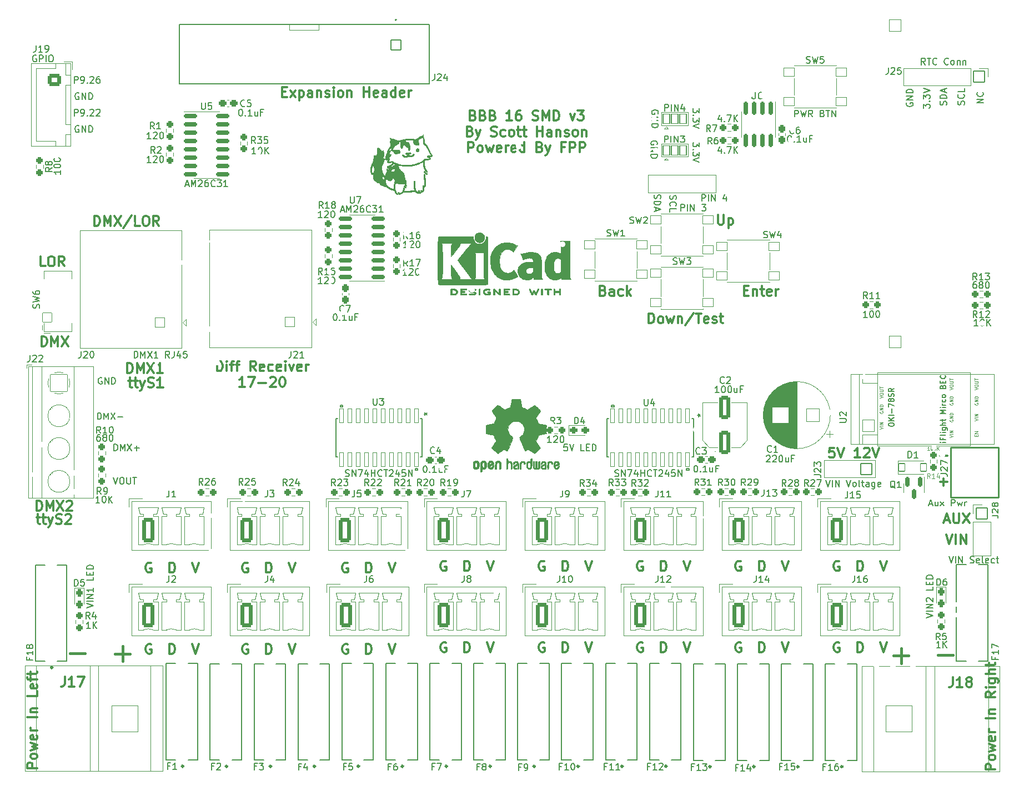
<source format=gbr>
%TF.GenerationSoftware,KiCad,Pcbnew,(6.0.7)*%
%TF.CreationDate,2022-08-15T14:17:35-04:00*%
%TF.ProjectId,BBB_16,4242425f-3136-42e6-9b69-6361645f7063,v3*%
%TF.SameCoordinates,Original*%
%TF.FileFunction,Legend,Top*%
%TF.FilePolarity,Positive*%
%FSLAX46Y46*%
G04 Gerber Fmt 4.6, Leading zero omitted, Abs format (unit mm)*
G04 Created by KiCad (PCBNEW (6.0.7)) date 2022-08-15 14:17:35*
%MOMM*%
%LPD*%
G01*
G04 APERTURE LIST*
G04 Aperture macros list*
%AMRoundRect*
0 Rectangle with rounded corners*
0 $1 Rounding radius*
0 $2 $3 $4 $5 $6 $7 $8 $9 X,Y pos of 4 corners*
0 Add a 4 corners polygon primitive as box body*
4,1,4,$2,$3,$4,$5,$6,$7,$8,$9,$2,$3,0*
0 Add four circle primitives for the rounded corners*
1,1,$1+$1,$2,$3*
1,1,$1+$1,$4,$5*
1,1,$1+$1,$6,$7*
1,1,$1+$1,$8,$9*
0 Add four rect primitives between the rounded corners*
20,1,$1+$1,$2,$3,$4,$5,0*
20,1,$1+$1,$4,$5,$6,$7,0*
20,1,$1+$1,$6,$7,$8,$9,0*
20,1,$1+$1,$8,$9,$2,$3,0*%
G04 Aperture macros list end*
%ADD10C,0.300000*%
%ADD11C,0.127000*%
%ADD12C,0.150000*%
%ADD13C,0.400000*%
%ADD14C,0.100000*%
%ADD15C,0.120000*%
%ADD16C,0.152400*%
%ADD17C,0.200000*%
%ADD18C,0.254000*%
%ADD19C,0.010000*%
%ADD20R,1.800000X1.800000*%
%ADD21C,1.800000*%
%ADD22C,4.572000*%
%ADD23RoundRect,0.288500X-0.300000X-0.237500X0.300000X-0.237500X0.300000X0.237500X-0.300000X0.237500X0*%
%ADD24C,2.577000*%
%ADD25RoundRect,0.301000X-0.650000X-1.550000X0.650000X-1.550000X0.650000X1.550000X-0.650000X1.550000X0*%
%ADD26O,1.902000X3.702000*%
%ADD27RoundRect,0.051000X-0.450000X-0.600000X0.450000X-0.600000X0.450000X0.600000X-0.450000X0.600000X0*%
%ADD28RoundRect,0.288500X-0.237500X0.250000X-0.237500X-0.250000X0.237500X-0.250000X0.237500X0.250000X0*%
%ADD29RoundRect,0.288500X0.237500X-0.250000X0.237500X0.250000X-0.237500X0.250000X-0.237500X-0.250000X0*%
%ADD30RoundRect,0.051000X-0.850000X0.850000X-0.850000X-0.850000X0.850000X-0.850000X0.850000X0.850000X0*%
%ADD31O,1.802000X1.802000*%
%ADD32C,3.802000*%
%ADD33C,5.000000*%
%ADD34C,1.802000*%
%ADD35RoundRect,0.288500X-0.237500X0.287500X-0.237500X-0.287500X0.237500X-0.287500X0.237500X0.287500X0*%
%ADD36RoundRect,0.288500X-0.287500X-0.237500X0.287500X-0.237500X0.287500X0.237500X-0.287500X0.237500X0*%
%ADD37RoundRect,0.288500X0.250000X0.237500X-0.250000X0.237500X-0.250000X-0.237500X0.250000X-0.237500X0*%
%ADD38RoundRect,0.051000X-0.775000X-0.650000X0.775000X-0.650000X0.775000X0.650000X-0.775000X0.650000X0*%
%ADD39RoundRect,0.051000X-0.279400X1.079500X-0.279400X-1.079500X0.279400X-1.079500X0.279400X1.079500X0*%
%ADD40RoundRect,0.288500X0.237500X-0.300000X0.237500X0.300000X-0.237500X0.300000X-0.237500X-0.300000X0*%
%ADD41RoundRect,0.201000X-0.150000X0.825000X-0.150000X-0.825000X0.150000X-0.825000X0.150000X0.825000X0*%
%ADD42C,3.402000*%
%ADD43RoundRect,0.051000X0.750000X0.750000X-0.750000X0.750000X-0.750000X-0.750000X0.750000X-0.750000X0*%
%ADD44C,1.602000*%
%ADD45RoundRect,0.051000X-0.500000X-0.750000X0.500000X-0.750000X0.500000X0.750000X-0.500000X0.750000X0*%
%ADD46RoundRect,0.288500X-0.237500X0.300000X-0.237500X-0.300000X0.237500X-0.300000X0.237500X0.300000X0*%
%ADD47RoundRect,0.051000X2.000000X2.000000X-2.000000X2.000000X-2.000000X-2.000000X2.000000X-2.000000X0*%
%ADD48C,4.102000*%
%ADD49RoundRect,0.051000X-2.000000X-2.000000X2.000000X-2.000000X2.000000X2.000000X-2.000000X2.000000X0*%
%ADD50RoundRect,0.201000X0.825000X0.150000X-0.825000X0.150000X-0.825000X-0.150000X0.825000X-0.150000X0*%
%ADD51RoundRect,0.051000X0.765000X0.765000X-0.765000X0.765000X-0.765000X-0.765000X0.765000X-0.765000X0*%
%ADD52C,1.632000*%
%ADD53RoundRect,0.051000X-0.900000X-0.900000X0.900000X-0.900000X0.900000X0.900000X-0.900000X0.900000X0*%
%ADD54C,1.902000*%
%ADD55C,4.674000*%
%ADD56RoundRect,0.301000X-0.725000X0.600000X-0.725000X-0.600000X0.725000X-0.600000X0.725000X0.600000X0*%
%ADD57O,2.052000X1.802000*%
%ADD58C,2.006000*%
%ADD59RoundRect,0.051000X-0.850000X-0.850000X0.850000X-0.850000X0.850000X0.850000X-0.850000X0.850000X0*%
%ADD60RoundRect,0.051000X-1.300000X1.300000X-1.300000X-1.300000X1.300000X-1.300000X1.300000X1.300000X0*%
%ADD61C,2.702000*%
%ADD62RoundRect,0.051000X0.700000X-0.700000X0.700000X0.700000X-0.700000X0.700000X-0.700000X-0.700000X0*%
%ADD63C,1.502000*%
%ADD64RoundRect,0.288500X-0.250000X-0.237500X0.250000X-0.237500X0.250000X0.237500X-0.250000X0.237500X0*%
%ADD65RoundRect,0.301000X0.550000X-1.500000X0.550000X1.500000X-0.550000X1.500000X-0.550000X-1.500000X0*%
%ADD66RoundRect,0.051000X1.000000X1.000000X-1.000000X1.000000X-1.000000X-1.000000X1.000000X-1.000000X0*%
%ADD67C,2.102000*%
%ADD68RoundRect,0.201000X-0.825000X-0.150000X0.825000X-0.150000X0.825000X0.150000X-0.825000X0.150000X0*%
%ADD69RoundRect,0.201000X-0.150000X0.587500X-0.150000X-0.587500X0.150000X-0.587500X0.150000X0.587500X0*%
%ADD70RoundRect,0.051000X-0.900000X0.900000X-0.900000X-0.900000X0.900000X-0.900000X0.900000X0.900000X0*%
%ADD71C,1.626000*%
%ADD72C,0.902000*%
G04 APERTURE END LIST*
D10*
X-96838343Y-4474500D02*
X-96981200Y-4403071D01*
X-97195486Y-4403071D01*
X-97409772Y-4474500D01*
X-97552629Y-4617357D01*
X-97624058Y-4760214D01*
X-97695486Y-5045928D01*
X-97695486Y-5260214D01*
X-97624058Y-5545928D01*
X-97552629Y-5688785D01*
X-97409772Y-5831642D01*
X-97195486Y-5903071D01*
X-97052629Y-5903071D01*
X-96838343Y-5831642D01*
X-96766915Y-5760214D01*
X-96766915Y-5260214D01*
X-97052629Y-5260214D01*
X-78828058Y-5903071D02*
X-78828058Y-4403071D01*
X-78470915Y-4403071D01*
X-78256629Y-4474500D01*
X-78113772Y-4617357D01*
X-78042343Y-4760214D01*
X-77970915Y-5045928D01*
X-77970915Y-5260214D01*
X-78042343Y-5545928D01*
X-78113772Y-5688785D01*
X-78256629Y-5831642D01*
X-78470915Y-5903071D01*
X-78828058Y-5903071D01*
X-30421200Y-4149071D02*
X-29921200Y-5649071D01*
X-29421200Y-4149071D01*
X-33870058Y-5649071D02*
X-33870058Y-4149071D01*
X-33512915Y-4149071D01*
X-33298629Y-4220500D01*
X-33155772Y-4363357D01*
X-33084343Y-4506214D01*
X-33012915Y-4791928D01*
X-33012915Y-5006214D01*
X-33084343Y-5291928D01*
X-33155772Y-5434785D01*
X-33298629Y-5577642D01*
X-33512915Y-5649071D01*
X-33870058Y-5649071D01*
X-15435200Y-4149071D02*
X-14935200Y-5649071D01*
X-14435200Y-4149071D01*
X-81598343Y-4474500D02*
X-81741200Y-4403071D01*
X-81955486Y-4403071D01*
X-82169772Y-4474500D01*
X-82312629Y-4617357D01*
X-82384058Y-4760214D01*
X-82455486Y-5045928D01*
X-82455486Y-5260214D01*
X-82384058Y-5545928D01*
X-82312629Y-5688785D01*
X-82169772Y-5831642D01*
X-81955486Y-5903071D01*
X-81812629Y-5903071D01*
X-81598343Y-5831642D01*
X-81526915Y-5760214D01*
X-81526915Y-5260214D01*
X-81812629Y-5260214D01*
X-21654343Y-4220500D02*
X-21797200Y-4149071D01*
X-22011486Y-4149071D01*
X-22225772Y-4220500D01*
X-22368629Y-4363357D01*
X-22440058Y-4506214D01*
X-22511486Y-4791928D01*
X-22511486Y-5006214D01*
X-22440058Y-5291928D01*
X-22368629Y-5434785D01*
X-22225772Y-5577642D01*
X-22011486Y-5649071D01*
X-21868629Y-5649071D01*
X-21654343Y-5577642D01*
X-21582915Y-5506214D01*
X-21582915Y-5006214D01*
X-21868629Y-5006214D01*
X-449200Y-4149071D02*
X50800Y-5649071D01*
X550800Y-4149071D01*
X-3898058Y-5649071D02*
X-3898058Y-4149071D01*
X-3540915Y-4149071D01*
X-3326629Y-4220500D01*
X-3183772Y-4363357D01*
X-3112343Y-4506214D01*
X-3040915Y-4791928D01*
X-3040915Y-5006214D01*
X-3112343Y-5291928D01*
X-3183772Y-5434785D01*
X-3326629Y-5577642D01*
X-3540915Y-5649071D01*
X-3898058Y-5649071D01*
X-6668343Y-4220500D02*
X-6811200Y-4149071D01*
X-7025486Y-4149071D01*
X-7239772Y-4220500D01*
X-7382629Y-4363357D01*
X-7454058Y-4506214D01*
X-7525486Y-4791928D01*
X-7525486Y-5006214D01*
X-7454058Y-5291928D01*
X-7382629Y-5434785D01*
X-7239772Y-5577642D01*
X-7025486Y-5649071D01*
X-6882629Y-5649071D01*
X-6668343Y-5577642D01*
X-6596915Y-5506214D01*
X-6596915Y-5006214D01*
X-6882629Y-5006214D01*
X-63842058Y-5649071D02*
X-63842058Y-4149071D01*
X-63484915Y-4149071D01*
X-63270629Y-4220500D01*
X-63127772Y-4363357D01*
X-63056343Y-4506214D01*
X-62984915Y-4791928D01*
X-62984915Y-5006214D01*
X-63056343Y-5291928D01*
X-63127772Y-5434785D01*
X-63270629Y-5577642D01*
X-63484915Y-5649071D01*
X-63842058Y-5649071D01*
X-94068058Y-5903071D02*
X-94068058Y-4403071D01*
X-93710915Y-4403071D01*
X-93496629Y-4474500D01*
X-93353772Y-4617357D01*
X-93282343Y-4760214D01*
X-93210915Y-5045928D01*
X-93210915Y-5260214D01*
X-93282343Y-5545928D01*
X-93353772Y-5688785D01*
X-93496629Y-5831642D01*
X-93710915Y-5903071D01*
X-94068058Y-5903071D01*
X-18884058Y-5649071D02*
X-18884058Y-4149071D01*
X-18526915Y-4149071D01*
X-18312629Y-4220500D01*
X-18169772Y-4363357D01*
X-18098343Y-4506214D01*
X-18026915Y-4791928D01*
X-18026915Y-5006214D01*
X-18098343Y-5291928D01*
X-18169772Y-5434785D01*
X-18312629Y-5577642D01*
X-18526915Y-5649071D01*
X-18884058Y-5649071D01*
X-105351200Y-4403071D02*
X-104851200Y-5903071D01*
X-104351200Y-4403071D01*
X-45407200Y-4149071D02*
X-44907200Y-5649071D01*
X-44407200Y-4149071D01*
X-51626343Y-4220500D02*
X-51769200Y-4149071D01*
X-51983486Y-4149071D01*
X-52197772Y-4220500D01*
X-52340629Y-4363357D01*
X-52412058Y-4506214D01*
X-52483486Y-4791928D01*
X-52483486Y-5006214D01*
X-52412058Y-5291928D01*
X-52340629Y-5434785D01*
X-52197772Y-5577642D01*
X-51983486Y-5649071D01*
X-51840629Y-5649071D01*
X-51626343Y-5577642D01*
X-51554915Y-5506214D01*
X-51554915Y-5006214D01*
X-51840629Y-5006214D01*
X-66612343Y-4220500D02*
X-66755200Y-4149071D01*
X-66969486Y-4149071D01*
X-67183772Y-4220500D01*
X-67326629Y-4363357D01*
X-67398058Y-4506214D01*
X-67469486Y-4791928D01*
X-67469486Y-5006214D01*
X-67398058Y-5291928D01*
X-67326629Y-5434785D01*
X-67183772Y-5577642D01*
X-66969486Y-5649071D01*
X-66826629Y-5649071D01*
X-66612343Y-5577642D01*
X-66540915Y-5506214D01*
X-66540915Y-5006214D01*
X-66826629Y-5006214D01*
X-90619200Y-4403071D02*
X-90119200Y-5903071D01*
X-89619200Y-4403071D01*
X-111570343Y-4474500D02*
X-111713200Y-4403071D01*
X-111927486Y-4403071D01*
X-112141772Y-4474500D01*
X-112284629Y-4617357D01*
X-112356058Y-4760214D01*
X-112427486Y-5045928D01*
X-112427486Y-5260214D01*
X-112356058Y-5545928D01*
X-112284629Y-5688785D01*
X-112141772Y-5831642D01*
X-111927486Y-5903071D01*
X-111784629Y-5903071D01*
X-111570343Y-5831642D01*
X-111498915Y-5760214D01*
X-111498915Y-5260214D01*
X-111784629Y-5260214D01*
X-108800058Y-5903071D02*
X-108800058Y-4403071D01*
X-108442915Y-4403071D01*
X-108228629Y-4474500D01*
X-108085772Y-4617357D01*
X-108014343Y-4760214D01*
X-107942915Y-5045928D01*
X-107942915Y-5260214D01*
X-108014343Y-5545928D01*
X-108085772Y-5688785D01*
X-108228629Y-5831642D01*
X-108442915Y-5903071D01*
X-108800058Y-5903071D01*
X-60393200Y-4149071D02*
X-59893200Y-5649071D01*
X-59393200Y-4149071D01*
X-75379200Y-4403071D02*
X-74879200Y-5903071D01*
X-74379200Y-4403071D01*
X-48856058Y-5649071D02*
X-48856058Y-4149071D01*
X-48498915Y-4149071D01*
X-48284629Y-4220500D01*
X-48141772Y-4363357D01*
X-48070343Y-4506214D01*
X-47998915Y-4791928D01*
X-47998915Y-5006214D01*
X-48070343Y-5291928D01*
X-48141772Y-5434785D01*
X-48284629Y-5577642D01*
X-48498915Y-5649071D01*
X-48856058Y-5649071D01*
X-36640343Y-4220500D02*
X-36783200Y-4149071D01*
X-36997486Y-4149071D01*
X-37211772Y-4220500D01*
X-37354629Y-4363357D01*
X-37426058Y-4506214D01*
X-37497486Y-4791928D01*
X-37497486Y-5006214D01*
X-37426058Y-5291928D01*
X-37354629Y-5434785D01*
X-37211772Y-5577642D01*
X-36997486Y-5649071D01*
X-36854629Y-5649071D01*
X-36640343Y-5577642D01*
X-36568915Y-5506214D01*
X-36568915Y-5006214D01*
X-36854629Y-5006214D01*
X-108800058Y6496929D02*
X-108800058Y7996929D01*
X-108442915Y7996929D01*
X-108228629Y7925500D01*
X-108085772Y7782643D01*
X-108014343Y7639786D01*
X-107942915Y7354072D01*
X-107942915Y7139786D01*
X-108014343Y6854072D01*
X-108085772Y6711215D01*
X-108228629Y6568358D01*
X-108442915Y6496929D01*
X-108800058Y6496929D01*
X-111570343Y7925500D02*
X-111713200Y7996929D01*
X-111927486Y7996929D01*
X-112141772Y7925500D01*
X-112284629Y7782643D01*
X-112356058Y7639786D01*
X-112427486Y7354072D01*
X-112427486Y7139786D01*
X-112356058Y6854072D01*
X-112284629Y6711215D01*
X-112141772Y6568358D01*
X-111927486Y6496929D01*
X-111784629Y6496929D01*
X-111570343Y6568358D01*
X-111498915Y6639786D01*
X-111498915Y7139786D01*
X-111784629Y7139786D01*
X-105351200Y7996929D02*
X-104851200Y6496929D01*
X-104351200Y7996929D01*
D11*
X-119760643Y29855572D02*
X-119760643Y30846172D01*
X-119524786Y30846172D01*
X-119383272Y30799000D01*
X-119288929Y30704658D01*
X-119241758Y30610315D01*
X-119194586Y30421629D01*
X-119194586Y30280115D01*
X-119241758Y30091429D01*
X-119288929Y29997086D01*
X-119383272Y29902743D01*
X-119524786Y29855572D01*
X-119760643Y29855572D01*
X-118770043Y29855572D02*
X-118770043Y30846172D01*
X-118439843Y30138600D01*
X-118109643Y30846172D01*
X-118109643Y29855572D01*
X-117732272Y30846172D02*
X-117071872Y29855572D01*
X-117071872Y30846172D02*
X-117732272Y29855572D01*
X-116694500Y30232943D02*
X-115939758Y30232943D01*
X-119104943Y36199000D02*
X-119199286Y36246172D01*
X-119340800Y36246172D01*
X-119482315Y36199000D01*
X-119576658Y36104658D01*
X-119623829Y36010315D01*
X-119671000Y35821629D01*
X-119671000Y35680115D01*
X-119623829Y35491429D01*
X-119576658Y35397086D01*
X-119482315Y35302743D01*
X-119340800Y35255572D01*
X-119246458Y35255572D01*
X-119104943Y35302743D01*
X-119057772Y35349915D01*
X-119057772Y35680115D01*
X-119246458Y35680115D01*
X-118633229Y35255572D02*
X-118633229Y36246172D01*
X-118067172Y35255572D01*
X-118067172Y36246172D01*
X-117595458Y35255572D02*
X-117595458Y36246172D01*
X-117359600Y36246172D01*
X-117218086Y36199000D01*
X-117123743Y36104658D01*
X-117076572Y36010315D01*
X-117029400Y35821629D01*
X-117029400Y35680115D01*
X-117076572Y35491429D01*
X-117123743Y35397086D01*
X-117218086Y35302743D01*
X-117359600Y35255572D01*
X-117595458Y35255572D01*
D10*
X-62493058Y76225843D02*
X-62278772Y76154415D01*
X-62207343Y76082986D01*
X-62135915Y75940129D01*
X-62135915Y75725843D01*
X-62207343Y75582986D01*
X-62278772Y75511558D01*
X-62421629Y75440129D01*
X-62993058Y75440129D01*
X-62993058Y76940129D01*
X-62493058Y76940129D01*
X-62350200Y76868700D01*
X-62278772Y76797272D01*
X-62207343Y76654415D01*
X-62207343Y76511558D01*
X-62278772Y76368700D01*
X-62350200Y76297272D01*
X-62493058Y76225843D01*
X-62993058Y76225843D01*
X-60993058Y76225843D02*
X-60778772Y76154415D01*
X-60707343Y76082986D01*
X-60635915Y75940129D01*
X-60635915Y75725843D01*
X-60707343Y75582986D01*
X-60778772Y75511558D01*
X-60921629Y75440129D01*
X-61493058Y75440129D01*
X-61493058Y76940129D01*
X-60993058Y76940129D01*
X-60850200Y76868700D01*
X-60778772Y76797272D01*
X-60707343Y76654415D01*
X-60707343Y76511558D01*
X-60778772Y76368700D01*
X-60850200Y76297272D01*
X-60993058Y76225843D01*
X-61493058Y76225843D01*
X-59493058Y76225843D02*
X-59278772Y76154415D01*
X-59207343Y76082986D01*
X-59135915Y75940129D01*
X-59135915Y75725843D01*
X-59207343Y75582986D01*
X-59278772Y75511558D01*
X-59421629Y75440129D01*
X-59993058Y75440129D01*
X-59993058Y76940129D01*
X-59493058Y76940129D01*
X-59350200Y76868700D01*
X-59278772Y76797272D01*
X-59207343Y76654415D01*
X-59207343Y76511558D01*
X-59278772Y76368700D01*
X-59350200Y76297272D01*
X-59493058Y76225843D01*
X-59993058Y76225843D01*
X-56564486Y75440129D02*
X-57421629Y75440129D01*
X-56993058Y75440129D02*
X-56993058Y76940129D01*
X-57135915Y76725843D01*
X-57278772Y76582986D01*
X-57421629Y76511558D01*
X-55278772Y76940129D02*
X-55564486Y76940129D01*
X-55707343Y76868700D01*
X-55778772Y76797272D01*
X-55921629Y76582986D01*
X-55993058Y76297272D01*
X-55993058Y75725843D01*
X-55921629Y75582986D01*
X-55850200Y75511558D01*
X-55707343Y75440129D01*
X-55421629Y75440129D01*
X-55278772Y75511558D01*
X-55207343Y75582986D01*
X-55135915Y75725843D01*
X-55135915Y76082986D01*
X-55207343Y76225843D01*
X-55278772Y76297272D01*
X-55421629Y76368700D01*
X-55707343Y76368700D01*
X-55850200Y76297272D01*
X-55921629Y76225843D01*
X-55993058Y76082986D01*
X-53421629Y75511558D02*
X-53207343Y75440129D01*
X-52850200Y75440129D01*
X-52707343Y75511558D01*
X-52635915Y75582986D01*
X-52564486Y75725843D01*
X-52564486Y75868700D01*
X-52635915Y76011558D01*
X-52707343Y76082986D01*
X-52850200Y76154415D01*
X-53135915Y76225843D01*
X-53278772Y76297272D01*
X-53350200Y76368700D01*
X-53421629Y76511558D01*
X-53421629Y76654415D01*
X-53350200Y76797272D01*
X-53278772Y76868700D01*
X-53135915Y76940129D01*
X-52778772Y76940129D01*
X-52564486Y76868700D01*
X-51921629Y75440129D02*
X-51921629Y76940129D01*
X-51421629Y75868700D01*
X-50921629Y76940129D01*
X-50921629Y75440129D01*
X-50207343Y75440129D02*
X-50207343Y76940129D01*
X-49850200Y76940129D01*
X-49635915Y76868700D01*
X-49493058Y76725843D01*
X-49421629Y76582986D01*
X-49350200Y76297272D01*
X-49350200Y76082986D01*
X-49421629Y75797272D01*
X-49493058Y75654415D01*
X-49635915Y75511558D01*
X-49850200Y75440129D01*
X-50207343Y75440129D01*
X-47707343Y76440129D02*
X-47350200Y75440129D01*
X-46993058Y76440129D01*
X-46564486Y76940129D02*
X-45635915Y76940129D01*
X-46135915Y76368700D01*
X-45921629Y76368700D01*
X-45778772Y76297272D01*
X-45707343Y76225843D01*
X-45635915Y76082986D01*
X-45635915Y75725843D01*
X-45707343Y75582986D01*
X-45778772Y75511558D01*
X-45921629Y75440129D01*
X-46350200Y75440129D01*
X-46493058Y75511558D01*
X-46564486Y75582986D01*
X-62957343Y73810843D02*
X-62743058Y73739415D01*
X-62671629Y73667986D01*
X-62600200Y73525129D01*
X-62600200Y73310843D01*
X-62671629Y73167986D01*
X-62743058Y73096558D01*
X-62885915Y73025129D01*
X-63457343Y73025129D01*
X-63457343Y74525129D01*
X-62957343Y74525129D01*
X-62814486Y74453700D01*
X-62743058Y74382272D01*
X-62671629Y74239415D01*
X-62671629Y74096558D01*
X-62743058Y73953700D01*
X-62814486Y73882272D01*
X-62957343Y73810843D01*
X-63457343Y73810843D01*
X-62100200Y74025129D02*
X-61743058Y73025129D01*
X-61385915Y74025129D02*
X-61743058Y73025129D01*
X-61885915Y72667986D01*
X-61957343Y72596558D01*
X-62100200Y72525129D01*
X-59743058Y73096558D02*
X-59528772Y73025129D01*
X-59171629Y73025129D01*
X-59028772Y73096558D01*
X-58957343Y73167986D01*
X-58885915Y73310843D01*
X-58885915Y73453700D01*
X-58957343Y73596558D01*
X-59028772Y73667986D01*
X-59171629Y73739415D01*
X-59457343Y73810843D01*
X-59600200Y73882272D01*
X-59671629Y73953700D01*
X-59743058Y74096558D01*
X-59743058Y74239415D01*
X-59671629Y74382272D01*
X-59600200Y74453700D01*
X-59457343Y74525129D01*
X-59100200Y74525129D01*
X-58885915Y74453700D01*
X-57600200Y73096558D02*
X-57743058Y73025129D01*
X-58028772Y73025129D01*
X-58171629Y73096558D01*
X-58243058Y73167986D01*
X-58314486Y73310843D01*
X-58314486Y73739415D01*
X-58243058Y73882272D01*
X-58171629Y73953700D01*
X-58028772Y74025129D01*
X-57743058Y74025129D01*
X-57600200Y73953700D01*
X-56743058Y73025129D02*
X-56885915Y73096558D01*
X-56957343Y73167986D01*
X-57028772Y73310843D01*
X-57028772Y73739415D01*
X-56957343Y73882272D01*
X-56885915Y73953700D01*
X-56743058Y74025129D01*
X-56528772Y74025129D01*
X-56385915Y73953700D01*
X-56314486Y73882272D01*
X-56243058Y73739415D01*
X-56243058Y73310843D01*
X-56314486Y73167986D01*
X-56385915Y73096558D01*
X-56528772Y73025129D01*
X-56743058Y73025129D01*
X-55814486Y74025129D02*
X-55243058Y74025129D01*
X-55600200Y74525129D02*
X-55600200Y73239415D01*
X-55528772Y73096558D01*
X-55385915Y73025129D01*
X-55243058Y73025129D01*
X-54957343Y74025129D02*
X-54385915Y74025129D01*
X-54743058Y74525129D02*
X-54743058Y73239415D01*
X-54671629Y73096558D01*
X-54528772Y73025129D01*
X-54385915Y73025129D01*
X-52743058Y73025129D02*
X-52743058Y74525129D01*
X-52743058Y73810843D02*
X-51885915Y73810843D01*
X-51885915Y73025129D02*
X-51885915Y74525129D01*
X-50528772Y73025129D02*
X-50528772Y73810843D01*
X-50600200Y73953700D01*
X-50743058Y74025129D01*
X-51028772Y74025129D01*
X-51171629Y73953700D01*
X-50528772Y73096558D02*
X-50671629Y73025129D01*
X-51028772Y73025129D01*
X-51171629Y73096558D01*
X-51243058Y73239415D01*
X-51243058Y73382272D01*
X-51171629Y73525129D01*
X-51028772Y73596558D01*
X-50671629Y73596558D01*
X-50528772Y73667986D01*
X-49814486Y74025129D02*
X-49814486Y73025129D01*
X-49814486Y73882272D02*
X-49743058Y73953700D01*
X-49600200Y74025129D01*
X-49385915Y74025129D01*
X-49243058Y73953700D01*
X-49171629Y73810843D01*
X-49171629Y73025129D01*
X-48528772Y73096558D02*
X-48385915Y73025129D01*
X-48100200Y73025129D01*
X-47957343Y73096558D01*
X-47885915Y73239415D01*
X-47885915Y73310843D01*
X-47957343Y73453700D01*
X-48100200Y73525129D01*
X-48314486Y73525129D01*
X-48457343Y73596558D01*
X-48528772Y73739415D01*
X-48528772Y73810843D01*
X-48457343Y73953700D01*
X-48314486Y74025129D01*
X-48100200Y74025129D01*
X-47957343Y73953700D01*
X-47028772Y73025129D02*
X-47171629Y73096558D01*
X-47243058Y73167986D01*
X-47314486Y73310843D01*
X-47314486Y73739415D01*
X-47243058Y73882272D01*
X-47171629Y73953700D01*
X-47028772Y74025129D01*
X-46814486Y74025129D01*
X-46671629Y73953700D01*
X-46600200Y73882272D01*
X-46528772Y73739415D01*
X-46528772Y73310843D01*
X-46600200Y73167986D01*
X-46671629Y73096558D01*
X-46814486Y73025129D01*
X-47028772Y73025129D01*
X-45885915Y74025129D02*
X-45885915Y73025129D01*
X-45885915Y73882272D02*
X-45814486Y73953700D01*
X-45671629Y74025129D01*
X-45457343Y74025129D01*
X-45314486Y73953700D01*
X-45243058Y73810843D01*
X-45243058Y73025129D01*
X-63243058Y70610129D02*
X-63243058Y72110129D01*
X-62671629Y72110129D01*
X-62528772Y72038700D01*
X-62457343Y71967272D01*
X-62385915Y71824415D01*
X-62385915Y71610129D01*
X-62457343Y71467272D01*
X-62528772Y71395843D01*
X-62671629Y71324415D01*
X-63243058Y71324415D01*
X-61528772Y70610129D02*
X-61671629Y70681558D01*
X-61743058Y70752986D01*
X-61814486Y70895843D01*
X-61814486Y71324415D01*
X-61743058Y71467272D01*
X-61671629Y71538700D01*
X-61528772Y71610129D01*
X-61314486Y71610129D01*
X-61171629Y71538700D01*
X-61100200Y71467272D01*
X-61028772Y71324415D01*
X-61028772Y70895843D01*
X-61100200Y70752986D01*
X-61171629Y70681558D01*
X-61314486Y70610129D01*
X-61528772Y70610129D01*
X-60528772Y71610129D02*
X-60243058Y70610129D01*
X-59957343Y71324415D01*
X-59671629Y70610129D01*
X-59385915Y71610129D01*
X-58243058Y70681558D02*
X-58385915Y70610129D01*
X-58671629Y70610129D01*
X-58814486Y70681558D01*
X-58885915Y70824415D01*
X-58885915Y71395843D01*
X-58814486Y71538700D01*
X-58671629Y71610129D01*
X-58385915Y71610129D01*
X-58243058Y71538700D01*
X-58171629Y71395843D01*
X-58171629Y71252986D01*
X-58885915Y71110129D01*
X-57528772Y70610129D02*
X-57528772Y71610129D01*
X-57528772Y71324415D02*
X-57457343Y71467272D01*
X-57385915Y71538700D01*
X-57243058Y71610129D01*
X-57100200Y71610129D01*
X-56028772Y70681558D02*
X-56171629Y70610129D01*
X-56457343Y70610129D01*
X-56600200Y70681558D01*
X-56671629Y70824415D01*
X-56671629Y71395843D01*
X-56600200Y71538700D01*
X-56457343Y71610129D01*
X-56171629Y71610129D01*
X-56028772Y71538700D01*
X-55957343Y71395843D01*
X-55957343Y71252986D01*
X-56671629Y71110129D01*
X-54671629Y70610129D02*
X-54671629Y72110129D01*
X-54671629Y70681558D02*
X-54814486Y70610129D01*
X-55100200Y70610129D01*
X-55243058Y70681558D01*
X-55314486Y70752986D01*
X-55385915Y70895843D01*
X-55385915Y71324415D01*
X-55314486Y71467272D01*
X-55243058Y71538700D01*
X-55100200Y71610129D01*
X-54814486Y71610129D01*
X-54671629Y71538700D01*
X-52314486Y71395843D02*
X-52100200Y71324415D01*
X-52028772Y71252986D01*
X-51957343Y71110129D01*
X-51957343Y70895843D01*
X-52028772Y70752986D01*
X-52100200Y70681558D01*
X-52243058Y70610129D01*
X-52814486Y70610129D01*
X-52814486Y72110129D01*
X-52314486Y72110129D01*
X-52171629Y72038700D01*
X-52100200Y71967272D01*
X-52028772Y71824415D01*
X-52028772Y71681558D01*
X-52100200Y71538700D01*
X-52171629Y71467272D01*
X-52314486Y71395843D01*
X-52814486Y71395843D01*
X-51457343Y71610129D02*
X-51100200Y70610129D01*
X-50743058Y71610129D02*
X-51100200Y70610129D01*
X-51243058Y70252986D01*
X-51314486Y70181558D01*
X-51457343Y70110129D01*
X-48528772Y71395843D02*
X-49028772Y71395843D01*
X-49028772Y70610129D02*
X-49028772Y72110129D01*
X-48314486Y72110129D01*
X-47743058Y70610129D02*
X-47743058Y72110129D01*
X-47171629Y72110129D01*
X-47028772Y72038700D01*
X-46957343Y71967272D01*
X-46885915Y71824415D01*
X-46885915Y71610129D01*
X-46957343Y71467272D01*
X-47028772Y71395843D01*
X-47171629Y71324415D01*
X-47743058Y71324415D01*
X-46243058Y70610129D02*
X-46243058Y72110129D01*
X-45671629Y72110129D01*
X-45528772Y72038700D01*
X-45457343Y71967272D01*
X-45385915Y71824415D01*
X-45385915Y71610129D01*
X-45457343Y71467272D01*
X-45528772Y71395843D01*
X-45671629Y71324415D01*
X-46243058Y71324415D01*
D12*
X-28002581Y72079891D02*
X-28002581Y71460843D01*
X-28383534Y71794177D01*
X-28383534Y71651320D01*
X-28431153Y71556081D01*
X-28478772Y71508462D01*
X-28574010Y71460843D01*
X-28812105Y71460843D01*
X-28907343Y71508462D01*
X-28954962Y71556081D01*
X-29002581Y71651320D01*
X-29002581Y71937034D01*
X-28954962Y72032272D01*
X-28907343Y72079891D01*
X-28907343Y71032272D02*
X-28954962Y70984653D01*
X-29002581Y71032272D01*
X-28954962Y71079891D01*
X-28907343Y71032272D01*
X-29002581Y71032272D01*
X-28002581Y70651320D02*
X-28002581Y70032272D01*
X-28383534Y70365605D01*
X-28383534Y70222748D01*
X-28431153Y70127510D01*
X-28478772Y70079891D01*
X-28574010Y70032272D01*
X-28812105Y70032272D01*
X-28907343Y70079891D01*
X-28954962Y70127510D01*
X-29002581Y70222748D01*
X-29002581Y70508462D01*
X-28954962Y70603700D01*
X-28907343Y70651320D01*
X-28002581Y69746558D02*
X-29002581Y69413224D01*
X-28002581Y69079891D01*
X-32454962Y63994177D02*
X-32502581Y63851320D01*
X-32502581Y63613224D01*
X-32454962Y63517986D01*
X-32407343Y63470367D01*
X-32312105Y63422748D01*
X-32216867Y63422748D01*
X-32121629Y63470367D01*
X-32074010Y63517986D01*
X-32026391Y63613224D01*
X-31978772Y63803700D01*
X-31931153Y63898939D01*
X-31883534Y63946558D01*
X-31788296Y63994177D01*
X-31693058Y63994177D01*
X-31597820Y63946558D01*
X-31550200Y63898939D01*
X-31502581Y63803700D01*
X-31502581Y63565605D01*
X-31550200Y63422748D01*
X-32407343Y62422748D02*
X-32454962Y62470367D01*
X-32502581Y62613224D01*
X-32502581Y62708462D01*
X-32454962Y62851320D01*
X-32359724Y62946558D01*
X-32264486Y62994177D01*
X-32074010Y63041796D01*
X-31931153Y63041796D01*
X-31740677Y62994177D01*
X-31645439Y62946558D01*
X-31550200Y62851320D01*
X-31502581Y62708462D01*
X-31502581Y62613224D01*
X-31550200Y62470367D01*
X-31597820Y62422748D01*
X-32502581Y61517986D02*
X-32502581Y61994177D01*
X-31502581Y61994177D01*
D13*
X1606942Y-6210585D02*
X3892657Y-6210585D01*
X2749800Y-7353442D02*
X2749800Y-5067728D01*
D12*
X-34854962Y64117986D02*
X-34902581Y63975129D01*
X-34902581Y63737034D01*
X-34854962Y63641796D01*
X-34807343Y63594177D01*
X-34712105Y63546558D01*
X-34616867Y63546558D01*
X-34521629Y63594177D01*
X-34474010Y63641796D01*
X-34426391Y63737034D01*
X-34378772Y63927510D01*
X-34331153Y64022748D01*
X-34283534Y64070367D01*
X-34188296Y64117986D01*
X-34093058Y64117986D01*
X-33997820Y64070367D01*
X-33950200Y64022748D01*
X-33902581Y63927510D01*
X-33902581Y63689415D01*
X-33950200Y63546558D01*
X-34902581Y63117986D02*
X-33902581Y63117986D01*
X-33902581Y62879891D01*
X-33950200Y62737034D01*
X-34045439Y62641796D01*
X-34140677Y62594177D01*
X-34331153Y62546558D01*
X-34474010Y62546558D01*
X-34664486Y62594177D01*
X-34759724Y62641796D01*
X-34854962Y62737034D01*
X-34902581Y62879891D01*
X-34902581Y63117986D01*
X-34616867Y62165605D02*
X-34616867Y61689415D01*
X-34902581Y62260843D02*
X-33902581Y61927510D01*
X-34902581Y61594177D01*
X-34318800Y76465605D02*
X-34271181Y76560843D01*
X-34271181Y76703700D01*
X-34318800Y76846558D01*
X-34414039Y76941796D01*
X-34509277Y76989415D01*
X-34699753Y77037034D01*
X-34842610Y77037034D01*
X-35033086Y76989415D01*
X-35128324Y76941796D01*
X-35223562Y76846558D01*
X-35271181Y76703700D01*
X-35271181Y76608462D01*
X-35223562Y76465605D01*
X-35175943Y76417986D01*
X-34842610Y76417986D01*
X-34842610Y76608462D01*
X-35271181Y75989415D02*
X-34271181Y75989415D01*
X-35271181Y75417986D01*
X-34271181Y75417986D01*
X-35271181Y74941796D02*
X-34271181Y74941796D01*
X-34271181Y74703700D01*
X-34318800Y74560843D01*
X-34414039Y74465605D01*
X-34509277Y74417986D01*
X-34699753Y74370367D01*
X-34842610Y74370367D01*
X-35033086Y74417986D01*
X-35128324Y74465605D01*
X-35223562Y74560843D01*
X-35271181Y74703700D01*
X-35271181Y74941796D01*
D10*
X-115228772Y36925129D02*
X-115228772Y38425129D01*
X-114871629Y38425129D01*
X-114657343Y38353700D01*
X-114514486Y38210843D01*
X-114443058Y38067986D01*
X-114371629Y37782272D01*
X-114371629Y37567986D01*
X-114443058Y37282272D01*
X-114514486Y37139415D01*
X-114657343Y36996558D01*
X-114871629Y36925129D01*
X-115228772Y36925129D01*
X-113728772Y36925129D02*
X-113728772Y38425129D01*
X-113228772Y37353700D01*
X-112728772Y38425129D01*
X-112728772Y36925129D01*
X-112157343Y38425129D02*
X-111157343Y36925129D01*
X-111157343Y38425129D02*
X-112157343Y36925129D01*
X-109800200Y36925129D02*
X-110657343Y36925129D01*
X-110228772Y36925129D02*
X-110228772Y38425129D01*
X-110371629Y38210843D01*
X-110514486Y38067986D01*
X-110657343Y37996558D01*
X-120243058Y59387549D02*
X-120243058Y60887549D01*
X-119885915Y60887549D01*
X-119671629Y60816120D01*
X-119528772Y60673263D01*
X-119457343Y60530406D01*
X-119385915Y60244692D01*
X-119385915Y60030406D01*
X-119457343Y59744692D01*
X-119528772Y59601835D01*
X-119671629Y59458978D01*
X-119885915Y59387549D01*
X-120243058Y59387549D01*
X-118743058Y59387549D02*
X-118743058Y60887549D01*
X-118243058Y59816120D01*
X-117743058Y60887549D01*
X-117743058Y59387549D01*
X-117171629Y60887549D02*
X-116171629Y59387549D01*
X-116171629Y60887549D02*
X-117171629Y59387549D01*
X-114528772Y60958978D02*
X-115814486Y59030406D01*
X-113314486Y59387549D02*
X-114028772Y59387549D01*
X-114028772Y60887549D01*
X-112528772Y60887549D02*
X-112243058Y60887549D01*
X-112100200Y60816120D01*
X-111957343Y60673263D01*
X-111885915Y60387549D01*
X-111885915Y59887549D01*
X-111957343Y59601835D01*
X-112100200Y59458978D01*
X-112243058Y59387549D01*
X-112528772Y59387549D01*
X-112671629Y59458978D01*
X-112814486Y59601835D01*
X-112885915Y59887549D01*
X-112885915Y60387549D01*
X-112814486Y60673263D01*
X-112671629Y60816120D01*
X-112528772Y60887549D01*
X-110385915Y59387549D02*
X-110885915Y60101835D01*
X-111243058Y59387549D02*
X-111243058Y60887549D01*
X-110671629Y60887549D01*
X-110528772Y60816120D01*
X-110457343Y60744692D01*
X-110385915Y60601835D01*
X-110385915Y60387549D01*
X-110457343Y60244692D01*
X-110528772Y60173263D01*
X-110671629Y60101835D01*
X-111243058Y60101835D01*
X-127721629Y53225129D02*
X-128435915Y53225129D01*
X-128435915Y54725129D01*
X-126935915Y54725129D02*
X-126650200Y54725129D01*
X-126507343Y54653700D01*
X-126364486Y54510843D01*
X-126293058Y54225129D01*
X-126293058Y53725129D01*
X-126364486Y53439415D01*
X-126507343Y53296558D01*
X-126650200Y53225129D01*
X-126935915Y53225129D01*
X-127078772Y53296558D01*
X-127221629Y53439415D01*
X-127293058Y53725129D01*
X-127293058Y54225129D01*
X-127221629Y54510843D01*
X-127078772Y54653700D01*
X-126935915Y54725129D01*
X-124793058Y53225129D02*
X-125293058Y53939415D01*
X-125650200Y53225129D02*
X-125650200Y54725129D01*
X-125078772Y54725129D01*
X-124935915Y54653700D01*
X-124864486Y54582272D01*
X-124793058Y54439415D01*
X-124793058Y54225129D01*
X-124864486Y54082272D01*
X-124935915Y54010843D01*
X-125078772Y53939415D01*
X-125650200Y53939415D01*
X-128314486Y41025129D02*
X-128314486Y42525129D01*
X-127957343Y42525129D01*
X-127743058Y42453700D01*
X-127600200Y42310843D01*
X-127528772Y42167986D01*
X-127457343Y41882272D01*
X-127457343Y41667986D01*
X-127528772Y41382272D01*
X-127600200Y41239415D01*
X-127743058Y41096558D01*
X-127957343Y41025129D01*
X-128314486Y41025129D01*
X-126814486Y41025129D02*
X-126814486Y42525129D01*
X-126314486Y41453700D01*
X-125814486Y42525129D01*
X-125814486Y41025129D01*
X-125243058Y42525129D02*
X-124243058Y41025129D01*
X-124243058Y42525129D02*
X-125243058Y41025129D01*
X-25157343Y61025129D02*
X-25157343Y59810843D01*
X-25085915Y59667986D01*
X-25014486Y59596558D01*
X-24871629Y59525129D01*
X-24585915Y59525129D01*
X-24443058Y59596558D01*
X-24371629Y59667986D01*
X-24300200Y59810843D01*
X-24300200Y61025129D01*
X-23585915Y60525129D02*
X-23585915Y59025129D01*
X-23585915Y60453700D02*
X-23443058Y60525129D01*
X-23157343Y60525129D01*
X-23014486Y60453700D01*
X-22943058Y60382272D01*
X-22871629Y60239415D01*
X-22871629Y59810843D01*
X-22943058Y59667986D01*
X-23014486Y59596558D01*
X-23157343Y59525129D01*
X-23443058Y59525129D01*
X-23585915Y59596558D01*
X-35721629Y44525129D02*
X-35721629Y46025129D01*
X-35364486Y46025129D01*
X-35150200Y45953700D01*
X-35007343Y45810843D01*
X-34935915Y45667986D01*
X-34864486Y45382272D01*
X-34864486Y45167986D01*
X-34935915Y44882272D01*
X-35007343Y44739415D01*
X-35150200Y44596558D01*
X-35364486Y44525129D01*
X-35721629Y44525129D01*
X-34007343Y44525129D02*
X-34150200Y44596558D01*
X-34221629Y44667986D01*
X-34293058Y44810843D01*
X-34293058Y45239415D01*
X-34221629Y45382272D01*
X-34150200Y45453700D01*
X-34007343Y45525129D01*
X-33793058Y45525129D01*
X-33650200Y45453700D01*
X-33578772Y45382272D01*
X-33507343Y45239415D01*
X-33507343Y44810843D01*
X-33578772Y44667986D01*
X-33650200Y44596558D01*
X-33793058Y44525129D01*
X-34007343Y44525129D01*
X-33007343Y45525129D02*
X-32721629Y44525129D01*
X-32435915Y45239415D01*
X-32150200Y44525129D01*
X-31864486Y45525129D01*
X-31293058Y45525129D02*
X-31293058Y44525129D01*
X-31293058Y45382272D02*
X-31221629Y45453700D01*
X-31078772Y45525129D01*
X-30864486Y45525129D01*
X-30721629Y45453700D01*
X-30650200Y45310843D01*
X-30650200Y44525129D01*
X-28864486Y46096558D02*
X-30150200Y44167986D01*
X-28578772Y46025129D02*
X-27721629Y46025129D01*
X-28150200Y44525129D02*
X-28150200Y46025129D01*
X-26650200Y44596558D02*
X-26793058Y44525129D01*
X-27078772Y44525129D01*
X-27221629Y44596558D01*
X-27293058Y44739415D01*
X-27293058Y45310843D01*
X-27221629Y45453700D01*
X-27078772Y45525129D01*
X-26793058Y45525129D01*
X-26650200Y45453700D01*
X-26578772Y45310843D01*
X-26578772Y45167986D01*
X-27293058Y45025129D01*
X-26007343Y44596558D02*
X-25864486Y44525129D01*
X-25578772Y44525129D01*
X-25435915Y44596558D01*
X-25364486Y44739415D01*
X-25364486Y44810843D01*
X-25435915Y44953700D01*
X-25578772Y45025129D01*
X-25793058Y45025129D01*
X-25935915Y45096558D01*
X-26007343Y45239415D01*
X-26007343Y45310843D01*
X-25935915Y45453700D01*
X-25793058Y45525129D01*
X-25578772Y45525129D01*
X-25435915Y45453700D01*
X-24935915Y45525129D02*
X-24364486Y45525129D01*
X-24721629Y46025129D02*
X-24721629Y44739415D01*
X-24650200Y44596558D01*
X-24507343Y44525129D01*
X-24364486Y44525129D01*
X-115064486Y35725129D02*
X-114493058Y35725129D01*
X-114850200Y36225129D02*
X-114850200Y34939415D01*
X-114778772Y34796558D01*
X-114635915Y34725129D01*
X-114493058Y34725129D01*
X-114207343Y35725129D02*
X-113635915Y35725129D01*
X-113993058Y36225129D02*
X-113993058Y34939415D01*
X-113921629Y34796558D01*
X-113778772Y34725129D01*
X-113635915Y34725129D01*
X-113278772Y35725129D02*
X-112921629Y34725129D01*
X-112564486Y35725129D02*
X-112921629Y34725129D01*
X-113064486Y34367986D01*
X-113135915Y34296558D01*
X-113278772Y34225129D01*
X-112064486Y34796558D02*
X-111850200Y34725129D01*
X-111493058Y34725129D01*
X-111350200Y34796558D01*
X-111278772Y34867986D01*
X-111207343Y35010843D01*
X-111207343Y35153700D01*
X-111278772Y35296558D01*
X-111350200Y35367986D01*
X-111493058Y35439415D01*
X-111778772Y35510843D01*
X-111921629Y35582272D01*
X-111993058Y35653700D01*
X-112064486Y35796558D01*
X-112064486Y35939415D01*
X-111993058Y36082272D01*
X-111921629Y36153700D01*
X-111778772Y36225129D01*
X-111421629Y36225129D01*
X-111207343Y36153700D01*
X-109778772Y34725129D02*
X-110635915Y34725129D01*
X-110207343Y34725129D02*
X-110207343Y36225129D01*
X-110350200Y36010843D01*
X-110493058Y35867986D01*
X-110635915Y35796558D01*
X-129064486Y14925129D02*
X-128493058Y14925129D01*
X-128850200Y15425129D02*
X-128850200Y14139415D01*
X-128778772Y13996558D01*
X-128635915Y13925129D01*
X-128493058Y13925129D01*
X-128207343Y14925129D02*
X-127635915Y14925129D01*
X-127993058Y15425129D02*
X-127993058Y14139415D01*
X-127921629Y13996558D01*
X-127778772Y13925129D01*
X-127635915Y13925129D01*
X-127278772Y14925129D02*
X-126921629Y13925129D01*
X-126564486Y14925129D02*
X-126921629Y13925129D01*
X-127064486Y13567986D01*
X-127135915Y13496558D01*
X-127278772Y13425129D01*
X-126064486Y13996558D02*
X-125850200Y13925129D01*
X-125493058Y13925129D01*
X-125350200Y13996558D01*
X-125278772Y14067986D01*
X-125207343Y14210843D01*
X-125207343Y14353700D01*
X-125278772Y14496558D01*
X-125350200Y14567986D01*
X-125493058Y14639415D01*
X-125778772Y14710843D01*
X-125921629Y14782272D01*
X-125993058Y14853700D01*
X-126064486Y14996558D01*
X-126064486Y15139415D01*
X-125993058Y15282272D01*
X-125921629Y15353700D01*
X-125778772Y15425129D01*
X-125421629Y15425129D01*
X-125207343Y15353700D01*
X-124635915Y15282272D02*
X-124564486Y15353700D01*
X-124421629Y15425129D01*
X-124064486Y15425129D01*
X-123921629Y15353700D01*
X-123850200Y15282272D01*
X-123778772Y15139415D01*
X-123778772Y14996558D01*
X-123850200Y14782272D01*
X-124707343Y13925129D01*
X-123778772Y13925129D01*
D12*
X-30831153Y61651320D02*
X-30831153Y62651320D01*
X-30450200Y62651320D01*
X-30354962Y62603700D01*
X-30307343Y62556081D01*
X-30259724Y62460843D01*
X-30259724Y62317986D01*
X-30307343Y62222748D01*
X-30354962Y62175129D01*
X-30450200Y62127510D01*
X-30831153Y62127510D01*
X-29831153Y61651320D02*
X-29831153Y62651320D01*
X-29354962Y61651320D02*
X-29354962Y62651320D01*
X-28783534Y61651320D01*
X-28783534Y62651320D01*
X-27640677Y62651320D02*
X-27021629Y62651320D01*
X-27354962Y62270367D01*
X-27212105Y62270367D01*
X-27116867Y62222748D01*
X-27069248Y62175129D01*
X-27021629Y62079891D01*
X-27021629Y61841796D01*
X-27069248Y61746558D01*
X-27116867Y61698939D01*
X-27212105Y61651320D01*
X-27497820Y61651320D01*
X-27593058Y61698939D01*
X-27640677Y61746558D01*
X-27631153Y63151320D02*
X-27631153Y64151320D01*
X-27250200Y64151320D01*
X-27154962Y64103700D01*
X-27107343Y64056081D01*
X-27059724Y63960843D01*
X-27059724Y63817986D01*
X-27107343Y63722748D01*
X-27154962Y63675129D01*
X-27250200Y63627510D01*
X-27631153Y63627510D01*
X-26631153Y63151320D02*
X-26631153Y64151320D01*
X-26154962Y63151320D02*
X-26154962Y64151320D01*
X-25583534Y63151320D01*
X-25583534Y64151320D01*
X-23916867Y63817986D02*
X-23916867Y63151320D01*
X-24154962Y64198939D02*
X-24393058Y63484653D01*
X-23774010Y63484653D01*
X-28002581Y77279891D02*
X-28002581Y76660843D01*
X-28383534Y76994177D01*
X-28383534Y76851320D01*
X-28431153Y76756081D01*
X-28478772Y76708462D01*
X-28574010Y76660843D01*
X-28812105Y76660843D01*
X-28907343Y76708462D01*
X-28954962Y76756081D01*
X-29002581Y76851320D01*
X-29002581Y77137034D01*
X-28954962Y77232272D01*
X-28907343Y77279891D01*
X-28907343Y76232272D02*
X-28954962Y76184653D01*
X-29002581Y76232272D01*
X-28954962Y76279891D01*
X-28907343Y76232272D01*
X-29002581Y76232272D01*
X-28002581Y75851320D02*
X-28002581Y75232272D01*
X-28383534Y75565605D01*
X-28383534Y75422748D01*
X-28431153Y75327510D01*
X-28478772Y75279891D01*
X-28574010Y75232272D01*
X-28812105Y75232272D01*
X-28907343Y75279891D01*
X-28954962Y75327510D01*
X-29002581Y75422748D01*
X-29002581Y75708462D01*
X-28954962Y75803700D01*
X-28907343Y75851320D01*
X-28002581Y74946558D02*
X-29002581Y74613224D01*
X-28002581Y74279891D01*
X-34450200Y71765605D02*
X-34402581Y71860843D01*
X-34402581Y72003700D01*
X-34450200Y72146558D01*
X-34545439Y72241796D01*
X-34640677Y72289415D01*
X-34831153Y72337034D01*
X-34974010Y72337034D01*
X-35164486Y72289415D01*
X-35259724Y72241796D01*
X-35354962Y72146558D01*
X-35402581Y72003700D01*
X-35402581Y71908462D01*
X-35354962Y71765605D01*
X-35307343Y71717986D01*
X-34974010Y71717986D01*
X-34974010Y71908462D01*
X-35402581Y71289415D02*
X-34402581Y71289415D01*
X-35402581Y70717986D01*
X-34402581Y70717986D01*
X-35402581Y70241796D02*
X-34402581Y70241796D01*
X-34402581Y70003700D01*
X-34450200Y69860843D01*
X-34545439Y69765605D01*
X-34640677Y69717986D01*
X-34831153Y69670367D01*
X-34974010Y69670367D01*
X-35164486Y69717986D01*
X-35259724Y69765605D01*
X-35354962Y69860843D01*
X-35402581Y70003700D01*
X-35402581Y70241796D01*
D10*
X-3478772Y24025129D02*
X-4335915Y24025129D01*
X-3907343Y24025129D02*
X-3907343Y25525129D01*
X-4050200Y25310843D01*
X-4193058Y25167986D01*
X-4335915Y25096558D01*
X-2907343Y25382272D02*
X-2835915Y25453700D01*
X-2693058Y25525129D01*
X-2335915Y25525129D01*
X-2193058Y25453700D01*
X-2121629Y25382272D01*
X-2050200Y25239415D01*
X-2050200Y25096558D01*
X-2121629Y24882272D01*
X-2978772Y24025129D01*
X-2050200Y24025129D01*
X-1621629Y25525129D02*
X-1121629Y24025129D01*
X-621629Y25525129D01*
X-7435915Y25525129D02*
X-8150200Y25525129D01*
X-8221629Y24810843D01*
X-8150200Y24882272D01*
X-8007343Y24953700D01*
X-7650200Y24953700D01*
X-7507343Y24882272D01*
X-7435915Y24810843D01*
X-7364486Y24667986D01*
X-7364486Y24310843D01*
X-7435915Y24167986D01*
X-7507343Y24096558D01*
X-7650200Y24025129D01*
X-8007343Y24025129D01*
X-8150200Y24096558D01*
X-8221629Y24167986D01*
X-6935915Y25525129D02*
X-6435915Y24025129D01*
X-5935915Y25525129D01*
X8678371Y24296558D02*
X9821228Y24296558D01*
D12*
X-123278772Y81151320D02*
X-123278772Y82151320D01*
X-122897820Y82151320D01*
X-122802581Y82103700D01*
X-122754962Y82056081D01*
X-122707343Y81960843D01*
X-122707343Y81817986D01*
X-122754962Y81722748D01*
X-122802581Y81675129D01*
X-122897820Y81627510D01*
X-123278772Y81627510D01*
X-122231153Y81151320D02*
X-122040677Y81151320D01*
X-121945439Y81198939D01*
X-121897820Y81246558D01*
X-121802581Y81389415D01*
X-121754962Y81579891D01*
X-121754962Y81960843D01*
X-121802581Y82056081D01*
X-121850200Y82103700D01*
X-121945439Y82151320D01*
X-122135915Y82151320D01*
X-122231153Y82103700D01*
X-122278772Y82056081D01*
X-122326391Y81960843D01*
X-122326391Y81722748D01*
X-122278772Y81627510D01*
X-122231153Y81579891D01*
X-122135915Y81532272D01*
X-121945439Y81532272D01*
X-121850200Y81579891D01*
X-121802581Y81627510D01*
X-121754962Y81722748D01*
X-121326391Y81246558D02*
X-121278772Y81198939D01*
X-121326391Y81151320D01*
X-121374010Y81198939D01*
X-121326391Y81246558D01*
X-121326391Y81151320D01*
X-120897820Y82056081D02*
X-120850200Y82103700D01*
X-120754962Y82151320D01*
X-120516867Y82151320D01*
X-120421629Y82103700D01*
X-120374010Y82056081D01*
X-120326391Y81960843D01*
X-120326391Y81865605D01*
X-120374010Y81722748D01*
X-120945439Y81151320D01*
X-120326391Y81151320D01*
X-119469248Y82151320D02*
X-119659724Y82151320D01*
X-119754962Y82103700D01*
X-119802581Y82056081D01*
X-119897820Y81913224D01*
X-119945439Y81722748D01*
X-119945439Y81341796D01*
X-119897820Y81246558D01*
X-119850200Y81198939D01*
X-119754962Y81151320D01*
X-119564486Y81151320D01*
X-119469248Y81198939D01*
X-119421629Y81246558D01*
X-119374010Y81341796D01*
X-119374010Y81579891D01*
X-119421629Y81675129D01*
X-119469248Y81722748D01*
X-119564486Y81770367D01*
X-119754962Y81770367D01*
X-119850200Y81722748D01*
X-119897820Y81675129D01*
X-119945439Y81579891D01*
X-123278772Y76151320D02*
X-123278772Y77151320D01*
X-122897820Y77151320D01*
X-122802581Y77103700D01*
X-122754962Y77056081D01*
X-122707343Y76960843D01*
X-122707343Y76817986D01*
X-122754962Y76722748D01*
X-122802581Y76675129D01*
X-122897820Y76627510D01*
X-123278772Y76627510D01*
X-122231153Y76151320D02*
X-122040677Y76151320D01*
X-121945439Y76198939D01*
X-121897820Y76246558D01*
X-121802581Y76389415D01*
X-121754962Y76579891D01*
X-121754962Y76960843D01*
X-121802581Y77056081D01*
X-121850200Y77103700D01*
X-121945439Y77151320D01*
X-122135915Y77151320D01*
X-122231153Y77103700D01*
X-122278772Y77056081D01*
X-122326391Y76960843D01*
X-122326391Y76722748D01*
X-122278772Y76627510D01*
X-122231153Y76579891D01*
X-122135915Y76532272D01*
X-121945439Y76532272D01*
X-121850200Y76579891D01*
X-121802581Y76627510D01*
X-121754962Y76722748D01*
X-121326391Y76246558D02*
X-121278772Y76198939D01*
X-121326391Y76151320D01*
X-121374010Y76198939D01*
X-121326391Y76246558D01*
X-121326391Y76151320D01*
X-120897820Y77056081D02*
X-120850200Y77103700D01*
X-120754962Y77151320D01*
X-120516867Y77151320D01*
X-120421629Y77103700D01*
X-120374010Y77056081D01*
X-120326391Y76960843D01*
X-120326391Y76865605D01*
X-120374010Y76722748D01*
X-120945439Y76151320D01*
X-120326391Y76151320D01*
X-119945439Y77056081D02*
X-119897820Y77103700D01*
X-119802581Y77151320D01*
X-119564486Y77151320D01*
X-119469248Y77103700D01*
X-119421629Y77056081D01*
X-119374010Y76960843D01*
X-119374010Y76865605D01*
X-119421629Y76722748D01*
X-119993058Y76151320D01*
X-119374010Y76151320D01*
D10*
X-21185915Y49510843D02*
X-20685915Y49510843D01*
X-20471629Y48725129D02*
X-21185915Y48725129D01*
X-21185915Y50225129D01*
X-20471629Y50225129D01*
X-19828772Y49725129D02*
X-19828772Y48725129D01*
X-19828772Y49582272D02*
X-19757343Y49653700D01*
X-19614486Y49725129D01*
X-19400200Y49725129D01*
X-19257343Y49653700D01*
X-19185915Y49510843D01*
X-19185915Y48725129D01*
X-18685915Y49725129D02*
X-18114486Y49725129D01*
X-18471629Y50225129D02*
X-18471629Y48939415D01*
X-18400200Y48796558D01*
X-18257343Y48725129D01*
X-18114486Y48725129D01*
X-17043058Y48796558D02*
X-17185915Y48725129D01*
X-17471629Y48725129D01*
X-17614486Y48796558D01*
X-17685915Y48939415D01*
X-17685915Y49510843D01*
X-17614486Y49653700D01*
X-17471629Y49725129D01*
X-17185915Y49725129D01*
X-17043058Y49653700D01*
X-16971629Y49510843D01*
X-16971629Y49367986D01*
X-17685915Y49225129D01*
X-16328772Y48725129D02*
X-16328772Y49725129D01*
X-16328772Y49439415D02*
X-16257343Y49582272D01*
X-16185915Y49653700D01*
X-16043058Y49725129D01*
X-15900200Y49725129D01*
X-42671629Y49510843D02*
X-42457343Y49439415D01*
X-42385915Y49367986D01*
X-42314486Y49225129D01*
X-42314486Y49010843D01*
X-42385915Y48867986D01*
X-42457343Y48796558D01*
X-42600200Y48725129D01*
X-43171629Y48725129D01*
X-43171629Y50225129D01*
X-42671629Y50225129D01*
X-42528772Y50153700D01*
X-42457343Y50082272D01*
X-42385915Y49939415D01*
X-42385915Y49796558D01*
X-42457343Y49653700D01*
X-42528772Y49582272D01*
X-42671629Y49510843D01*
X-43171629Y49510843D01*
X-41028772Y48725129D02*
X-41028772Y49510843D01*
X-41100200Y49653700D01*
X-41243058Y49725129D01*
X-41528772Y49725129D01*
X-41671629Y49653700D01*
X-41028772Y48796558D02*
X-41171629Y48725129D01*
X-41528772Y48725129D01*
X-41671629Y48796558D01*
X-41743058Y48939415D01*
X-41743058Y49082272D01*
X-41671629Y49225129D01*
X-41528772Y49296558D01*
X-41171629Y49296558D01*
X-41028772Y49367986D01*
X-39671629Y48796558D02*
X-39814486Y48725129D01*
X-40100200Y48725129D01*
X-40243058Y48796558D01*
X-40314486Y48867986D01*
X-40385915Y49010843D01*
X-40385915Y49439415D01*
X-40314486Y49582272D01*
X-40243058Y49653700D01*
X-40100200Y49725129D01*
X-39814486Y49725129D01*
X-39671629Y49653700D01*
X-39028772Y48725129D02*
X-39028772Y50225129D01*
X-38885915Y49296558D02*
X-38457343Y48725129D01*
X-38457343Y49725129D02*
X-39028772Y49153700D01*
X-101543058Y37232629D02*
X-101543058Y38732629D01*
X-101185915Y38732629D01*
X-100971629Y38661200D01*
X-100828772Y38518343D01*
X-100757343Y38375486D01*
X-100685915Y38089772D01*
X-100685915Y37875486D01*
X-100757343Y37589772D01*
X-100828772Y37446915D01*
X-100971629Y37304058D01*
X-101185915Y37232629D01*
X-101543058Y37232629D01*
X-100043058Y37232629D02*
X-100043058Y38232629D01*
X-100043058Y38732629D02*
X-100114486Y38661200D01*
X-100043058Y38589772D01*
X-99971629Y38661200D01*
X-100043058Y38732629D01*
X-100043058Y38589772D01*
X-99543058Y38232629D02*
X-98971629Y38232629D01*
X-99328772Y37232629D02*
X-99328772Y38518343D01*
X-99257343Y38661200D01*
X-99114486Y38732629D01*
X-98971629Y38732629D01*
X-98685915Y38232629D02*
X-98114486Y38232629D01*
X-98471629Y37232629D02*
X-98471629Y38518343D01*
X-98400200Y38661200D01*
X-98257343Y38732629D01*
X-98114486Y38732629D01*
X-95614486Y37232629D02*
X-96114486Y37946915D01*
X-96471629Y37232629D02*
X-96471629Y38732629D01*
X-95900200Y38732629D01*
X-95757343Y38661200D01*
X-95685915Y38589772D01*
X-95614486Y38446915D01*
X-95614486Y38232629D01*
X-95685915Y38089772D01*
X-95757343Y38018343D01*
X-95900200Y37946915D01*
X-96471629Y37946915D01*
X-94400200Y37304058D02*
X-94543058Y37232629D01*
X-94828772Y37232629D01*
X-94971629Y37304058D01*
X-95043058Y37446915D01*
X-95043058Y38018343D01*
X-94971629Y38161200D01*
X-94828772Y38232629D01*
X-94543058Y38232629D01*
X-94400200Y38161200D01*
X-94328772Y38018343D01*
X-94328772Y37875486D01*
X-95043058Y37732629D01*
X-93043058Y37304058D02*
X-93185915Y37232629D01*
X-93471629Y37232629D01*
X-93614486Y37304058D01*
X-93685915Y37375486D01*
X-93757343Y37518343D01*
X-93757343Y37946915D01*
X-93685915Y38089772D01*
X-93614486Y38161200D01*
X-93471629Y38232629D01*
X-93185915Y38232629D01*
X-93043058Y38161200D01*
X-91828772Y37304058D02*
X-91971629Y37232629D01*
X-92257343Y37232629D01*
X-92400200Y37304058D01*
X-92471629Y37446915D01*
X-92471629Y38018343D01*
X-92400200Y38161200D01*
X-92257343Y38232629D01*
X-91971629Y38232629D01*
X-91828772Y38161200D01*
X-91757343Y38018343D01*
X-91757343Y37875486D01*
X-92471629Y37732629D01*
X-91114486Y37232629D02*
X-91114486Y38232629D01*
X-91114486Y38732629D02*
X-91185915Y38661200D01*
X-91114486Y38589772D01*
X-91043058Y38661200D01*
X-91114486Y38732629D01*
X-91114486Y38589772D01*
X-90543058Y38232629D02*
X-90185915Y37232629D01*
X-89828772Y38232629D01*
X-88685915Y37304058D02*
X-88828772Y37232629D01*
X-89114486Y37232629D01*
X-89257343Y37304058D01*
X-89328772Y37446915D01*
X-89328772Y38018343D01*
X-89257343Y38161200D01*
X-89114486Y38232629D01*
X-88828772Y38232629D01*
X-88685915Y38161200D01*
X-88614486Y38018343D01*
X-88614486Y37875486D01*
X-89328772Y37732629D01*
X-87971629Y37232629D02*
X-87971629Y38232629D01*
X-87971629Y37946915D02*
X-87900200Y38089772D01*
X-87828772Y38161200D01*
X-87685915Y38232629D01*
X-87543058Y38232629D01*
X-97293058Y34817629D02*
X-98150200Y34817629D01*
X-97721629Y34817629D02*
X-97721629Y36317629D01*
X-97864486Y36103343D01*
X-98007343Y35960486D01*
X-98150200Y35889058D01*
X-96793058Y36317629D02*
X-95793058Y36317629D01*
X-96435915Y34817629D01*
X-95221629Y35389058D02*
X-94078772Y35389058D01*
X-93435915Y36174772D02*
X-93364486Y36246200D01*
X-93221629Y36317629D01*
X-92864486Y36317629D01*
X-92721629Y36246200D01*
X-92650200Y36174772D01*
X-92578772Y36031915D01*
X-92578772Y35889058D01*
X-92650200Y35674772D01*
X-93507343Y34817629D01*
X-92578772Y34817629D01*
X-91650200Y36317629D02*
X-91507343Y36317629D01*
X-91364486Y36246200D01*
X-91293058Y36174772D01*
X-91221629Y36031915D01*
X-91150200Y35746200D01*
X-91150200Y35389058D01*
X-91221629Y35103343D01*
X-91293058Y34960486D01*
X-91364486Y34889058D01*
X-91507343Y34817629D01*
X-91650200Y34817629D01*
X-91793058Y34889058D01*
X-91864486Y34960486D01*
X-91935915Y35103343D01*
X-92007343Y35389058D01*
X-92007343Y35746200D01*
X-91935915Y36031915D01*
X-91864486Y36174772D01*
X-91793058Y36246200D01*
X-91650200Y36317629D01*
X-81598343Y7925500D02*
X-81741200Y7996929D01*
X-81955486Y7996929D01*
X-82169772Y7925500D01*
X-82312629Y7782643D01*
X-82384058Y7639786D01*
X-82455486Y7354072D01*
X-82455486Y7139786D01*
X-82384058Y6854072D01*
X-82312629Y6711215D01*
X-82169772Y6568358D01*
X-81955486Y6496929D01*
X-81812629Y6496929D01*
X-81598343Y6568358D01*
X-81526915Y6639786D01*
X-81526915Y7139786D01*
X-81812629Y7139786D01*
X-63842058Y6750929D02*
X-63842058Y8250929D01*
X-63484915Y8250929D01*
X-63270629Y8179500D01*
X-63127772Y8036643D01*
X-63056343Y7893786D01*
X-62984915Y7608072D01*
X-62984915Y7393786D01*
X-63056343Y7108072D01*
X-63127772Y6965215D01*
X-63270629Y6822358D01*
X-63484915Y6750929D01*
X-63842058Y6750929D01*
X9606942Y12325129D02*
X10106942Y10825129D01*
X10606942Y12325129D01*
X11106942Y10825129D02*
X11106942Y12325129D01*
X11821228Y10825129D02*
X11821228Y12325129D01*
X12678371Y10825129D01*
X12678371Y12325129D01*
X-33870058Y6750929D02*
X-33870058Y8250929D01*
X-33512915Y8250929D01*
X-33298629Y8179500D01*
X-33155772Y8036643D01*
X-33084343Y7893786D01*
X-33012915Y7608072D01*
X-33012915Y7393786D01*
X-33084343Y7108072D01*
X-33155772Y6965215D01*
X-33298629Y6822358D01*
X-33512915Y6750929D01*
X-33870058Y6750929D01*
X-15435200Y8250929D02*
X-14935200Y6750929D01*
X-14435200Y8250929D01*
X8678371Y20296558D02*
X9821228Y20296558D01*
X9249800Y19725129D02*
X9249800Y20867986D01*
X-51626343Y8179500D02*
X-51769200Y8250929D01*
X-51983486Y8250929D01*
X-52197772Y8179500D01*
X-52340629Y8036643D01*
X-52412058Y7893786D01*
X-52483486Y7608072D01*
X-52483486Y7393786D01*
X-52412058Y7108072D01*
X-52340629Y6965215D01*
X-52197772Y6822358D01*
X-51983486Y6750929D01*
X-51840629Y6750929D01*
X-51626343Y6822358D01*
X-51554915Y6893786D01*
X-51554915Y7393786D01*
X-51840629Y7393786D01*
X-66612343Y8179500D02*
X-66755200Y8250929D01*
X-66969486Y8250929D01*
X-67183772Y8179500D01*
X-67326629Y8036643D01*
X-67398058Y7893786D01*
X-67469486Y7608072D01*
X-67469486Y7393786D01*
X-67398058Y7108072D01*
X-67326629Y6965215D01*
X-67183772Y6822358D01*
X-66969486Y6750929D01*
X-66826629Y6750929D01*
X-66612343Y6822358D01*
X-66540915Y6893786D01*
X-66540915Y7393786D01*
X-66826629Y7393786D01*
X-6668343Y8179500D02*
X-6811200Y8250929D01*
X-7025486Y8250929D01*
X-7239772Y8179500D01*
X-7382629Y8036643D01*
X-7454058Y7893786D01*
X-7525486Y7608072D01*
X-7525486Y7393786D01*
X-7454058Y7108072D01*
X-7382629Y6965215D01*
X-7239772Y6822358D01*
X-7025486Y6750929D01*
X-6882629Y6750929D01*
X-6668343Y6822358D01*
X-6596915Y6893786D01*
X-6596915Y7393786D01*
X-6882629Y7393786D01*
X-18884058Y6750929D02*
X-18884058Y8250929D01*
X-18526915Y8250929D01*
X-18312629Y8179500D01*
X-18169772Y8036643D01*
X-18098343Y7893786D01*
X-18026915Y7608072D01*
X-18026915Y7393786D01*
X-18098343Y7108072D01*
X-18169772Y6965215D01*
X-18312629Y6822358D01*
X-18526915Y6750929D01*
X-18884058Y6750929D01*
D11*
X-117235643Y25080572D02*
X-117235643Y26071172D01*
X-116999786Y26071172D01*
X-116858272Y26024000D01*
X-116763929Y25929658D01*
X-116716758Y25835315D01*
X-116669586Y25646629D01*
X-116669586Y25505115D01*
X-116716758Y25316429D01*
X-116763929Y25222086D01*
X-116858272Y25127743D01*
X-116999786Y25080572D01*
X-117235643Y25080572D01*
X-116245043Y25080572D02*
X-116245043Y26071172D01*
X-115914843Y25363600D01*
X-115584643Y26071172D01*
X-115584643Y25080572D01*
X-115207272Y26071172D02*
X-114546872Y25080572D01*
X-114546872Y26071172D02*
X-115207272Y25080572D01*
X-114169500Y25457943D02*
X-113414758Y25457943D01*
X-113792129Y25080572D02*
X-113792129Y25835315D01*
D12*
X3617400Y78129996D02*
X3569780Y78034758D01*
X3569780Y77891900D01*
X3617400Y77749043D01*
X3712638Y77653805D01*
X3807876Y77606186D01*
X3998352Y77558567D01*
X4141209Y77558567D01*
X4331685Y77606186D01*
X4426923Y77653805D01*
X4522161Y77749043D01*
X4569780Y77891900D01*
X4569780Y77987139D01*
X4522161Y78129996D01*
X4474542Y78177615D01*
X4141209Y78177615D01*
X4141209Y77987139D01*
X4569780Y78606186D02*
X3569780Y78606186D01*
X4569780Y79177615D01*
X3569780Y79177615D01*
X4569780Y79653805D02*
X3569780Y79653805D01*
X3569780Y79891900D01*
X3617400Y80034758D01*
X3712638Y80129996D01*
X3807876Y80177615D01*
X3998352Y80225234D01*
X4141209Y80225234D01*
X4331685Y80177615D01*
X4426923Y80129996D01*
X4522161Y80034758D01*
X4569780Y79891900D01*
X4569780Y79653805D01*
D13*
X8406942Y-6110585D02*
X10692657Y-6110585D01*
D11*
X-117320543Y20996172D02*
X-116990343Y20005572D01*
X-116660143Y20996172D01*
X-116141258Y20996172D02*
X-115952572Y20996172D01*
X-115858229Y20949000D01*
X-115763886Y20854658D01*
X-115716715Y20665972D01*
X-115716715Y20335772D01*
X-115763886Y20147086D01*
X-115858229Y20052743D01*
X-115952572Y20005572D01*
X-116141258Y20005572D01*
X-116235600Y20052743D01*
X-116329943Y20147086D01*
X-116377115Y20335772D01*
X-116377115Y20665972D01*
X-116329943Y20854658D01*
X-116235600Y20949000D01*
X-116141258Y20996172D01*
X-115292172Y20996172D02*
X-115292172Y20194258D01*
X-115245000Y20099915D01*
X-115197829Y20052743D01*
X-115103486Y20005572D01*
X-114914800Y20005572D01*
X-114820458Y20052743D01*
X-114773286Y20099915D01*
X-114726115Y20194258D01*
X-114726115Y20996172D01*
X-114395915Y20996172D02*
X-113829858Y20996172D01*
X-114112886Y20005572D02*
X-114112886Y20996172D01*
D13*
X-123993058Y-5810585D02*
X-121707343Y-5810585D01*
D12*
X12352161Y77844281D02*
X12399780Y77987138D01*
X12399780Y78225234D01*
X12352161Y78320472D01*
X12304542Y78368091D01*
X12209304Y78415710D01*
X12114066Y78415710D01*
X12018828Y78368091D01*
X11971209Y78320472D01*
X11923590Y78225234D01*
X11875971Y78034757D01*
X11828352Y77939519D01*
X11780733Y77891900D01*
X11685495Y77844281D01*
X11590257Y77844281D01*
X11495019Y77891900D01*
X11447400Y77939519D01*
X11399780Y78034757D01*
X11399780Y78272853D01*
X11447400Y78415710D01*
X12304542Y79415710D02*
X12352161Y79368091D01*
X12399780Y79225234D01*
X12399780Y79129996D01*
X12352161Y78987138D01*
X12256923Y78891900D01*
X12161685Y78844281D01*
X11971209Y78796662D01*
X11828352Y78796662D01*
X11637876Y78844281D01*
X11542638Y78891900D01*
X11447400Y78987138D01*
X11399780Y79129996D01*
X11399780Y79225234D01*
X11447400Y79368091D01*
X11495019Y79415710D01*
X12399780Y80320472D02*
X12399780Y79844281D01*
X11399780Y79844281D01*
D13*
X-117093058Y-5910585D02*
X-114807343Y-5910585D01*
X-115950200Y-7053442D02*
X-115950200Y-4767728D01*
D10*
X-449200Y8250929D02*
X50800Y6750929D01*
X550800Y8250929D01*
X-3898058Y6750929D02*
X-3898058Y8250929D01*
X-3540915Y8250929D01*
X-3326629Y8179500D01*
X-3183772Y8036643D01*
X-3112343Y7893786D01*
X-3040915Y7608072D01*
X-3040915Y7393786D01*
X-3112343Y7108072D01*
X-3183772Y6965215D01*
X-3326629Y6822358D01*
X-3540915Y6750929D01*
X-3898058Y6750929D01*
X-75379200Y7996929D02*
X-74879200Y6496929D01*
X-74379200Y7996929D01*
X-94068058Y6496929D02*
X-94068058Y7996929D01*
X-93710915Y7996929D01*
X-93496629Y7925500D01*
X-93353772Y7782643D01*
X-93282343Y7639786D01*
X-93210915Y7354072D01*
X-93210915Y7139786D01*
X-93282343Y6854072D01*
X-93353772Y6711215D01*
X-93496629Y6568358D01*
X-93710915Y6496929D01*
X-94068058Y6496929D01*
X-60393200Y8250929D02*
X-59893200Y6750929D01*
X-59393200Y8250929D01*
X-90619200Y7996929D02*
X-90119200Y6496929D01*
X-89619200Y7996929D01*
X-48856058Y6750929D02*
X-48856058Y8250929D01*
X-48498915Y8250929D01*
X-48284629Y8179500D01*
X-48141772Y8036643D01*
X-48070343Y7893786D01*
X-47998915Y7608072D01*
X-47998915Y7393786D01*
X-48070343Y7108072D01*
X-48141772Y6965215D01*
X-48284629Y6822358D01*
X-48498915Y6750929D01*
X-48856058Y6750929D01*
D12*
X-122612105Y74603700D02*
X-122707343Y74651320D01*
X-122850200Y74651320D01*
X-122993058Y74603700D01*
X-123088296Y74508462D01*
X-123135915Y74413224D01*
X-123183534Y74222748D01*
X-123183534Y74079891D01*
X-123135915Y73889415D01*
X-123088296Y73794177D01*
X-122993058Y73698939D01*
X-122850200Y73651320D01*
X-122754962Y73651320D01*
X-122612105Y73698939D01*
X-122564486Y73746558D01*
X-122564486Y74079891D01*
X-122754962Y74079891D01*
X-122135915Y73651320D02*
X-122135915Y74651320D01*
X-121564486Y73651320D01*
X-121564486Y74651320D01*
X-121088296Y73651320D02*
X-121088296Y74651320D01*
X-120850200Y74651320D01*
X-120707343Y74603700D01*
X-120612105Y74508462D01*
X-120564486Y74413224D01*
X-120516867Y74222748D01*
X-120516867Y74079891D01*
X-120564486Y73889415D01*
X-120612105Y73794177D01*
X-120707343Y73698939D01*
X-120850200Y73651320D01*
X-121088296Y73651320D01*
X6149780Y77320472D02*
X6149780Y77939520D01*
X6530733Y77606186D01*
X6530733Y77749043D01*
X6578352Y77844282D01*
X6625971Y77891901D01*
X6721209Y77939520D01*
X6959304Y77939520D01*
X7054542Y77891901D01*
X7102161Y77844282D01*
X7149780Y77749043D01*
X7149780Y77463329D01*
X7102161Y77368091D01*
X7054542Y77320472D01*
X7054542Y78368091D02*
X7102161Y78415710D01*
X7149780Y78368091D01*
X7102161Y78320472D01*
X7054542Y78368091D01*
X7149780Y78368091D01*
X6149780Y78749043D02*
X6149780Y79368091D01*
X6530733Y79034758D01*
X6530733Y79177615D01*
X6578352Y79272853D01*
X6625971Y79320472D01*
X6721209Y79368091D01*
X6959304Y79368091D01*
X7054542Y79320472D01*
X7102161Y79272853D01*
X7149780Y79177615D01*
X7149780Y78891901D01*
X7102161Y78796662D01*
X7054542Y78749043D01*
X6149780Y79653805D02*
X7149780Y79987139D01*
X6149780Y80320472D01*
D10*
X-78828058Y6496929D02*
X-78828058Y7996929D01*
X-78470915Y7996929D01*
X-78256629Y7925500D01*
X-78113772Y7782643D01*
X-78042343Y7639786D01*
X-77970915Y7354072D01*
X-77970915Y7139786D01*
X-78042343Y6854072D01*
X-78113772Y6711215D01*
X-78256629Y6568358D01*
X-78470915Y6496929D01*
X-78828058Y6496929D01*
D12*
X9642161Y77796662D02*
X9689780Y77939519D01*
X9689780Y78177614D01*
X9642161Y78272852D01*
X9594542Y78320471D01*
X9499304Y78368090D01*
X9404066Y78368090D01*
X9308828Y78320471D01*
X9261209Y78272852D01*
X9213590Y78177614D01*
X9165971Y77987138D01*
X9118352Y77891900D01*
X9070733Y77844281D01*
X8975495Y77796662D01*
X8880257Y77796662D01*
X8785019Y77844281D01*
X8737400Y77891900D01*
X8689780Y77987138D01*
X8689780Y78225233D01*
X8737400Y78368090D01*
X9689780Y78796662D02*
X8689780Y78796662D01*
X8689780Y79034757D01*
X8737400Y79177614D01*
X8832638Y79272852D01*
X8927876Y79320471D01*
X9118352Y79368090D01*
X9261209Y79368090D01*
X9451685Y79320471D01*
X9546923Y79272852D01*
X9642161Y79177614D01*
X9689780Y79034757D01*
X9689780Y78796662D01*
X9404066Y79749043D02*
X9404066Y80225233D01*
X9689780Y79653805D02*
X8689780Y79987138D01*
X9689780Y80320471D01*
D10*
X9392657Y14453700D02*
X10106942Y14453700D01*
X9249800Y14025129D02*
X9749800Y15525129D01*
X10249800Y14025129D01*
X10749800Y15525129D02*
X10749800Y14310843D01*
X10821228Y14167986D01*
X10892657Y14096558D01*
X11035514Y14025129D01*
X11321228Y14025129D01*
X11464085Y14096558D01*
X11535514Y14167986D01*
X11606942Y14310843D01*
X11606942Y15525129D01*
X12178371Y15525129D02*
X13178371Y14025129D01*
X13178371Y15525129D02*
X12178371Y14025129D01*
X-96838343Y7925500D02*
X-96981200Y7996929D01*
X-97195486Y7996929D01*
X-97409772Y7925500D01*
X-97552629Y7782643D01*
X-97624058Y7639786D01*
X-97695486Y7354072D01*
X-97695486Y7139786D01*
X-97624058Y6854072D01*
X-97552629Y6711215D01*
X-97409772Y6568358D01*
X-97195486Y6496929D01*
X-97052629Y6496929D01*
X-96838343Y6568358D01*
X-96766915Y6639786D01*
X-96766915Y7139786D01*
X-97052629Y7139786D01*
X-21654343Y8179500D02*
X-21797200Y8250929D01*
X-22011486Y8250929D01*
X-22225772Y8179500D01*
X-22368629Y8036643D01*
X-22440058Y7893786D01*
X-22511486Y7608072D01*
X-22511486Y7393786D01*
X-22440058Y7108072D01*
X-22368629Y6965215D01*
X-22225772Y6822358D01*
X-22011486Y6750929D01*
X-21868629Y6750929D01*
X-21654343Y6822358D01*
X-21582915Y6893786D01*
X-21582915Y7393786D01*
X-21868629Y7393786D01*
D12*
X-122612105Y79603700D02*
X-122707343Y79651320D01*
X-122850200Y79651320D01*
X-122993058Y79603700D01*
X-123088296Y79508462D01*
X-123135915Y79413224D01*
X-123183534Y79222748D01*
X-123183534Y79079891D01*
X-123135915Y78889415D01*
X-123088296Y78794177D01*
X-122993058Y78698939D01*
X-122850200Y78651320D01*
X-122754962Y78651320D01*
X-122612105Y78698939D01*
X-122564486Y78746558D01*
X-122564486Y79079891D01*
X-122754962Y79079891D01*
X-122135915Y78651320D02*
X-122135915Y79651320D01*
X-121564486Y78651320D01*
X-121564486Y79651320D01*
X-121088296Y78651320D02*
X-121088296Y79651320D01*
X-120850200Y79651320D01*
X-120707343Y79603700D01*
X-120612105Y79508462D01*
X-120564486Y79413224D01*
X-120516867Y79222748D01*
X-120516867Y79079891D01*
X-120564486Y78889415D01*
X-120612105Y78794177D01*
X-120707343Y78698939D01*
X-120850200Y78651320D01*
X-121088296Y78651320D01*
X15302180Y78117986D02*
X14302180Y78117986D01*
X15302180Y78689415D01*
X14302180Y78689415D01*
X15206942Y79737034D02*
X15254561Y79689415D01*
X15302180Y79546558D01*
X15302180Y79451320D01*
X15254561Y79308462D01*
X15159323Y79213224D01*
X15064085Y79165605D01*
X14873609Y79117986D01*
X14730752Y79117986D01*
X14540276Y79165605D01*
X14445038Y79213224D01*
X14349800Y79308462D01*
X14302180Y79451320D01*
X14302180Y79546558D01*
X14349800Y79689415D01*
X14397419Y79737034D01*
D10*
X-36640343Y8179500D02*
X-36783200Y8250929D01*
X-36997486Y8250929D01*
X-37211772Y8179500D01*
X-37354629Y8036643D01*
X-37426058Y7893786D01*
X-37497486Y7608072D01*
X-37497486Y7393786D01*
X-37426058Y7108072D01*
X-37354629Y6965215D01*
X-37211772Y6822358D01*
X-36997486Y6750929D01*
X-36854629Y6750929D01*
X-36640343Y6822358D01*
X-36568915Y6893786D01*
X-36568915Y7393786D01*
X-36854629Y7393786D01*
X-30421200Y8250929D02*
X-29921200Y6750929D01*
X-29421200Y8250929D01*
X-45407200Y8250929D02*
X-44907200Y6750929D01*
X-44407200Y8250929D01*
D12*
%TO.C,C4*%
X-68391867Y24726558D02*
X-68439486Y24678939D01*
X-68582343Y24631320D01*
X-68677581Y24631320D01*
X-68820439Y24678939D01*
X-68915677Y24774177D01*
X-68963296Y24869415D01*
X-69010915Y25059891D01*
X-69010915Y25202748D01*
X-68963296Y25393224D01*
X-68915677Y25488462D01*
X-68820439Y25583700D01*
X-68677581Y25631320D01*
X-68582343Y25631320D01*
X-68439486Y25583700D01*
X-68391867Y25536081D01*
X-67534724Y25297986D02*
X-67534724Y24631320D01*
X-67772820Y25678939D02*
X-68010915Y24964653D01*
X-67391867Y24964653D01*
X-69868058Y22771320D02*
X-69772820Y22771320D01*
X-69677581Y22723700D01*
X-69629962Y22676081D01*
X-69582343Y22580843D01*
X-69534724Y22390367D01*
X-69534724Y22152272D01*
X-69582343Y21961796D01*
X-69629962Y21866558D01*
X-69677581Y21818939D01*
X-69772820Y21771320D01*
X-69868058Y21771320D01*
X-69963296Y21818939D01*
X-70010915Y21866558D01*
X-70058534Y21961796D01*
X-70106153Y22152272D01*
X-70106153Y22390367D01*
X-70058534Y22580843D01*
X-70010915Y22676081D01*
X-69963296Y22723700D01*
X-69868058Y22771320D01*
X-69106153Y21866558D02*
X-69058534Y21818939D01*
X-69106153Y21771320D01*
X-69153772Y21818939D01*
X-69106153Y21866558D01*
X-69106153Y21771320D01*
X-68106153Y21771320D02*
X-68677581Y21771320D01*
X-68391867Y21771320D02*
X-68391867Y22771320D01*
X-68487105Y22628462D01*
X-68582343Y22533224D01*
X-68677581Y22485605D01*
X-67249010Y22437986D02*
X-67249010Y21771320D01*
X-67677581Y22437986D02*
X-67677581Y21914177D01*
X-67629962Y21818939D01*
X-67534724Y21771320D01*
X-67391867Y21771320D01*
X-67296629Y21818939D01*
X-67249010Y21866558D01*
X-66439486Y22295129D02*
X-66772820Y22295129D01*
X-66772820Y21771320D02*
X-66772820Y22771320D01*
X-66296629Y22771320D01*
%TO.C,F18*%
X-130121629Y-6505823D02*
X-130121629Y-6839157D01*
X-129597820Y-6839157D02*
X-130597820Y-6839157D01*
X-130597820Y-6362966D01*
X-129597820Y-5458204D02*
X-129597820Y-6029633D01*
X-129597820Y-5743919D02*
X-130597820Y-5743919D01*
X-130454962Y-5839157D01*
X-130359724Y-5934395D01*
X-130312105Y-6029633D01*
X-130169248Y-4886776D02*
X-130216867Y-4982014D01*
X-130264486Y-5029633D01*
X-130359724Y-5077252D01*
X-130407343Y-5077252D01*
X-130502581Y-5029633D01*
X-130550200Y-4982014D01*
X-130597820Y-4886776D01*
X-130597820Y-4696300D01*
X-130550200Y-4601061D01*
X-130502581Y-4553442D01*
X-130407343Y-4505823D01*
X-130359724Y-4505823D01*
X-130264486Y-4553442D01*
X-130216867Y-4601061D01*
X-130169248Y-4696300D01*
X-130169248Y-4886776D01*
X-130121629Y-4982014D01*
X-130074010Y-5029633D01*
X-129978772Y-5077252D01*
X-129788296Y-5077252D01*
X-129693058Y-5029633D01*
X-129645439Y-4982014D01*
X-129597820Y-4886776D01*
X-129597820Y-4696300D01*
X-129645439Y-4601061D01*
X-129693058Y-4553442D01*
X-129788296Y-4505823D01*
X-129978772Y-4505823D01*
X-130074010Y-4553442D01*
X-130121629Y-4601061D01*
X-130169248Y-4696300D01*
%TO.C,J2*%
X-108850534Y6001120D02*
X-108850534Y5286834D01*
X-108898153Y5143977D01*
X-108993391Y5048739D01*
X-109136248Y5001120D01*
X-109231486Y5001120D01*
X-108421962Y5905881D02*
X-108374343Y5953500D01*
X-108279105Y6001120D01*
X-108041010Y6001120D01*
X-107945772Y5953500D01*
X-107898153Y5905881D01*
X-107850534Y5810643D01*
X-107850534Y5715405D01*
X-107898153Y5572548D01*
X-108469581Y5001120D01*
X-107850534Y5001120D01*
%TO.C,J5*%
X-80583534Y19026320D02*
X-80583534Y18312034D01*
X-80631153Y18169177D01*
X-80726391Y18073939D01*
X-80869248Y18026320D01*
X-80964486Y18026320D01*
X-79631153Y19026320D02*
X-80107343Y19026320D01*
X-80154962Y18550129D01*
X-80107343Y18597748D01*
X-80012105Y18645367D01*
X-79774010Y18645367D01*
X-79678772Y18597748D01*
X-79631153Y18550129D01*
X-79583534Y18454891D01*
X-79583534Y18216796D01*
X-79631153Y18121558D01*
X-79678772Y18073939D01*
X-79774010Y18026320D01*
X-80012105Y18026320D01*
X-80107343Y18073939D01*
X-80154962Y18121558D01*
%TO.C,J6*%
X-78736192Y6001120D02*
X-78736192Y5286834D01*
X-78783811Y5143977D01*
X-78879049Y5048739D01*
X-79021906Y5001120D01*
X-79117144Y5001120D01*
X-77831430Y6001120D02*
X-78021906Y6001120D01*
X-78117144Y5953500D01*
X-78164763Y5905881D01*
X-78260001Y5763024D01*
X-78307620Y5572548D01*
X-78307620Y5191596D01*
X-78260001Y5096358D01*
X-78212382Y5048739D01*
X-78117144Y5001120D01*
X-77926668Y5001120D01*
X-77831430Y5048739D01*
X-77783811Y5096358D01*
X-77736192Y5191596D01*
X-77736192Y5429691D01*
X-77783811Y5524929D01*
X-77831430Y5572548D01*
X-77926668Y5620167D01*
X-78117144Y5620167D01*
X-78212382Y5572548D01*
X-78260001Y5524929D01*
X-78307620Y5429691D01*
%TO.C,J7*%
X-63850534Y19001120D02*
X-63850534Y18286834D01*
X-63898153Y18143977D01*
X-63993391Y18048739D01*
X-64136248Y18001120D01*
X-64231486Y18001120D01*
X-63469581Y19001120D02*
X-62802915Y19001120D01*
X-63231486Y18001120D01*
%TO.C,J8*%
X-63850534Y6001120D02*
X-63850534Y5286834D01*
X-63898153Y5143977D01*
X-63993391Y5048739D01*
X-64136248Y5001120D01*
X-64231486Y5001120D01*
X-63231486Y5572548D02*
X-63326724Y5620167D01*
X-63374343Y5667786D01*
X-63421962Y5763024D01*
X-63421962Y5810643D01*
X-63374343Y5905881D01*
X-63326724Y5953500D01*
X-63231486Y6001120D01*
X-63041010Y6001120D01*
X-62945772Y5953500D01*
X-62898153Y5905881D01*
X-62850534Y5810643D01*
X-62850534Y5763024D01*
X-62898153Y5667786D01*
X-62945772Y5620167D01*
X-63041010Y5572548D01*
X-63231486Y5572548D01*
X-63326724Y5524929D01*
X-63374343Y5477310D01*
X-63421962Y5382072D01*
X-63421962Y5191596D01*
X-63374343Y5096358D01*
X-63326724Y5048739D01*
X-63231486Y5001120D01*
X-63041010Y5001120D01*
X-62945772Y5048739D01*
X-62898153Y5096358D01*
X-62850534Y5191596D01*
X-62850534Y5382072D01*
X-62898153Y5477310D01*
X-62945772Y5524929D01*
X-63041010Y5572548D01*
%TO.C,J9*%
X-48850534Y19001120D02*
X-48850534Y18286834D01*
X-48898153Y18143977D01*
X-48993391Y18048739D01*
X-49136248Y18001120D01*
X-49231486Y18001120D01*
X-48326724Y18001120D02*
X-48136248Y18001120D01*
X-48041010Y18048739D01*
X-47993391Y18096358D01*
X-47898153Y18239215D01*
X-47850534Y18429691D01*
X-47850534Y18810643D01*
X-47898153Y18905881D01*
X-47945772Y18953500D01*
X-48041010Y19001120D01*
X-48231486Y19001120D01*
X-48326724Y18953500D01*
X-48374343Y18905881D01*
X-48421962Y18810643D01*
X-48421962Y18572548D01*
X-48374343Y18477310D01*
X-48326724Y18429691D01*
X-48231486Y18382072D01*
X-48041010Y18382072D01*
X-47945772Y18429691D01*
X-47898153Y18477310D01*
X-47850534Y18572548D01*
%TO.C,J10*%
X-49326724Y6001120D02*
X-49326724Y5286834D01*
X-49374343Y5143977D01*
X-49469581Y5048739D01*
X-49612439Y5001120D01*
X-49707677Y5001120D01*
X-48326724Y5001120D02*
X-48898153Y5001120D01*
X-48612439Y5001120D02*
X-48612439Y6001120D01*
X-48707677Y5858262D01*
X-48802915Y5763024D01*
X-48898153Y5715405D01*
X-47707677Y6001120D02*
X-47612439Y6001120D01*
X-47517200Y5953500D01*
X-47469581Y5905881D01*
X-47421962Y5810643D01*
X-47374343Y5620167D01*
X-47374343Y5382072D01*
X-47421962Y5191596D01*
X-47469581Y5096358D01*
X-47517200Y5048739D01*
X-47612439Y5001120D01*
X-47707677Y5001120D01*
X-47802915Y5048739D01*
X-47850534Y5096358D01*
X-47898153Y5191596D01*
X-47945772Y5382072D01*
X-47945772Y5620167D01*
X-47898153Y5810643D01*
X-47850534Y5905881D01*
X-47802915Y5953500D01*
X-47707677Y6001120D01*
%TO.C,J11*%
X-34326724Y19001120D02*
X-34326724Y18286834D01*
X-34374343Y18143977D01*
X-34469581Y18048739D01*
X-34612439Y18001120D01*
X-34707677Y18001120D01*
X-33326724Y18001120D02*
X-33898153Y18001120D01*
X-33612439Y18001120D02*
X-33612439Y19001120D01*
X-33707677Y18858262D01*
X-33802915Y18763024D01*
X-33898153Y18715405D01*
X-32374343Y18001120D02*
X-32945772Y18001120D01*
X-32660058Y18001120D02*
X-32660058Y19001120D01*
X-32755296Y18858262D01*
X-32850534Y18763024D01*
X-32945772Y18715405D01*
%TO.C,J12*%
X-34326724Y6001120D02*
X-34326724Y5286834D01*
X-34374343Y5143977D01*
X-34469581Y5048739D01*
X-34612439Y5001120D01*
X-34707677Y5001120D01*
X-33326724Y5001120D02*
X-33898153Y5001120D01*
X-33612439Y5001120D02*
X-33612439Y6001120D01*
X-33707677Y5858262D01*
X-33802915Y5763024D01*
X-33898153Y5715405D01*
X-32945772Y5905881D02*
X-32898153Y5953500D01*
X-32802915Y6001120D01*
X-32564820Y6001120D01*
X-32469581Y5953500D01*
X-32421962Y5905881D01*
X-32374343Y5810643D01*
X-32374343Y5715405D01*
X-32421962Y5572548D01*
X-32993391Y5001120D01*
X-32374343Y5001120D01*
%TO.C,J13*%
X-18159724Y19151320D02*
X-18159724Y18437034D01*
X-18207343Y18294177D01*
X-18302581Y18198939D01*
X-18445439Y18151320D01*
X-18540677Y18151320D01*
X-17159724Y18151320D02*
X-17731153Y18151320D01*
X-17445439Y18151320D02*
X-17445439Y19151320D01*
X-17540677Y19008462D01*
X-17635915Y18913224D01*
X-17731153Y18865605D01*
X-16826391Y19151320D02*
X-16207343Y19151320D01*
X-16540677Y18770367D01*
X-16397820Y18770367D01*
X-16302581Y18722748D01*
X-16254962Y18675129D01*
X-16207343Y18579891D01*
X-16207343Y18341796D01*
X-16254962Y18246558D01*
X-16302581Y18198939D01*
X-16397820Y18151320D01*
X-16683534Y18151320D01*
X-16778772Y18198939D01*
X-16826391Y18246558D01*
%TO.C,J14*%
X-19326724Y6001120D02*
X-19326724Y5286834D01*
X-19374343Y5143977D01*
X-19469581Y5048739D01*
X-19612439Y5001120D01*
X-19707677Y5001120D01*
X-18326724Y5001120D02*
X-18898153Y5001120D01*
X-18612439Y5001120D02*
X-18612439Y6001120D01*
X-18707677Y5858262D01*
X-18802915Y5763024D01*
X-18898153Y5715405D01*
X-17469581Y5667786D02*
X-17469581Y5001120D01*
X-17707677Y6048739D02*
X-17945772Y5334453D01*
X-17326724Y5334453D01*
%TO.C,J15*%
X-5409724Y18851320D02*
X-5409724Y18137034D01*
X-5457343Y17994177D01*
X-5552581Y17898939D01*
X-5695439Y17851320D01*
X-5790677Y17851320D01*
X-4409724Y17851320D02*
X-4981153Y17851320D01*
X-4695439Y17851320D02*
X-4695439Y18851320D01*
X-4790677Y18708462D01*
X-4885915Y18613224D01*
X-4981153Y18565605D01*
X-3504962Y18851320D02*
X-3981153Y18851320D01*
X-4028772Y18375129D01*
X-3981153Y18422748D01*
X-3885915Y18470367D01*
X-3647820Y18470367D01*
X-3552581Y18422748D01*
X-3504962Y18375129D01*
X-3457343Y18279891D01*
X-3457343Y18041796D01*
X-3504962Y17946558D01*
X-3552581Y17898939D01*
X-3647820Y17851320D01*
X-3885915Y17851320D01*
X-3981153Y17898939D01*
X-4028772Y17946558D01*
%TO.C,J16*%
X-4326724Y6001120D02*
X-4326724Y5286834D01*
X-4374343Y5143977D01*
X-4469581Y5048739D01*
X-4612439Y5001120D01*
X-4707677Y5001120D01*
X-3326724Y5001120D02*
X-3898153Y5001120D01*
X-3612439Y5001120D02*
X-3612439Y6001120D01*
X-3707677Y5858262D01*
X-3802915Y5763024D01*
X-3898153Y5715405D01*
X-2469581Y6001120D02*
X-2660058Y6001120D01*
X-2755296Y5953500D01*
X-2802915Y5905881D01*
X-2898153Y5763024D01*
X-2945772Y5572548D01*
X-2945772Y5191596D01*
X-2898153Y5096358D01*
X-2850534Y5048739D01*
X-2755296Y5001120D01*
X-2564820Y5001120D01*
X-2469581Y5048739D01*
X-2421962Y5096358D01*
X-2374343Y5191596D01*
X-2374343Y5429691D01*
X-2421962Y5524929D01*
X-2469581Y5572548D01*
X-2564820Y5620167D01*
X-2755296Y5620167D01*
X-2850534Y5572548D01*
X-2898153Y5524929D01*
X-2945772Y5429691D01*
%TO.C,F1*%
X-108738034Y-23006771D02*
X-109071367Y-23006771D01*
X-109071367Y-23530580D02*
X-109071367Y-22530580D01*
X-108595177Y-22530580D01*
X-107690415Y-23530580D02*
X-108261843Y-23530580D01*
X-107976129Y-23530580D02*
X-107976129Y-22530580D01*
X-108071367Y-22673438D01*
X-108166605Y-22768676D01*
X-108261843Y-22816295D01*
%TO.C,F7*%
X-68401936Y-23104071D02*
X-68735269Y-23104071D01*
X-68735269Y-23627880D02*
X-68735269Y-22627880D01*
X-68259079Y-22627880D01*
X-67973364Y-22627880D02*
X-67306698Y-22627880D01*
X-67735269Y-23627880D01*
%TO.C,F14*%
X-22149695Y-23243671D02*
X-22483029Y-23243671D01*
X-22483029Y-23767480D02*
X-22483029Y-22767480D01*
X-22006838Y-22767480D01*
X-21102076Y-23767480D02*
X-21673505Y-23767480D01*
X-21387791Y-23767480D02*
X-21387791Y-22767480D01*
X-21483029Y-22910338D01*
X-21578267Y-23005576D01*
X-21673505Y-23053195D01*
X-20244933Y-23100814D02*
X-20244933Y-23767480D01*
X-20483029Y-22719861D02*
X-20721124Y-23434147D01*
X-20102076Y-23434147D01*
%TO.C,C3*%
X-27916867Y24646558D02*
X-27964486Y24598939D01*
X-28107343Y24551320D01*
X-28202581Y24551320D01*
X-28345439Y24598939D01*
X-28440677Y24694177D01*
X-28488296Y24789415D01*
X-28535915Y24979891D01*
X-28535915Y25122748D01*
X-28488296Y25313224D01*
X-28440677Y25408462D01*
X-28345439Y25503700D01*
X-28202581Y25551320D01*
X-28107343Y25551320D01*
X-27964486Y25503700D01*
X-27916867Y25456081D01*
X-27583534Y25551320D02*
X-26964486Y25551320D01*
X-27297820Y25170367D01*
X-27154962Y25170367D01*
X-27059724Y25122748D01*
X-27012105Y25075129D01*
X-26964486Y24979891D01*
X-26964486Y24741796D01*
X-27012105Y24646558D01*
X-27059724Y24598939D01*
X-27154962Y24551320D01*
X-27440677Y24551320D01*
X-27535915Y24598939D01*
X-27583534Y24646558D01*
X-28593058Y22821320D02*
X-28497820Y22821320D01*
X-28402581Y22773700D01*
X-28354962Y22726081D01*
X-28307343Y22630843D01*
X-28259724Y22440367D01*
X-28259724Y22202272D01*
X-28307343Y22011796D01*
X-28354962Y21916558D01*
X-28402581Y21868939D01*
X-28497820Y21821320D01*
X-28593058Y21821320D01*
X-28688296Y21868939D01*
X-28735915Y21916558D01*
X-28783534Y22011796D01*
X-28831153Y22202272D01*
X-28831153Y22440367D01*
X-28783534Y22630843D01*
X-28735915Y22726081D01*
X-28688296Y22773700D01*
X-28593058Y22821320D01*
X-27831153Y21916558D02*
X-27783534Y21868939D01*
X-27831153Y21821320D01*
X-27878772Y21868939D01*
X-27831153Y21916558D01*
X-27831153Y21821320D01*
X-26831153Y21821320D02*
X-27402581Y21821320D01*
X-27116867Y21821320D02*
X-27116867Y22821320D01*
X-27212105Y22678462D01*
X-27307343Y22583224D01*
X-27402581Y22535605D01*
X-25974010Y22487986D02*
X-25974010Y21821320D01*
X-26402581Y22487986D02*
X-26402581Y21964177D01*
X-26354962Y21868939D01*
X-26259724Y21821320D01*
X-26116867Y21821320D01*
X-26021629Y21868939D01*
X-25974010Y21916558D01*
X-25164486Y22345129D02*
X-25497820Y22345129D01*
X-25497820Y21821320D02*
X-25497820Y22821320D01*
X-25021629Y22821320D01*
%TO.C,F2*%
X-102027501Y-23059871D02*
X-102360834Y-23059871D01*
X-102360834Y-23583680D02*
X-102360834Y-22583680D01*
X-101884644Y-22583680D01*
X-101551310Y-22678919D02*
X-101503691Y-22631300D01*
X-101408453Y-22583680D01*
X-101170358Y-22583680D01*
X-101075120Y-22631300D01*
X-101027501Y-22678919D01*
X-100979882Y-22774157D01*
X-100979882Y-22869395D01*
X-101027501Y-23012252D01*
X-101598929Y-23583680D01*
X-100979882Y-23583680D01*
%TO.C,F6*%
X-75088869Y-23115971D02*
X-75422202Y-23115971D01*
X-75422202Y-23639780D02*
X-75422202Y-22639780D01*
X-74946012Y-22639780D01*
X-74136488Y-22639780D02*
X-74326964Y-22639780D01*
X-74422202Y-22687400D01*
X-74469821Y-22735019D01*
X-74565059Y-22877876D01*
X-74612678Y-23068352D01*
X-74612678Y-23449304D01*
X-74565059Y-23544542D01*
X-74517440Y-23592161D01*
X-74422202Y-23639780D01*
X-74231726Y-23639780D01*
X-74136488Y-23592161D01*
X-74088869Y-23544542D01*
X-74041250Y-23449304D01*
X-74041250Y-23211209D01*
X-74088869Y-23115971D01*
X-74136488Y-23068352D01*
X-74231726Y-23020733D01*
X-74422202Y-23020733D01*
X-74517440Y-23068352D01*
X-74565059Y-23115971D01*
X-74612678Y-23211209D01*
%TO.C,F8*%
X-61576903Y-23128671D02*
X-61910236Y-23128671D01*
X-61910236Y-23652480D02*
X-61910236Y-22652480D01*
X-61434046Y-22652480D01*
X-60910236Y-23081052D02*
X-61005474Y-23033433D01*
X-61053093Y-22985814D01*
X-61100712Y-22890576D01*
X-61100712Y-22842957D01*
X-61053093Y-22747719D01*
X-61005474Y-22700100D01*
X-60910236Y-22652480D01*
X-60719760Y-22652480D01*
X-60624522Y-22700100D01*
X-60576903Y-22747719D01*
X-60529284Y-22842957D01*
X-60529284Y-22890576D01*
X-60576903Y-22985814D01*
X-60624522Y-23033433D01*
X-60719760Y-23081052D01*
X-60910236Y-23081052D01*
X-61005474Y-23128671D01*
X-61053093Y-23176290D01*
X-61100712Y-23271528D01*
X-61100712Y-23462004D01*
X-61053093Y-23557242D01*
X-61005474Y-23604861D01*
X-60910236Y-23652480D01*
X-60719760Y-23652480D01*
X-60624522Y-23604861D01*
X-60576903Y-23557242D01*
X-60529284Y-23462004D01*
X-60529284Y-23271528D01*
X-60576903Y-23176290D01*
X-60624522Y-23128671D01*
X-60719760Y-23081052D01*
%TO.C,F9*%
X-55206570Y-23178671D02*
X-55539903Y-23178671D01*
X-55539903Y-23702480D02*
X-55539903Y-22702480D01*
X-55063713Y-22702480D01*
X-54635141Y-23702480D02*
X-54444665Y-23702480D01*
X-54349427Y-23654861D01*
X-54301808Y-23607242D01*
X-54206570Y-23464385D01*
X-54158951Y-23273909D01*
X-54158951Y-22892957D01*
X-54206570Y-22797719D01*
X-54254189Y-22750100D01*
X-54349427Y-22702480D01*
X-54539903Y-22702480D01*
X-54635141Y-22750100D01*
X-54682760Y-22797719D01*
X-54730379Y-22892957D01*
X-54730379Y-23131052D01*
X-54682760Y-23226290D01*
X-54635141Y-23273909D01*
X-54539903Y-23321528D01*
X-54349427Y-23321528D01*
X-54254189Y-23273909D01*
X-54206570Y-23226290D01*
X-54158951Y-23131052D01*
%TO.C,F10*%
X-49000227Y-23078671D02*
X-49333561Y-23078671D01*
X-49333561Y-23602480D02*
X-49333561Y-22602480D01*
X-48857370Y-22602480D01*
X-47952608Y-23602480D02*
X-48524037Y-23602480D01*
X-48238323Y-23602480D02*
X-48238323Y-22602480D01*
X-48333561Y-22745338D01*
X-48428799Y-22840576D01*
X-48524037Y-22888195D01*
X-47333561Y-22602480D02*
X-47238323Y-22602480D01*
X-47143084Y-22650100D01*
X-47095465Y-22697719D01*
X-47047846Y-22792957D01*
X-47000227Y-22983433D01*
X-47000227Y-23221528D01*
X-47047846Y-23412004D01*
X-47095465Y-23507242D01*
X-47143084Y-23554861D01*
X-47238323Y-23602480D01*
X-47333561Y-23602480D01*
X-47428799Y-23554861D01*
X-47476418Y-23507242D01*
X-47524037Y-23412004D01*
X-47571656Y-23221528D01*
X-47571656Y-22983433D01*
X-47524037Y-22792957D01*
X-47476418Y-22697719D01*
X-47428799Y-22650100D01*
X-47333561Y-22602480D01*
%TO.C,F16*%
X-8802724Y-23143671D02*
X-9136058Y-23143671D01*
X-9136058Y-23667480D02*
X-9136058Y-22667480D01*
X-8659867Y-22667480D01*
X-7755105Y-23667480D02*
X-8326534Y-23667480D01*
X-8040820Y-23667480D02*
X-8040820Y-22667480D01*
X-8136058Y-22810338D01*
X-8231296Y-22905576D01*
X-8326534Y-22953195D01*
X-6897962Y-22667480D02*
X-7088439Y-22667480D01*
X-7183677Y-22715100D01*
X-7231296Y-22762719D01*
X-7326534Y-22905576D01*
X-7374153Y-23096052D01*
X-7374153Y-23477004D01*
X-7326534Y-23572242D01*
X-7278915Y-23619861D01*
X-7183677Y-23667480D01*
X-6993200Y-23667480D01*
X-6897962Y-23619861D01*
X-6850343Y-23572242D01*
X-6802724Y-23477004D01*
X-6802724Y-23238909D01*
X-6850343Y-23143671D01*
X-6897962Y-23096052D01*
X-6993200Y-23048433D01*
X-7183677Y-23048433D01*
X-7278915Y-23096052D01*
X-7326534Y-23143671D01*
X-7374153Y-23238909D01*
%TO.C,F5*%
X-81917102Y-23078671D02*
X-82250435Y-23078671D01*
X-82250435Y-23602480D02*
X-82250435Y-22602480D01*
X-81774245Y-22602480D01*
X-80917102Y-22602480D02*
X-81393292Y-22602480D01*
X-81440911Y-23078671D01*
X-81393292Y-23031052D01*
X-81298054Y-22983433D01*
X-81059959Y-22983433D01*
X-80964721Y-23031052D01*
X-80917102Y-23078671D01*
X-80869483Y-23173909D01*
X-80869483Y-23412004D01*
X-80917102Y-23507242D01*
X-80964721Y-23554861D01*
X-81059959Y-23602480D01*
X-81298054Y-23602480D01*
X-81393292Y-23554861D01*
X-81440911Y-23507242D01*
%TO.C,F3*%
X-95527068Y-23059071D02*
X-95860401Y-23059071D01*
X-95860401Y-23582880D02*
X-95860401Y-22582880D01*
X-95384211Y-22582880D01*
X-95098496Y-22582880D02*
X-94479449Y-22582880D01*
X-94812782Y-22963833D01*
X-94669925Y-22963833D01*
X-94574687Y-23011452D01*
X-94527068Y-23059071D01*
X-94479449Y-23154309D01*
X-94479449Y-23392404D01*
X-94527068Y-23487642D01*
X-94574687Y-23535261D01*
X-94669925Y-23582880D01*
X-94955639Y-23582880D01*
X-95050877Y-23535261D01*
X-95098496Y-23487642D01*
%TO.C,F13*%
X-28867628Y-23143671D02*
X-29200962Y-23143671D01*
X-29200962Y-23667480D02*
X-29200962Y-22667480D01*
X-28724771Y-22667480D01*
X-27820009Y-23667480D02*
X-28391438Y-23667480D01*
X-28105724Y-23667480D02*
X-28105724Y-22667480D01*
X-28200962Y-22810338D01*
X-28296200Y-22905576D01*
X-28391438Y-22953195D01*
X-27486676Y-22667480D02*
X-26867628Y-22667480D01*
X-27200962Y-23048433D01*
X-27058104Y-23048433D01*
X-26962866Y-23096052D01*
X-26915247Y-23143671D01*
X-26867628Y-23238909D01*
X-26867628Y-23477004D01*
X-26915247Y-23572242D01*
X-26962866Y-23619861D01*
X-27058104Y-23667480D01*
X-27343819Y-23667480D01*
X-27439057Y-23619861D01*
X-27486676Y-23572242D01*
%TO.C,F11*%
X-42149794Y-23078671D02*
X-42483128Y-23078671D01*
X-42483128Y-23602480D02*
X-42483128Y-22602480D01*
X-42006937Y-22602480D01*
X-41102175Y-23602480D02*
X-41673604Y-23602480D01*
X-41387890Y-23602480D02*
X-41387890Y-22602480D01*
X-41483128Y-22745338D01*
X-41578366Y-22840576D01*
X-41673604Y-22888195D01*
X-40149794Y-23602480D02*
X-40721223Y-23602480D01*
X-40435509Y-23602480D02*
X-40435509Y-22602480D01*
X-40530747Y-22745338D01*
X-40625985Y-22840576D01*
X-40721223Y-22888195D01*
%TO.C,F4*%
X-88776635Y-23121771D02*
X-89109968Y-23121771D01*
X-89109968Y-23645580D02*
X-89109968Y-22645580D01*
X-88633778Y-22645580D01*
X-87824254Y-22978914D02*
X-87824254Y-23645580D01*
X-88062349Y-22597961D02*
X-88300444Y-23312247D01*
X-87681397Y-23312247D01*
%TO.C,J1*%
X-108850534Y19001120D02*
X-108850534Y18286834D01*
X-108898153Y18143977D01*
X-108993391Y18048739D01*
X-109136248Y18001120D01*
X-109231486Y18001120D01*
X-107850534Y18001120D02*
X-108421962Y18001120D01*
X-108136248Y18001120D02*
X-108136248Y19001120D01*
X-108231486Y18858262D01*
X-108326724Y18763024D01*
X-108421962Y18715405D01*
%TO.C,J3*%
X-93850534Y19026320D02*
X-93850534Y18312034D01*
X-93898153Y18169177D01*
X-93993391Y18073939D01*
X-94136248Y18026320D01*
X-94231486Y18026320D01*
X-93469581Y19026320D02*
X-92850534Y19026320D01*
X-93183867Y18645367D01*
X-93041010Y18645367D01*
X-92945772Y18597748D01*
X-92898153Y18550129D01*
X-92850534Y18454891D01*
X-92850534Y18216796D01*
X-92898153Y18121558D01*
X-92945772Y18073939D01*
X-93041010Y18026320D01*
X-93326724Y18026320D01*
X-93421962Y18073939D01*
X-93469581Y18121558D01*
%TO.C,J4*%
X-93850534Y6001120D02*
X-93850534Y5286834D01*
X-93898153Y5143977D01*
X-93993391Y5048739D01*
X-94136248Y5001120D01*
X-94231486Y5001120D01*
X-92945772Y5667786D02*
X-92945772Y5001120D01*
X-93183867Y6048739D02*
X-93421962Y5334453D01*
X-92802915Y5334453D01*
%TO.C,D1*%
X3811704Y24001320D02*
X3811704Y25001320D01*
X4049800Y25001320D01*
X4192657Y24953700D01*
X4287895Y24858462D01*
X4335514Y24763224D01*
X4383133Y24572748D01*
X4383133Y24429891D01*
X4335514Y24239415D01*
X4287895Y24144177D01*
X4192657Y24048939D01*
X4049800Y24001320D01*
X3811704Y24001320D01*
X5335514Y24001320D02*
X4764085Y24001320D01*
X5049800Y24001320D02*
X5049800Y25001320D01*
X4954561Y24858462D01*
X4859323Y24763224D01*
X4764085Y24715605D01*
%TO.C,R1*%
X-111116867Y74151320D02*
X-111450200Y74627510D01*
X-111688296Y74151320D02*
X-111688296Y75151320D01*
X-111307343Y75151320D01*
X-111212105Y75103700D01*
X-111164486Y75056081D01*
X-111116867Y74960843D01*
X-111116867Y74817986D01*
X-111164486Y74722748D01*
X-111212105Y74675129D01*
X-111307343Y74627510D01*
X-111688296Y74627510D01*
X-110164486Y74151320D02*
X-110735915Y74151320D01*
X-110450200Y74151320D02*
X-110450200Y75151320D01*
X-110545439Y75008462D01*
X-110640677Y74913224D01*
X-110735915Y74865605D01*
X-111616867Y72651320D02*
X-112188296Y72651320D01*
X-111902581Y72651320D02*
X-111902581Y73651320D01*
X-111997820Y73508462D01*
X-112093058Y73413224D01*
X-112188296Y73365605D01*
X-111235915Y73556081D02*
X-111188296Y73603700D01*
X-111093058Y73651320D01*
X-110854962Y73651320D01*
X-110759724Y73603700D01*
X-110712105Y73556081D01*
X-110664486Y73460843D01*
X-110664486Y73365605D01*
X-110712105Y73222748D01*
X-111283534Y72651320D01*
X-110664486Y72651320D01*
X-110045439Y73651320D02*
X-109950200Y73651320D01*
X-109854962Y73603700D01*
X-109807343Y73556081D01*
X-109759724Y73460843D01*
X-109712105Y73270367D01*
X-109712105Y73032272D01*
X-109759724Y72841796D01*
X-109807343Y72746558D01*
X-109854962Y72698939D01*
X-109950200Y72651320D01*
X-110045439Y72651320D01*
X-110140677Y72698939D01*
X-110188296Y72746558D01*
X-110235915Y72841796D01*
X-110283534Y73032272D01*
X-110283534Y73270367D01*
X-110235915Y73460843D01*
X-110188296Y73556081D01*
X-110140677Y73603700D01*
X-110045439Y73651320D01*
%TO.C,R2*%
X-111016867Y70451320D02*
X-111350200Y70927510D01*
X-111588296Y70451320D02*
X-111588296Y71451320D01*
X-111207343Y71451320D01*
X-111112105Y71403700D01*
X-111064486Y71356081D01*
X-111016867Y71260843D01*
X-111016867Y71117986D01*
X-111064486Y71022748D01*
X-111112105Y70975129D01*
X-111207343Y70927510D01*
X-111588296Y70927510D01*
X-110635915Y71356081D02*
X-110588296Y71403700D01*
X-110493058Y71451320D01*
X-110254962Y71451320D01*
X-110159724Y71403700D01*
X-110112105Y71356081D01*
X-110064486Y71260843D01*
X-110064486Y71165605D01*
X-110112105Y71022748D01*
X-110683534Y70451320D01*
X-110064486Y70451320D01*
X-111616867Y69051320D02*
X-112188296Y69051320D01*
X-111902581Y69051320D02*
X-111902581Y70051320D01*
X-111997820Y69908462D01*
X-112093058Y69813224D01*
X-112188296Y69765605D01*
X-111235915Y69956081D02*
X-111188296Y70003700D01*
X-111093058Y70051320D01*
X-110854962Y70051320D01*
X-110759724Y70003700D01*
X-110712105Y69956081D01*
X-110664486Y69860843D01*
X-110664486Y69765605D01*
X-110712105Y69622748D01*
X-111283534Y69051320D01*
X-110664486Y69051320D01*
X-110045439Y70051320D02*
X-109950200Y70051320D01*
X-109854962Y70003700D01*
X-109807343Y69956081D01*
X-109759724Y69860843D01*
X-109712105Y69670367D01*
X-109712105Y69432272D01*
X-109759724Y69241796D01*
X-109807343Y69146558D01*
X-109854962Y69098939D01*
X-109950200Y69051320D01*
X-110045439Y69051320D01*
X-110140677Y69098939D01*
X-110188296Y69146558D01*
X-110235915Y69241796D01*
X-110283534Y69432272D01*
X-110283534Y69670367D01*
X-110235915Y69860843D01*
X-110188296Y69956081D01*
X-110140677Y70003700D01*
X-110045439Y70051320D01*
%TO.C,J25*%
X807536Y83507300D02*
X807536Y82793014D01*
X759917Y82650157D01*
X664679Y82554919D01*
X521821Y82507300D01*
X426583Y82507300D01*
X1236107Y83412061D02*
X1283726Y83459680D01*
X1378964Y83507300D01*
X1617060Y83507300D01*
X1712298Y83459680D01*
X1759917Y83412061D01*
X1807536Y83316823D01*
X1807536Y83221585D01*
X1759917Y83078728D01*
X1188488Y82507300D01*
X1807536Y82507300D01*
X2712298Y83507300D02*
X2236107Y83507300D01*
X2188488Y83031109D01*
X2236107Y83078728D01*
X2331345Y83126347D01*
X2569440Y83126347D01*
X2664679Y83078728D01*
X2712298Y83031109D01*
X2759917Y82935871D01*
X2759917Y82697776D01*
X2712298Y82602538D01*
X2664679Y82554919D01*
X2569440Y82507300D01*
X2331345Y82507300D01*
X2236107Y82554919D01*
X2188488Y82602538D01*
X6440276Y83951320D02*
X6106942Y84427510D01*
X5868847Y83951320D02*
X5868847Y84951320D01*
X6249800Y84951320D01*
X6345038Y84903700D01*
X6392657Y84856081D01*
X6440276Y84760843D01*
X6440276Y84617986D01*
X6392657Y84522748D01*
X6345038Y84475129D01*
X6249800Y84427510D01*
X5868847Y84427510D01*
X6725990Y84951320D02*
X7297419Y84951320D01*
X7011704Y83951320D02*
X7011704Y84951320D01*
X8202180Y84046558D02*
X8154561Y83998939D01*
X8011704Y83951320D01*
X7916466Y83951320D01*
X7773609Y83998939D01*
X7678371Y84094177D01*
X7630752Y84189415D01*
X7583133Y84379891D01*
X7583133Y84522748D01*
X7630752Y84713224D01*
X7678371Y84808462D01*
X7773609Y84903700D01*
X7916466Y84951320D01*
X8011704Y84951320D01*
X8154561Y84903700D01*
X8202180Y84856081D01*
X9964085Y84046558D02*
X9916466Y83998939D01*
X9773609Y83951320D01*
X9678371Y83951320D01*
X9535514Y83998939D01*
X9440276Y84094177D01*
X9392657Y84189415D01*
X9345038Y84379891D01*
X9345038Y84522748D01*
X9392657Y84713224D01*
X9440276Y84808462D01*
X9535514Y84903700D01*
X9678371Y84951320D01*
X9773609Y84951320D01*
X9916466Y84903700D01*
X9964085Y84856081D01*
X10535514Y83951320D02*
X10440276Y83998939D01*
X10392657Y84046558D01*
X10345038Y84141796D01*
X10345038Y84427510D01*
X10392657Y84522748D01*
X10440276Y84570367D01*
X10535514Y84617986D01*
X10678371Y84617986D01*
X10773609Y84570367D01*
X10821228Y84522748D01*
X10868847Y84427510D01*
X10868847Y84141796D01*
X10821228Y84046558D01*
X10773609Y83998939D01*
X10678371Y83951320D01*
X10535514Y83951320D01*
X11297419Y84617986D02*
X11297419Y83951320D01*
X11297419Y84522748D02*
X11345038Y84570367D01*
X11440276Y84617986D01*
X11583133Y84617986D01*
X11678371Y84570367D01*
X11725990Y84475129D01*
X11725990Y83951320D01*
X12202180Y84617986D02*
X12202180Y83951320D01*
X12202180Y84522748D02*
X12249800Y84570367D01*
X12345038Y84617986D01*
X12487895Y84617986D01*
X12583133Y84570367D01*
X12630752Y84475129D01*
X12630752Y83951320D01*
%TO.C,F15*%
X-15442062Y-23093671D02*
X-15775396Y-23093671D01*
X-15775396Y-23617480D02*
X-15775396Y-22617480D01*
X-15299205Y-22617480D01*
X-14394443Y-23617480D02*
X-14965872Y-23617480D01*
X-14680158Y-23617480D02*
X-14680158Y-22617480D01*
X-14775396Y-22760338D01*
X-14870634Y-22855576D01*
X-14965872Y-22903195D01*
X-13489681Y-22617480D02*
X-13965872Y-22617480D01*
X-14013491Y-23093671D01*
X-13965872Y-23046052D01*
X-13870634Y-22998433D01*
X-13632538Y-22998433D01*
X-13537300Y-23046052D01*
X-13489681Y-23093671D01*
X-13442062Y-23188909D01*
X-13442062Y-23427004D01*
X-13489681Y-23522242D01*
X-13537300Y-23569861D01*
X-13632538Y-23617480D01*
X-13870634Y-23617480D01*
X-13965872Y-23569861D01*
X-14013491Y-23522242D01*
%TO.C,F12*%
X-35549361Y-23066771D02*
X-35882695Y-23066771D01*
X-35882695Y-23590580D02*
X-35882695Y-22590580D01*
X-35406504Y-22590580D01*
X-34501742Y-23590580D02*
X-35073171Y-23590580D01*
X-34787457Y-23590580D02*
X-34787457Y-22590580D01*
X-34882695Y-22733438D01*
X-34977933Y-22828676D01*
X-35073171Y-22876295D01*
X-34120790Y-22685819D02*
X-34073171Y-22638200D01*
X-33977933Y-22590580D01*
X-33739837Y-22590580D01*
X-33644599Y-22638200D01*
X-33596980Y-22685819D01*
X-33549361Y-22781057D01*
X-33549361Y-22876295D01*
X-33596980Y-23019152D01*
X-34168409Y-23590580D01*
X-33549361Y-23590580D01*
%TO.C,D5*%
X-123288296Y4451320D02*
X-123288296Y5451320D01*
X-123050200Y5451320D01*
X-122907343Y5403700D01*
X-122812105Y5308462D01*
X-122764486Y5213224D01*
X-122716867Y5022748D01*
X-122716867Y4879891D01*
X-122764486Y4689415D01*
X-122812105Y4594177D01*
X-122907343Y4498939D01*
X-123050200Y4451320D01*
X-123288296Y4451320D01*
X-121812105Y5451320D02*
X-122288296Y5451320D01*
X-122335915Y4975129D01*
X-122288296Y5022748D01*
X-122193058Y5070367D01*
X-121954962Y5070367D01*
X-121859724Y5022748D01*
X-121812105Y4975129D01*
X-121764486Y4879891D01*
X-121764486Y4641796D01*
X-121812105Y4546558D01*
X-121859724Y4498939D01*
X-121954962Y4451320D01*
X-122193058Y4451320D01*
X-122288296Y4498939D01*
X-122335915Y4546558D01*
X-121397820Y1094177D02*
X-120397820Y1427510D01*
X-121397820Y1760843D01*
X-120397820Y2094177D02*
X-121397820Y2094177D01*
X-120397820Y2570367D02*
X-121397820Y2570367D01*
X-120397820Y3141796D01*
X-121397820Y3141796D01*
X-120397820Y4141796D02*
X-120397820Y3570367D01*
X-120397820Y3856081D02*
X-121397820Y3856081D01*
X-121254962Y3760843D01*
X-121159724Y3665605D01*
X-121112105Y3570367D01*
X-120397820Y5808462D02*
X-120397820Y5332272D01*
X-121397820Y5332272D01*
X-120921629Y6141796D02*
X-120921629Y6475129D01*
X-120397820Y6617986D02*
X-120397820Y6141796D01*
X-121397820Y6141796D01*
X-121397820Y6617986D01*
X-120397820Y7046558D02*
X-121397820Y7046558D01*
X-121397820Y7284653D01*
X-121350200Y7427510D01*
X-121254962Y7522748D01*
X-121159724Y7570367D01*
X-120969248Y7617986D01*
X-120826391Y7617986D01*
X-120635915Y7570367D01*
X-120540677Y7522748D01*
X-120445439Y7427510D01*
X-120397820Y7284653D01*
X-120397820Y7046558D01*
%TO.C,D6*%
X8211704Y4551320D02*
X8211704Y5551320D01*
X8449800Y5551320D01*
X8592657Y5503700D01*
X8687895Y5408462D01*
X8735514Y5313224D01*
X8783133Y5122748D01*
X8783133Y4979891D01*
X8735514Y4789415D01*
X8687895Y4694177D01*
X8592657Y4598939D01*
X8449800Y4551320D01*
X8211704Y4551320D01*
X9640276Y5551320D02*
X9449800Y5551320D01*
X9354561Y5503700D01*
X9306942Y5456081D01*
X9211704Y5313224D01*
X9164085Y5122748D01*
X9164085Y4741796D01*
X9211704Y4646558D01*
X9259323Y4598939D01*
X9354561Y4551320D01*
X9545038Y4551320D01*
X9640276Y4598939D01*
X9687895Y4646558D01*
X9735514Y4741796D01*
X9735514Y4979891D01*
X9687895Y5075129D01*
X9640276Y5122748D01*
X9545038Y5170367D01*
X9354561Y5170367D01*
X9259323Y5122748D01*
X9211704Y5075129D01*
X9164085Y4979891D01*
X6602180Y-405823D02*
X7602180Y-72490D01*
X6602180Y260843D01*
X7602180Y594177D02*
X6602180Y594177D01*
X7602180Y1070367D02*
X6602180Y1070367D01*
X7602180Y1641796D01*
X6602180Y1641796D01*
X6697419Y2070367D02*
X6649800Y2117986D01*
X6602180Y2213224D01*
X6602180Y2451320D01*
X6649800Y2546558D01*
X6697419Y2594177D01*
X6792657Y2641796D01*
X6887895Y2641796D01*
X7030752Y2594177D01*
X7602180Y2022748D01*
X7602180Y2641796D01*
X7602180Y4308462D02*
X7602180Y3832272D01*
X6602180Y3832272D01*
X7078371Y4641796D02*
X7078371Y4975129D01*
X7602180Y5117986D02*
X7602180Y4641796D01*
X6602180Y4641796D01*
X6602180Y5117986D01*
X7602180Y5546558D02*
X6602180Y5546558D01*
X6602180Y5784653D01*
X6649800Y5927510D01*
X6745038Y6022748D01*
X6840276Y6070367D01*
X7030752Y6117986D01*
X7173609Y6117986D01*
X7364085Y6070367D01*
X7459323Y6022748D01*
X7554561Y5927510D01*
X7602180Y5784653D01*
X7602180Y5546558D01*
%TO.C,R4*%
X-120916867Y-548680D02*
X-121250200Y-72490D01*
X-121488296Y-548680D02*
X-121488296Y451320D01*
X-121107343Y451320D01*
X-121012105Y403700D01*
X-120964486Y356081D01*
X-120916867Y260843D01*
X-120916867Y117986D01*
X-120964486Y22748D01*
X-121012105Y-24871D01*
X-121107343Y-72490D01*
X-121488296Y-72490D01*
X-120059724Y117986D02*
X-120059724Y-548680D01*
X-120297820Y498939D02*
X-120535915Y-215347D01*
X-119916867Y-215347D01*
X-120864486Y-2048680D02*
X-121435915Y-2048680D01*
X-121150200Y-2048680D02*
X-121150200Y-1048680D01*
X-121245439Y-1191538D01*
X-121340677Y-1286776D01*
X-121435915Y-1334395D01*
X-120435915Y-2048680D02*
X-120435915Y-1048680D01*
X-119864486Y-2048680D02*
X-120293058Y-1477252D01*
X-119864486Y-1048680D02*
X-120435915Y-1620109D01*
%TO.C,R5*%
X8683133Y-3748680D02*
X8349800Y-3272490D01*
X8111704Y-3748680D02*
X8111704Y-2748680D01*
X8492657Y-2748680D01*
X8587895Y-2796300D01*
X8635514Y-2843919D01*
X8683133Y-2939157D01*
X8683133Y-3082014D01*
X8635514Y-3177252D01*
X8587895Y-3224871D01*
X8492657Y-3272490D01*
X8111704Y-3272490D01*
X9587895Y-2748680D02*
X9111704Y-2748680D01*
X9064085Y-3224871D01*
X9111704Y-3177252D01*
X9206942Y-3129633D01*
X9445038Y-3129633D01*
X9540276Y-3177252D01*
X9587895Y-3224871D01*
X9635514Y-3320109D01*
X9635514Y-3558204D01*
X9587895Y-3653442D01*
X9540276Y-3701061D01*
X9445038Y-3748680D01*
X9206942Y-3748680D01*
X9111704Y-3701061D01*
X9064085Y-3653442D01*
X8735514Y-4948680D02*
X8164085Y-4948680D01*
X8449800Y-4948680D02*
X8449800Y-3948680D01*
X8354561Y-4091538D01*
X8259323Y-4186776D01*
X8164085Y-4234395D01*
X9164085Y-4948680D02*
X9164085Y-3948680D01*
X9735514Y-4948680D02*
X9306942Y-4377252D01*
X9735514Y-3948680D02*
X9164085Y-4520109D01*
%TO.C,D4*%
X-47038296Y29181320D02*
X-47038296Y30181320D01*
X-46800200Y30181320D01*
X-46657343Y30133700D01*
X-46562105Y30038462D01*
X-46514486Y29943224D01*
X-46466867Y29752748D01*
X-46466867Y29609891D01*
X-46514486Y29419415D01*
X-46562105Y29324177D01*
X-46657343Y29228939D01*
X-46800200Y29181320D01*
X-47038296Y29181320D01*
X-45609724Y29847986D02*
X-45609724Y29181320D01*
X-45847820Y30228939D02*
X-46085915Y29514653D01*
X-45466867Y29514653D01*
X-48128772Y26051320D02*
X-48604962Y26051320D01*
X-48652581Y25575129D01*
X-48604962Y25622748D01*
X-48509724Y25670367D01*
X-48271629Y25670367D01*
X-48176391Y25622748D01*
X-48128772Y25575129D01*
X-48081153Y25479891D01*
X-48081153Y25241796D01*
X-48128772Y25146558D01*
X-48176391Y25098939D01*
X-48271629Y25051320D01*
X-48509724Y25051320D01*
X-48604962Y25098939D01*
X-48652581Y25146558D01*
X-47795439Y26051320D02*
X-47462105Y25051320D01*
X-47128772Y26051320D01*
X-45557343Y25051320D02*
X-46033534Y25051320D01*
X-46033534Y26051320D01*
X-45224010Y25575129D02*
X-44890677Y25575129D01*
X-44747820Y25051320D02*
X-45224010Y25051320D01*
X-45224010Y26051320D01*
X-44747820Y26051320D01*
X-44319248Y25051320D02*
X-44319248Y26051320D01*
X-44081153Y26051320D01*
X-43938296Y26003700D01*
X-43843058Y25908462D01*
X-43795439Y25813224D01*
X-43747820Y25622748D01*
X-43747820Y25479891D01*
X-43795439Y25289415D01*
X-43843058Y25194177D01*
X-43938296Y25098939D01*
X-44081153Y25051320D01*
X-44319248Y25051320D01*
%TO.C,F17*%
X17078371Y-6405823D02*
X17078371Y-6739157D01*
X17602180Y-6739157D02*
X16602180Y-6739157D01*
X16602180Y-6262966D01*
X17602180Y-5358204D02*
X17602180Y-5929633D01*
X17602180Y-5643919D02*
X16602180Y-5643919D01*
X16745038Y-5739157D01*
X16840276Y-5834395D01*
X16887895Y-5929633D01*
X16602180Y-5024871D02*
X16602180Y-4358204D01*
X17602180Y-4786776D01*
%TO.C,R7*%
X-26316867Y73751320D02*
X-26650200Y74227510D01*
X-26888296Y73751320D02*
X-26888296Y74751320D01*
X-26507343Y74751320D01*
X-26412105Y74703700D01*
X-26364486Y74656081D01*
X-26316867Y74560843D01*
X-26316867Y74417986D01*
X-26364486Y74322748D01*
X-26412105Y74275129D01*
X-26507343Y74227510D01*
X-26888296Y74227510D01*
X-25983534Y74751320D02*
X-25316867Y74751320D01*
X-25745439Y73751320D01*
X-24674010Y75917986D02*
X-24674010Y75251320D01*
X-24912105Y76298939D02*
X-25150200Y75584653D01*
X-24531153Y75584653D01*
X-24150200Y75346558D02*
X-24102581Y75298939D01*
X-24150200Y75251320D01*
X-24197820Y75298939D01*
X-24150200Y75346558D01*
X-24150200Y75251320D01*
X-23769248Y76251320D02*
X-23102581Y76251320D01*
X-23531153Y75251320D01*
X-22721629Y75251320D02*
X-22721629Y76251320D01*
X-22150200Y75251320D02*
X-22578772Y75822748D01*
X-22150200Y76251320D02*
X-22721629Y75679891D01*
%TO.C,C5*%
X-97316867Y77646558D02*
X-97364486Y77598939D01*
X-97507343Y77551320D01*
X-97602581Y77551320D01*
X-97745439Y77598939D01*
X-97840677Y77694177D01*
X-97888296Y77789415D01*
X-97935915Y77979891D01*
X-97935915Y78122748D01*
X-97888296Y78313224D01*
X-97840677Y78408462D01*
X-97745439Y78503700D01*
X-97602581Y78551320D01*
X-97507343Y78551320D01*
X-97364486Y78503700D01*
X-97316867Y78456081D01*
X-96412105Y78551320D02*
X-96888296Y78551320D01*
X-96935915Y78075129D01*
X-96888296Y78122748D01*
X-96793058Y78170367D01*
X-96554962Y78170367D01*
X-96459724Y78122748D01*
X-96412105Y78075129D01*
X-96364486Y77979891D01*
X-96364486Y77741796D01*
X-96412105Y77646558D01*
X-96459724Y77598939D01*
X-96554962Y77551320D01*
X-96793058Y77551320D01*
X-96888296Y77598939D01*
X-96935915Y77646558D01*
X-97993058Y77151320D02*
X-97897820Y77151320D01*
X-97802581Y77103700D01*
X-97754962Y77056081D01*
X-97707343Y76960843D01*
X-97659724Y76770367D01*
X-97659724Y76532272D01*
X-97707343Y76341796D01*
X-97754962Y76246558D01*
X-97802581Y76198939D01*
X-97897820Y76151320D01*
X-97993058Y76151320D01*
X-98088296Y76198939D01*
X-98135915Y76246558D01*
X-98183534Y76341796D01*
X-98231153Y76532272D01*
X-98231153Y76770367D01*
X-98183534Y76960843D01*
X-98135915Y77056081D01*
X-98088296Y77103700D01*
X-97993058Y77151320D01*
X-97231153Y76246558D02*
X-97183534Y76198939D01*
X-97231153Y76151320D01*
X-97278772Y76198939D01*
X-97231153Y76246558D01*
X-97231153Y76151320D01*
X-96231153Y76151320D02*
X-96802581Y76151320D01*
X-96516867Y76151320D02*
X-96516867Y77151320D01*
X-96612105Y77008462D01*
X-96707343Y76913224D01*
X-96802581Y76865605D01*
X-95374010Y76817986D02*
X-95374010Y76151320D01*
X-95802581Y76817986D02*
X-95802581Y76294177D01*
X-95754962Y76198939D01*
X-95659724Y76151320D01*
X-95516867Y76151320D01*
X-95421629Y76198939D01*
X-95374010Y76246558D01*
X-94564486Y76675129D02*
X-94897820Y76675129D01*
X-94897820Y76151320D02*
X-94897820Y77151320D01*
X-94421629Y77151320D01*
%TO.C,SW5*%
X-11683534Y84248939D02*
X-11540677Y84201320D01*
X-11302581Y84201320D01*
X-11207343Y84248939D01*
X-11159724Y84296558D01*
X-11112105Y84391796D01*
X-11112105Y84487034D01*
X-11159724Y84582272D01*
X-11207343Y84629891D01*
X-11302581Y84677510D01*
X-11493058Y84725129D01*
X-11588296Y84772748D01*
X-11635915Y84820367D01*
X-11683534Y84915605D01*
X-11683534Y85010843D01*
X-11635915Y85106081D01*
X-11588296Y85153700D01*
X-11493058Y85201320D01*
X-11254962Y85201320D01*
X-11112105Y85153700D01*
X-10778772Y85201320D02*
X-10540677Y84201320D01*
X-10350200Y84915605D01*
X-10159724Y84201320D01*
X-9921629Y85201320D01*
X-9064486Y85201320D02*
X-9540677Y85201320D01*
X-9588296Y84725129D01*
X-9540677Y84772748D01*
X-9445439Y84820367D01*
X-9207343Y84820367D01*
X-9112105Y84772748D01*
X-9064486Y84725129D01*
X-9016867Y84629891D01*
X-9016867Y84391796D01*
X-9064486Y84296558D01*
X-9112105Y84248939D01*
X-9207343Y84201320D01*
X-9445439Y84201320D01*
X-9540677Y84248939D01*
X-9588296Y84296558D01*
X-13469248Y76001320D02*
X-13469248Y77001320D01*
X-13088296Y77001320D01*
X-12993058Y76953700D01*
X-12945439Y76906081D01*
X-12897820Y76810843D01*
X-12897820Y76667986D01*
X-12945439Y76572748D01*
X-12993058Y76525129D01*
X-13088296Y76477510D01*
X-13469248Y76477510D01*
X-12564486Y77001320D02*
X-12326391Y76001320D01*
X-12135915Y76715605D01*
X-11945439Y76001320D01*
X-11707343Y77001320D01*
X-10754962Y76001320D02*
X-11088296Y76477510D01*
X-11326391Y76001320D02*
X-11326391Y77001320D01*
X-10945439Y77001320D01*
X-10850200Y76953700D01*
X-10802581Y76906081D01*
X-10754962Y76810843D01*
X-10754962Y76667986D01*
X-10802581Y76572748D01*
X-10850200Y76525129D01*
X-10945439Y76477510D01*
X-11326391Y76477510D01*
X-9231153Y76525129D02*
X-9088296Y76477510D01*
X-9040677Y76429891D01*
X-8993058Y76334653D01*
X-8993058Y76191796D01*
X-9040677Y76096558D01*
X-9088296Y76048939D01*
X-9183534Y76001320D01*
X-9564486Y76001320D01*
X-9564486Y77001320D01*
X-9231153Y77001320D01*
X-9135915Y76953700D01*
X-9088296Y76906081D01*
X-9040677Y76810843D01*
X-9040677Y76715605D01*
X-9088296Y76620367D01*
X-9135915Y76572748D01*
X-9231153Y76525129D01*
X-9564486Y76525129D01*
X-8707343Y77001320D02*
X-8135915Y77001320D01*
X-8421629Y76001320D02*
X-8421629Y77001320D01*
X-7802581Y76001320D02*
X-7802581Y77001320D01*
X-7231153Y76001320D01*
X-7231153Y77001320D01*
%TO.C,U4*%
X-36412105Y32951320D02*
X-36412105Y32141796D01*
X-36364486Y32046558D01*
X-36316867Y31998939D01*
X-36221629Y31951320D01*
X-36031153Y31951320D01*
X-35935915Y31998939D01*
X-35888296Y32046558D01*
X-35840677Y32141796D01*
X-35840677Y32951320D01*
X-34935915Y32617986D02*
X-34935915Y31951320D01*
X-35174010Y32998939D02*
X-35412105Y32284653D01*
X-34793058Y32284653D01*
X-40869248Y21198939D02*
X-40726391Y21151320D01*
X-40488296Y21151320D01*
X-40393058Y21198939D01*
X-40345439Y21246558D01*
X-40297820Y21341796D01*
X-40297820Y21437034D01*
X-40345439Y21532272D01*
X-40393058Y21579891D01*
X-40488296Y21627510D01*
X-40678772Y21675129D01*
X-40774010Y21722748D01*
X-40821629Y21770367D01*
X-40869248Y21865605D01*
X-40869248Y21960843D01*
X-40821629Y22056081D01*
X-40774010Y22103700D01*
X-40678772Y22151320D01*
X-40440677Y22151320D01*
X-40297820Y22103700D01*
X-39869248Y21151320D02*
X-39869248Y22151320D01*
X-39297820Y21151320D01*
X-39297820Y22151320D01*
X-38916867Y22151320D02*
X-38250200Y22151320D01*
X-38678772Y21151320D01*
X-37440677Y21817986D02*
X-37440677Y21151320D01*
X-37678772Y22198939D02*
X-37916867Y21484653D01*
X-37297820Y21484653D01*
X-36916867Y21151320D02*
X-36916867Y22151320D01*
X-36916867Y21675129D02*
X-36345439Y21675129D01*
X-36345439Y21151320D02*
X-36345439Y22151320D01*
X-35297820Y21246558D02*
X-35345439Y21198939D01*
X-35488296Y21151320D01*
X-35583534Y21151320D01*
X-35726391Y21198939D01*
X-35821629Y21294177D01*
X-35869248Y21389415D01*
X-35916867Y21579891D01*
X-35916867Y21722748D01*
X-35869248Y21913224D01*
X-35821629Y22008462D01*
X-35726391Y22103700D01*
X-35583534Y22151320D01*
X-35488296Y22151320D01*
X-35345439Y22103700D01*
X-35297820Y22056081D01*
X-35012105Y22151320D02*
X-34440677Y22151320D01*
X-34726391Y21151320D02*
X-34726391Y22151320D01*
X-34154962Y22056081D02*
X-34107343Y22103700D01*
X-34012105Y22151320D01*
X-33774010Y22151320D01*
X-33678772Y22103700D01*
X-33631153Y22056081D01*
X-33583534Y21960843D01*
X-33583534Y21865605D01*
X-33631153Y21722748D01*
X-34202581Y21151320D01*
X-33583534Y21151320D01*
X-32726391Y21817986D02*
X-32726391Y21151320D01*
X-32964486Y22198939D02*
X-33202581Y21484653D01*
X-32583534Y21484653D01*
X-31726391Y22151320D02*
X-32202581Y22151320D01*
X-32250200Y21675129D01*
X-32202581Y21722748D01*
X-32107343Y21770367D01*
X-31869248Y21770367D01*
X-31774010Y21722748D01*
X-31726391Y21675129D01*
X-31678772Y21579891D01*
X-31678772Y21341796D01*
X-31726391Y21246558D01*
X-31774010Y21198939D01*
X-31869248Y21151320D01*
X-32107343Y21151320D01*
X-32202581Y21198939D01*
X-32250200Y21246558D01*
X-31250200Y21151320D02*
X-31250200Y22151320D01*
X-30678772Y21151320D01*
X-30678772Y22151320D01*
X-28256020Y30485900D02*
X-28017924Y30485900D01*
X-28113162Y30247805D02*
X-28017924Y30485900D01*
X-28113162Y30723996D01*
X-27827448Y30343043D02*
X-28017924Y30485900D01*
X-27827448Y30628758D01*
%TO.C,C6*%
X-13616867Y73546558D02*
X-13664486Y73498939D01*
X-13807343Y73451320D01*
X-13902581Y73451320D01*
X-14045439Y73498939D01*
X-14140677Y73594177D01*
X-14188296Y73689415D01*
X-14235915Y73879891D01*
X-14235915Y74022748D01*
X-14188296Y74213224D01*
X-14140677Y74308462D01*
X-14045439Y74403700D01*
X-13902581Y74451320D01*
X-13807343Y74451320D01*
X-13664486Y74403700D01*
X-13616867Y74356081D01*
X-12759724Y74451320D02*
X-12950200Y74451320D01*
X-13045439Y74403700D01*
X-13093058Y74356081D01*
X-13188296Y74213224D01*
X-13235915Y74022748D01*
X-13235915Y73641796D01*
X-13188296Y73546558D01*
X-13140677Y73498939D01*
X-13045439Y73451320D01*
X-12854962Y73451320D01*
X-12759724Y73498939D01*
X-12712105Y73546558D01*
X-12664486Y73641796D01*
X-12664486Y73879891D01*
X-12712105Y73975129D01*
X-12759724Y74022748D01*
X-12854962Y74070367D01*
X-13045439Y74070367D01*
X-13140677Y74022748D01*
X-13188296Y73975129D01*
X-13235915Y73879891D01*
X-14293058Y73151320D02*
X-14197820Y73151320D01*
X-14102581Y73103700D01*
X-14054962Y73056081D01*
X-14007343Y72960843D01*
X-13959724Y72770367D01*
X-13959724Y72532272D01*
X-14007343Y72341796D01*
X-14054962Y72246558D01*
X-14102581Y72198939D01*
X-14197820Y72151320D01*
X-14293058Y72151320D01*
X-14388296Y72198939D01*
X-14435915Y72246558D01*
X-14483534Y72341796D01*
X-14531153Y72532272D01*
X-14531153Y72770367D01*
X-14483534Y72960843D01*
X-14435915Y73056081D01*
X-14388296Y73103700D01*
X-14293058Y73151320D01*
X-13531153Y72246558D02*
X-13483534Y72198939D01*
X-13531153Y72151320D01*
X-13578772Y72198939D01*
X-13531153Y72246558D01*
X-13531153Y72151320D01*
X-12531153Y72151320D02*
X-13102581Y72151320D01*
X-12816867Y72151320D02*
X-12816867Y73151320D01*
X-12912105Y73008462D01*
X-13007343Y72913224D01*
X-13102581Y72865605D01*
X-11674010Y72817986D02*
X-11674010Y72151320D01*
X-12102581Y72817986D02*
X-12102581Y72294177D01*
X-12054962Y72198939D01*
X-11959724Y72151320D01*
X-11816867Y72151320D01*
X-11721629Y72198939D01*
X-11674010Y72246558D01*
X-10864486Y72675129D02*
X-11197820Y72675129D01*
X-11197820Y72151320D02*
X-11197820Y73151320D01*
X-10721629Y73151320D01*
%TO.C,R6*%
X-26116867Y71851320D02*
X-26450200Y72327510D01*
X-26688296Y71851320D02*
X-26688296Y72851320D01*
X-26307343Y72851320D01*
X-26212105Y72803700D01*
X-26164486Y72756081D01*
X-26116867Y72660843D01*
X-26116867Y72517986D01*
X-26164486Y72422748D01*
X-26212105Y72375129D01*
X-26307343Y72327510D01*
X-26688296Y72327510D01*
X-25259724Y72851320D02*
X-25450200Y72851320D01*
X-25545439Y72803700D01*
X-25593058Y72756081D01*
X-25688296Y72613224D01*
X-25735915Y72422748D01*
X-25735915Y72041796D01*
X-25688296Y71946558D01*
X-25640677Y71898939D01*
X-25545439Y71851320D01*
X-25354962Y71851320D01*
X-25259724Y71898939D01*
X-25212105Y71946558D01*
X-25164486Y72041796D01*
X-25164486Y72279891D01*
X-25212105Y72375129D01*
X-25259724Y72422748D01*
X-25354962Y72470367D01*
X-25545439Y72470367D01*
X-25640677Y72422748D01*
X-25688296Y72375129D01*
X-25735915Y72279891D01*
X-24674010Y71117986D02*
X-24674010Y70451320D01*
X-24912105Y71498939D02*
X-25150200Y70784653D01*
X-24531153Y70784653D01*
X-24150200Y70546558D02*
X-24102581Y70498939D01*
X-24150200Y70451320D01*
X-24197820Y70498939D01*
X-24150200Y70546558D01*
X-24150200Y70451320D01*
X-23769248Y71451320D02*
X-23102581Y71451320D01*
X-23531153Y70451320D01*
X-22721629Y70451320D02*
X-22721629Y71451320D01*
X-22150200Y70451320D02*
X-22578772Y71022748D01*
X-22150200Y71451320D02*
X-22721629Y70879891D01*
%TO.C,U6*%
X-20012105Y79751320D02*
X-20012105Y78941796D01*
X-19964486Y78846558D01*
X-19916867Y78798939D01*
X-19821629Y78751320D01*
X-19631153Y78751320D01*
X-19535915Y78798939D01*
X-19488296Y78846558D01*
X-19440677Y78941796D01*
X-19440677Y79751320D01*
X-18535915Y79751320D02*
X-18726391Y79751320D01*
X-18821629Y79703700D01*
X-18869248Y79656081D01*
X-18964486Y79513224D01*
X-19012105Y79322748D01*
X-19012105Y78941796D01*
X-18964486Y78846558D01*
X-18916867Y78798939D01*
X-18821629Y78751320D01*
X-18631153Y78751320D01*
X-18535915Y78798939D01*
X-18488296Y78846558D01*
X-18440677Y78941796D01*
X-18440677Y79179891D01*
X-18488296Y79275129D01*
X-18535915Y79322748D01*
X-18631153Y79370367D01*
X-18821629Y79370367D01*
X-18916867Y79322748D01*
X-18964486Y79275129D01*
X-19012105Y79179891D01*
%TO.C,U3*%
X-77712105Y33051320D02*
X-77712105Y32241796D01*
X-77664486Y32146558D01*
X-77616867Y32098939D01*
X-77521629Y32051320D01*
X-77331153Y32051320D01*
X-77235915Y32098939D01*
X-77188296Y32146558D01*
X-77140677Y32241796D01*
X-77140677Y33051320D01*
X-76759724Y33051320D02*
X-76140677Y33051320D01*
X-76474010Y32670367D01*
X-76331153Y32670367D01*
X-76235915Y32622748D01*
X-76188296Y32575129D01*
X-76140677Y32479891D01*
X-76140677Y32241796D01*
X-76188296Y32146558D01*
X-76235915Y32098939D01*
X-76331153Y32051320D01*
X-76616867Y32051320D01*
X-76712105Y32098939D01*
X-76759724Y32146558D01*
X-81969248Y21198939D02*
X-81826391Y21151320D01*
X-81588296Y21151320D01*
X-81493058Y21198939D01*
X-81445439Y21246558D01*
X-81397820Y21341796D01*
X-81397820Y21437034D01*
X-81445439Y21532272D01*
X-81493058Y21579891D01*
X-81588296Y21627510D01*
X-81778772Y21675129D01*
X-81874010Y21722748D01*
X-81921629Y21770367D01*
X-81969248Y21865605D01*
X-81969248Y21960843D01*
X-81921629Y22056081D01*
X-81874010Y22103700D01*
X-81778772Y22151320D01*
X-81540677Y22151320D01*
X-81397820Y22103700D01*
X-80969248Y21151320D02*
X-80969248Y22151320D01*
X-80397820Y21151320D01*
X-80397820Y22151320D01*
X-80016867Y22151320D02*
X-79350200Y22151320D01*
X-79778772Y21151320D01*
X-78540677Y21817986D02*
X-78540677Y21151320D01*
X-78778772Y22198939D02*
X-79016867Y21484653D01*
X-78397820Y21484653D01*
X-78016867Y21151320D02*
X-78016867Y22151320D01*
X-78016867Y21675129D02*
X-77445439Y21675129D01*
X-77445439Y21151320D02*
X-77445439Y22151320D01*
X-76397820Y21246558D02*
X-76445439Y21198939D01*
X-76588296Y21151320D01*
X-76683534Y21151320D01*
X-76826391Y21198939D01*
X-76921629Y21294177D01*
X-76969248Y21389415D01*
X-77016867Y21579891D01*
X-77016867Y21722748D01*
X-76969248Y21913224D01*
X-76921629Y22008462D01*
X-76826391Y22103700D01*
X-76683534Y22151320D01*
X-76588296Y22151320D01*
X-76445439Y22103700D01*
X-76397820Y22056081D01*
X-76112105Y22151320D02*
X-75540677Y22151320D01*
X-75826391Y21151320D02*
X-75826391Y22151320D01*
X-75254962Y22056081D02*
X-75207343Y22103700D01*
X-75112105Y22151320D01*
X-74874010Y22151320D01*
X-74778772Y22103700D01*
X-74731153Y22056081D01*
X-74683534Y21960843D01*
X-74683534Y21865605D01*
X-74731153Y21722748D01*
X-75302581Y21151320D01*
X-74683534Y21151320D01*
X-73826391Y21817986D02*
X-73826391Y21151320D01*
X-74064486Y22198939D02*
X-74302581Y21484653D01*
X-73683534Y21484653D01*
X-72826391Y22151320D02*
X-73302581Y22151320D01*
X-73350200Y21675129D01*
X-73302581Y21722748D01*
X-73207343Y21770367D01*
X-72969248Y21770367D01*
X-72874010Y21722748D01*
X-72826391Y21675129D01*
X-72778772Y21579891D01*
X-72778772Y21341796D01*
X-72826391Y21246558D01*
X-72874010Y21198939D01*
X-72969248Y21151320D01*
X-73207343Y21151320D01*
X-73302581Y21198939D01*
X-73350200Y21246558D01*
X-72350200Y21151320D02*
X-72350200Y22151320D01*
X-71778772Y21151320D01*
X-71778772Y22151320D01*
X-69981020Y30685900D02*
X-69742924Y30685900D01*
X-69838162Y30447805D02*
X-69742924Y30685900D01*
X-69838162Y30923996D01*
X-69552448Y30543043D02*
X-69742924Y30685900D01*
X-69552448Y30828758D01*
%TO.C,SW3*%
X-31983534Y53548939D02*
X-31840677Y53501320D01*
X-31602581Y53501320D01*
X-31507343Y53548939D01*
X-31459724Y53596558D01*
X-31412105Y53691796D01*
X-31412105Y53787034D01*
X-31459724Y53882272D01*
X-31507343Y53929891D01*
X-31602581Y53977510D01*
X-31793058Y54025129D01*
X-31888296Y54072748D01*
X-31935915Y54120367D01*
X-31983534Y54215605D01*
X-31983534Y54310843D01*
X-31935915Y54406081D01*
X-31888296Y54453700D01*
X-31793058Y54501320D01*
X-31554962Y54501320D01*
X-31412105Y54453700D01*
X-31078772Y54501320D02*
X-30840677Y53501320D01*
X-30650200Y54215605D01*
X-30459724Y53501320D01*
X-30221629Y54501320D01*
X-29935915Y54501320D02*
X-29316867Y54501320D01*
X-29650200Y54120367D01*
X-29507343Y54120367D01*
X-29412105Y54072748D01*
X-29364486Y54025129D01*
X-29316867Y53929891D01*
X-29316867Y53691796D01*
X-29364486Y53596558D01*
X-29412105Y53548939D01*
X-29507343Y53501320D01*
X-29793058Y53501320D01*
X-29888296Y53548939D01*
X-29935915Y53596558D01*
%TO.C,J20*%
X-122277224Y40251320D02*
X-122277224Y39537034D01*
X-122324843Y39394177D01*
X-122420081Y39298939D01*
X-122562939Y39251320D01*
X-122658177Y39251320D01*
X-121848653Y40156081D02*
X-121801034Y40203700D01*
X-121705796Y40251320D01*
X-121467700Y40251320D01*
X-121372462Y40203700D01*
X-121324843Y40156081D01*
X-121277224Y40060843D01*
X-121277224Y39965605D01*
X-121324843Y39822748D01*
X-121896272Y39251320D01*
X-121277224Y39251320D01*
X-120658177Y40251320D02*
X-120562939Y40251320D01*
X-120467700Y40203700D01*
X-120420081Y40156081D01*
X-120372462Y40060843D01*
X-120324843Y39870367D01*
X-120324843Y39632272D01*
X-120372462Y39441796D01*
X-120420081Y39346558D01*
X-120467700Y39298939D01*
X-120562939Y39251320D01*
X-120658177Y39251320D01*
X-120753415Y39298939D01*
X-120801034Y39346558D01*
X-120848653Y39441796D01*
X-120896272Y39632272D01*
X-120896272Y39870367D01*
X-120848653Y40060843D01*
X-120801034Y40156081D01*
X-120753415Y40203700D01*
X-120658177Y40251320D01*
X-114167700Y39251320D02*
X-114167700Y40251320D01*
X-113929605Y40251320D01*
X-113786748Y40203700D01*
X-113691510Y40108462D01*
X-113643891Y40013224D01*
X-113596272Y39822748D01*
X-113596272Y39679891D01*
X-113643891Y39489415D01*
X-113691510Y39394177D01*
X-113786748Y39298939D01*
X-113929605Y39251320D01*
X-114167700Y39251320D01*
X-113167700Y39251320D02*
X-113167700Y40251320D01*
X-112834367Y39537034D01*
X-112501034Y40251320D01*
X-112501034Y39251320D01*
X-112120081Y40251320D02*
X-111453415Y39251320D01*
X-111453415Y40251320D02*
X-112120081Y39251320D01*
X-110548653Y39251320D02*
X-111120081Y39251320D01*
X-110834367Y39251320D02*
X-110834367Y40251320D01*
X-110929605Y40108462D01*
X-111024843Y40013224D01*
X-111120081Y39965605D01*
X-108786748Y39251320D02*
X-109120081Y39727510D01*
X-109358177Y39251320D02*
X-109358177Y40251320D01*
X-108977224Y40251320D01*
X-108881986Y40203700D01*
X-108834367Y40156081D01*
X-108786748Y40060843D01*
X-108786748Y39917986D01*
X-108834367Y39822748D01*
X-108881986Y39775129D01*
X-108977224Y39727510D01*
X-109358177Y39727510D01*
X-108072462Y40251320D02*
X-108072462Y39537034D01*
X-108120081Y39394177D01*
X-108215320Y39298939D01*
X-108358177Y39251320D01*
X-108453415Y39251320D01*
X-107167700Y39917986D02*
X-107167700Y39251320D01*
X-107405796Y40298939D02*
X-107643891Y39584653D01*
X-107024843Y39584653D01*
X-106167700Y40251320D02*
X-106643891Y40251320D01*
X-106691510Y39775129D01*
X-106643891Y39822748D01*
X-106548653Y39870367D01*
X-106310558Y39870367D01*
X-106215320Y39822748D01*
X-106167700Y39775129D01*
X-106120081Y39679891D01*
X-106120081Y39441796D01*
X-106167700Y39346558D01*
X-106215320Y39298939D01*
X-106310558Y39251320D01*
X-106548653Y39251320D01*
X-106643891Y39298939D01*
X-106691510Y39346558D01*
%TO.C,PIN4*%
X-33262900Y76927720D02*
X-33262900Y77927720D01*
X-32881948Y77927720D01*
X-32786710Y77880100D01*
X-32739091Y77832481D01*
X-32691472Y77737243D01*
X-32691472Y77594386D01*
X-32739091Y77499148D01*
X-32786710Y77451529D01*
X-32881948Y77403910D01*
X-33262900Y77403910D01*
X-32262900Y76927720D02*
X-32262900Y77927720D01*
X-31786710Y76927720D02*
X-31786710Y77927720D01*
X-31215281Y76927720D01*
X-31215281Y77927720D01*
X-30310520Y77594386D02*
X-30310520Y76927720D01*
X-30548615Y77975339D02*
X-30786710Y77261053D01*
X-30167662Y77261053D01*
%TO.C,PIN3*%
X-33313700Y72115020D02*
X-33313700Y73115020D01*
X-32932748Y73115020D01*
X-32837510Y73067400D01*
X-32789891Y73019781D01*
X-32742272Y72924543D01*
X-32742272Y72781686D01*
X-32789891Y72686448D01*
X-32837510Y72638829D01*
X-32932748Y72591210D01*
X-33313700Y72591210D01*
X-32313700Y72115020D02*
X-32313700Y73115020D01*
X-31837510Y72115020D02*
X-31837510Y73115020D01*
X-31266081Y72115020D01*
X-31266081Y73115020D01*
X-30885129Y73115020D02*
X-30266081Y73115020D01*
X-30599415Y72734067D01*
X-30456558Y72734067D01*
X-30361320Y72686448D01*
X-30313700Y72638829D01*
X-30266081Y72543591D01*
X-30266081Y72305496D01*
X-30313700Y72210258D01*
X-30361320Y72162639D01*
X-30456558Y72115020D01*
X-30742272Y72115020D01*
X-30837510Y72162639D01*
X-30885129Y72210258D01*
%TO.C,C7*%
X-82216867Y46346558D02*
X-82264486Y46298939D01*
X-82407343Y46251320D01*
X-82502581Y46251320D01*
X-82645439Y46298939D01*
X-82740677Y46394177D01*
X-82788296Y46489415D01*
X-82835915Y46679891D01*
X-82835915Y46822748D01*
X-82788296Y47013224D01*
X-82740677Y47108462D01*
X-82645439Y47203700D01*
X-82502581Y47251320D01*
X-82407343Y47251320D01*
X-82264486Y47203700D01*
X-82216867Y47156081D01*
X-81883534Y47251320D02*
X-81216867Y47251320D01*
X-81645439Y46251320D01*
X-83593058Y45951320D02*
X-83497820Y45951320D01*
X-83402581Y45903700D01*
X-83354962Y45856081D01*
X-83307343Y45760843D01*
X-83259724Y45570367D01*
X-83259724Y45332272D01*
X-83307343Y45141796D01*
X-83354962Y45046558D01*
X-83402581Y44998939D01*
X-83497820Y44951320D01*
X-83593058Y44951320D01*
X-83688296Y44998939D01*
X-83735915Y45046558D01*
X-83783534Y45141796D01*
X-83831153Y45332272D01*
X-83831153Y45570367D01*
X-83783534Y45760843D01*
X-83735915Y45856081D01*
X-83688296Y45903700D01*
X-83593058Y45951320D01*
X-82831153Y45046558D02*
X-82783534Y44998939D01*
X-82831153Y44951320D01*
X-82878772Y44998939D01*
X-82831153Y45046558D01*
X-82831153Y44951320D01*
X-81831153Y44951320D02*
X-82402581Y44951320D01*
X-82116867Y44951320D02*
X-82116867Y45951320D01*
X-82212105Y45808462D01*
X-82307343Y45713224D01*
X-82402581Y45665605D01*
X-80974010Y45617986D02*
X-80974010Y44951320D01*
X-81402581Y45617986D02*
X-81402581Y45094177D01*
X-81354962Y44998939D01*
X-81259724Y44951320D01*
X-81116867Y44951320D01*
X-81021629Y44998939D01*
X-80974010Y45046558D01*
X-80164486Y45475129D02*
X-80497820Y45475129D01*
X-80497820Y44951320D02*
X-80497820Y45951320D01*
X-80021629Y45951320D01*
D10*
%TO.C,J17*%
X-124764486Y-9374871D02*
X-124764486Y-10446300D01*
X-124835915Y-10660585D01*
X-124978772Y-10803442D01*
X-125193058Y-10874871D01*
X-125335915Y-10874871D01*
X-123264486Y-10874871D02*
X-124121629Y-10874871D01*
X-123693058Y-10874871D02*
X-123693058Y-9374871D01*
X-123835915Y-9589157D01*
X-123978772Y-9732014D01*
X-124121629Y-9803442D01*
X-122764486Y-9374871D02*
X-121764486Y-9374871D01*
X-122407343Y-10874871D01*
X-128971629Y-23346300D02*
X-130471629Y-23346300D01*
X-130471629Y-22774871D01*
X-130400200Y-22632014D01*
X-130328772Y-22560585D01*
X-130185915Y-22489157D01*
X-129971629Y-22489157D01*
X-129828772Y-22560585D01*
X-129757343Y-22632014D01*
X-129685915Y-22774871D01*
X-129685915Y-23346300D01*
X-128971629Y-21632014D02*
X-129043058Y-21774871D01*
X-129114486Y-21846300D01*
X-129257343Y-21917728D01*
X-129685915Y-21917728D01*
X-129828772Y-21846300D01*
X-129900200Y-21774871D01*
X-129971629Y-21632014D01*
X-129971629Y-21417728D01*
X-129900200Y-21274871D01*
X-129828772Y-21203442D01*
X-129685915Y-21132014D01*
X-129257343Y-21132014D01*
X-129114486Y-21203442D01*
X-129043058Y-21274871D01*
X-128971629Y-21417728D01*
X-128971629Y-21632014D01*
X-129971629Y-20632014D02*
X-128971629Y-20346300D01*
X-129685915Y-20060585D01*
X-128971629Y-19774871D01*
X-129971629Y-19489157D01*
X-129043058Y-18346300D02*
X-128971629Y-18489157D01*
X-128971629Y-18774871D01*
X-129043058Y-18917728D01*
X-129185915Y-18989157D01*
X-129757343Y-18989157D01*
X-129900200Y-18917728D01*
X-129971629Y-18774871D01*
X-129971629Y-18489157D01*
X-129900200Y-18346300D01*
X-129757343Y-18274871D01*
X-129614486Y-18274871D01*
X-129471629Y-18989157D01*
X-128971629Y-17632014D02*
X-129971629Y-17632014D01*
X-129685915Y-17632014D02*
X-129828772Y-17560585D01*
X-129900200Y-17489157D01*
X-129971629Y-17346300D01*
X-129971629Y-17203442D01*
X-128971629Y-15560585D02*
X-130471629Y-15560585D01*
X-129971629Y-14846300D02*
X-128971629Y-14846300D01*
X-129828772Y-14846300D02*
X-129900200Y-14774871D01*
X-129971629Y-14632014D01*
X-129971629Y-14417728D01*
X-129900200Y-14274871D01*
X-129757343Y-14203442D01*
X-128971629Y-14203442D01*
X-128971629Y-11632014D02*
X-128971629Y-12346300D01*
X-130471629Y-12346300D01*
X-129043058Y-10560585D02*
X-128971629Y-10703442D01*
X-128971629Y-10989157D01*
X-129043058Y-11132014D01*
X-129185915Y-11203442D01*
X-129757343Y-11203442D01*
X-129900200Y-11132014D01*
X-129971629Y-10989157D01*
X-129971629Y-10703442D01*
X-129900200Y-10560585D01*
X-129757343Y-10489157D01*
X-129614486Y-10489157D01*
X-129471629Y-11203442D01*
X-129971629Y-10060585D02*
X-129971629Y-9489157D01*
X-128971629Y-9846300D02*
X-130257343Y-9846300D01*
X-130400200Y-9774871D01*
X-130471629Y-9632014D01*
X-130471629Y-9489157D01*
X-129971629Y-9203442D02*
X-129971629Y-8632014D01*
X-130471629Y-8989157D02*
X-129185915Y-8989157D01*
X-129043058Y-8917728D01*
X-128971629Y-8774871D01*
X-128971629Y-8632014D01*
%TO.C,J18*%
X10635514Y-9474871D02*
X10635514Y-10546300D01*
X10564085Y-10760585D01*
X10421228Y-10903442D01*
X10206942Y-10974871D01*
X10064085Y-10974871D01*
X12135514Y-10974871D02*
X11278371Y-10974871D01*
X11706942Y-10974871D02*
X11706942Y-9474871D01*
X11564085Y-9689157D01*
X11421228Y-9832014D01*
X11278371Y-9903442D01*
X12992657Y-10117728D02*
X12849800Y-10046300D01*
X12778371Y-9974871D01*
X12706942Y-9832014D01*
X12706942Y-9760585D01*
X12778371Y-9617728D01*
X12849800Y-9546300D01*
X12992657Y-9474871D01*
X13278371Y-9474871D01*
X13421228Y-9546300D01*
X13492657Y-9617728D01*
X13564085Y-9760585D01*
X13564085Y-9832014D01*
X13492657Y-9974871D01*
X13421228Y-10046300D01*
X13278371Y-10117728D01*
X12992657Y-10117728D01*
X12849800Y-10189157D01*
X12778371Y-10260585D01*
X12706942Y-10403442D01*
X12706942Y-10689157D01*
X12778371Y-10832014D01*
X12849800Y-10903442D01*
X12992657Y-10974871D01*
X13278371Y-10974871D01*
X13421228Y-10903442D01*
X13492657Y-10832014D01*
X13564085Y-10689157D01*
X13564085Y-10403442D01*
X13492657Y-10260585D01*
X13421228Y-10189157D01*
X13278371Y-10117728D01*
X17128371Y-23532014D02*
X15628371Y-23532014D01*
X15628371Y-22960585D01*
X15699800Y-22817728D01*
X15771228Y-22746300D01*
X15914085Y-22674871D01*
X16128371Y-22674871D01*
X16271228Y-22746300D01*
X16342657Y-22817728D01*
X16414085Y-22960585D01*
X16414085Y-23532014D01*
X17128371Y-21817728D02*
X17056942Y-21960585D01*
X16985514Y-22032014D01*
X16842657Y-22103442D01*
X16414085Y-22103442D01*
X16271228Y-22032014D01*
X16199800Y-21960585D01*
X16128371Y-21817728D01*
X16128371Y-21603442D01*
X16199800Y-21460585D01*
X16271228Y-21389157D01*
X16414085Y-21317728D01*
X16842657Y-21317728D01*
X16985514Y-21389157D01*
X17056942Y-21460585D01*
X17128371Y-21603442D01*
X17128371Y-21817728D01*
X16128371Y-20817728D02*
X17128371Y-20532014D01*
X16414085Y-20246300D01*
X17128371Y-19960585D01*
X16128371Y-19674871D01*
X17056942Y-18532014D02*
X17128371Y-18674871D01*
X17128371Y-18960585D01*
X17056942Y-19103442D01*
X16914085Y-19174871D01*
X16342657Y-19174871D01*
X16199800Y-19103442D01*
X16128371Y-18960585D01*
X16128371Y-18674871D01*
X16199800Y-18532014D01*
X16342657Y-18460585D01*
X16485514Y-18460585D01*
X16628371Y-19174871D01*
X17128371Y-17817728D02*
X16128371Y-17817728D01*
X16414085Y-17817728D02*
X16271228Y-17746300D01*
X16199800Y-17674871D01*
X16128371Y-17532014D01*
X16128371Y-17389157D01*
X17128371Y-15746300D02*
X15628371Y-15746300D01*
X16128371Y-15032014D02*
X17128371Y-15032014D01*
X16271228Y-15032014D02*
X16199800Y-14960585D01*
X16128371Y-14817728D01*
X16128371Y-14603442D01*
X16199800Y-14460585D01*
X16342657Y-14389157D01*
X17128371Y-14389157D01*
X17128371Y-11674871D02*
X16414085Y-12174871D01*
X17128371Y-12532014D02*
X15628371Y-12532014D01*
X15628371Y-11960585D01*
X15699800Y-11817728D01*
X15771228Y-11746300D01*
X15914085Y-11674871D01*
X16128371Y-11674871D01*
X16271228Y-11746300D01*
X16342657Y-11817728D01*
X16414085Y-11960585D01*
X16414085Y-12532014D01*
X17128371Y-11032014D02*
X16128371Y-11032014D01*
X15628371Y-11032014D02*
X15699800Y-11103442D01*
X15771228Y-11032014D01*
X15699800Y-10960585D01*
X15628371Y-11032014D01*
X15771228Y-11032014D01*
X16128371Y-9674871D02*
X17342657Y-9674871D01*
X17485514Y-9746300D01*
X17556942Y-9817728D01*
X17628371Y-9960585D01*
X17628371Y-10174871D01*
X17556942Y-10317728D01*
X17056942Y-9674871D02*
X17128371Y-9817728D01*
X17128371Y-10103442D01*
X17056942Y-10246300D01*
X16985514Y-10317728D01*
X16842657Y-10389157D01*
X16414085Y-10389157D01*
X16271228Y-10317728D01*
X16199800Y-10246300D01*
X16128371Y-10103442D01*
X16128371Y-9817728D01*
X16199800Y-9674871D01*
X17128371Y-8960585D02*
X15628371Y-8960585D01*
X17128371Y-8317728D02*
X16342657Y-8317728D01*
X16199800Y-8389157D01*
X16128371Y-8532014D01*
X16128371Y-8746300D01*
X16199800Y-8889157D01*
X16271228Y-8960585D01*
X16128371Y-7817728D02*
X16128371Y-7246300D01*
X15628371Y-7603442D02*
X16914085Y-7603442D01*
X17056942Y-7532014D01*
X17128371Y-7389157D01*
X17128371Y-7246300D01*
D12*
%TO.C,J21*%
X-90259724Y40251320D02*
X-90259724Y39537034D01*
X-90307343Y39394177D01*
X-90402581Y39298939D01*
X-90545439Y39251320D01*
X-90640677Y39251320D01*
X-89831153Y40156081D02*
X-89783534Y40203700D01*
X-89688296Y40251320D01*
X-89450200Y40251320D01*
X-89354962Y40203700D01*
X-89307343Y40156081D01*
X-89259724Y40060843D01*
X-89259724Y39965605D01*
X-89307343Y39822748D01*
X-89878772Y39251320D01*
X-89259724Y39251320D01*
X-88307343Y39251320D02*
X-88878772Y39251320D01*
X-88593058Y39251320D02*
X-88593058Y40251320D01*
X-88688296Y40108462D01*
X-88783534Y40013224D01*
X-88878772Y39965605D01*
%TO.C,U7*%
X-81212105Y63851320D02*
X-81212105Y63041796D01*
X-81164486Y62946558D01*
X-81116867Y62898939D01*
X-81021629Y62851320D01*
X-80831153Y62851320D01*
X-80735915Y62898939D01*
X-80688296Y62946558D01*
X-80640677Y63041796D01*
X-80640677Y63851320D01*
X-80259724Y63851320D02*
X-79593058Y63851320D01*
X-80021629Y62851320D01*
X-82664486Y61737034D02*
X-82188296Y61737034D01*
X-82759724Y61451320D02*
X-82426391Y62451320D01*
X-82093058Y61451320D01*
X-81759724Y61451320D02*
X-81759724Y62451320D01*
X-81426391Y61737034D01*
X-81093058Y62451320D01*
X-81093058Y61451320D01*
X-80664486Y62356081D02*
X-80616867Y62403700D01*
X-80521629Y62451320D01*
X-80283534Y62451320D01*
X-80188296Y62403700D01*
X-80140677Y62356081D01*
X-80093058Y62260843D01*
X-80093058Y62165605D01*
X-80140677Y62022748D01*
X-80712105Y61451320D01*
X-80093058Y61451320D01*
X-79235915Y62451320D02*
X-79426391Y62451320D01*
X-79521629Y62403700D01*
X-79569248Y62356081D01*
X-79664486Y62213224D01*
X-79712105Y62022748D01*
X-79712105Y61641796D01*
X-79664486Y61546558D01*
X-79616867Y61498939D01*
X-79521629Y61451320D01*
X-79331153Y61451320D01*
X-79235915Y61498939D01*
X-79188296Y61546558D01*
X-79140677Y61641796D01*
X-79140677Y61879891D01*
X-79188296Y61975129D01*
X-79235915Y62022748D01*
X-79331153Y62070367D01*
X-79521629Y62070367D01*
X-79616867Y62022748D01*
X-79664486Y61975129D01*
X-79712105Y61879891D01*
X-78140677Y61546558D02*
X-78188296Y61498939D01*
X-78331153Y61451320D01*
X-78426391Y61451320D01*
X-78569248Y61498939D01*
X-78664486Y61594177D01*
X-78712105Y61689415D01*
X-78759724Y61879891D01*
X-78759724Y62022748D01*
X-78712105Y62213224D01*
X-78664486Y62308462D01*
X-78569248Y62403700D01*
X-78426391Y62451320D01*
X-78331153Y62451320D01*
X-78188296Y62403700D01*
X-78140677Y62356081D01*
X-77807343Y62451320D02*
X-77188296Y62451320D01*
X-77521629Y62070367D01*
X-77378772Y62070367D01*
X-77283534Y62022748D01*
X-77235915Y61975129D01*
X-77188296Y61879891D01*
X-77188296Y61641796D01*
X-77235915Y61546558D01*
X-77283534Y61498939D01*
X-77378772Y61451320D01*
X-77664486Y61451320D01*
X-77759724Y61498939D01*
X-77807343Y61546558D01*
X-76235915Y61451320D02*
X-76807343Y61451320D01*
X-76521629Y61451320D02*
X-76521629Y62451320D01*
X-76616867Y62308462D01*
X-76712105Y62213224D01*
X-76807343Y62165605D01*
%TO.C,J24*%
X-68359724Y82551320D02*
X-68359724Y81837034D01*
X-68407343Y81694177D01*
X-68502581Y81598939D01*
X-68645439Y81551320D01*
X-68740677Y81551320D01*
X-67931153Y82456081D02*
X-67883534Y82503700D01*
X-67788296Y82551320D01*
X-67550200Y82551320D01*
X-67454962Y82503700D01*
X-67407343Y82456081D01*
X-67359724Y82360843D01*
X-67359724Y82265605D01*
X-67407343Y82122748D01*
X-67978772Y81551320D01*
X-67359724Y81551320D01*
X-66502581Y82217986D02*
X-66502581Y81551320D01*
X-66740677Y82598939D02*
X-66978772Y81884653D01*
X-66359724Y81884653D01*
D10*
X-91600200Y79810843D02*
X-91100200Y79810843D01*
X-90885915Y79025129D02*
X-91600200Y79025129D01*
X-91600200Y80525129D01*
X-90885915Y80525129D01*
X-90385915Y79025129D02*
X-89600200Y80025129D01*
X-90385915Y80025129D02*
X-89600200Y79025129D01*
X-89028772Y80025129D02*
X-89028772Y78525129D01*
X-89028772Y79953700D02*
X-88885915Y80025129D01*
X-88600200Y80025129D01*
X-88457343Y79953700D01*
X-88385915Y79882272D01*
X-88314486Y79739415D01*
X-88314486Y79310843D01*
X-88385915Y79167986D01*
X-88457343Y79096558D01*
X-88600200Y79025129D01*
X-88885915Y79025129D01*
X-89028772Y79096558D01*
X-87028772Y79025129D02*
X-87028772Y79810843D01*
X-87100200Y79953700D01*
X-87243058Y80025129D01*
X-87528772Y80025129D01*
X-87671629Y79953700D01*
X-87028772Y79096558D02*
X-87171629Y79025129D01*
X-87528772Y79025129D01*
X-87671629Y79096558D01*
X-87743058Y79239415D01*
X-87743058Y79382272D01*
X-87671629Y79525129D01*
X-87528772Y79596558D01*
X-87171629Y79596558D01*
X-87028772Y79667986D01*
X-86314486Y80025129D02*
X-86314486Y79025129D01*
X-86314486Y79882272D02*
X-86243058Y79953700D01*
X-86100200Y80025129D01*
X-85885915Y80025129D01*
X-85743058Y79953700D01*
X-85671629Y79810843D01*
X-85671629Y79025129D01*
X-85028772Y79096558D02*
X-84885915Y79025129D01*
X-84600200Y79025129D01*
X-84457343Y79096558D01*
X-84385915Y79239415D01*
X-84385915Y79310843D01*
X-84457343Y79453700D01*
X-84600200Y79525129D01*
X-84814486Y79525129D01*
X-84957343Y79596558D01*
X-85028772Y79739415D01*
X-85028772Y79810843D01*
X-84957343Y79953700D01*
X-84814486Y80025129D01*
X-84600200Y80025129D01*
X-84457343Y79953700D01*
X-83743058Y79025129D02*
X-83743058Y80025129D01*
X-83743058Y80525129D02*
X-83814486Y80453700D01*
X-83743058Y80382272D01*
X-83671629Y80453700D01*
X-83743058Y80525129D01*
X-83743058Y80382272D01*
X-82814486Y79025129D02*
X-82957343Y79096558D01*
X-83028772Y79167986D01*
X-83100200Y79310843D01*
X-83100200Y79739415D01*
X-83028772Y79882272D01*
X-82957343Y79953700D01*
X-82814486Y80025129D01*
X-82600200Y80025129D01*
X-82457343Y79953700D01*
X-82385915Y79882272D01*
X-82314486Y79739415D01*
X-82314486Y79310843D01*
X-82385915Y79167986D01*
X-82457343Y79096558D01*
X-82600200Y79025129D01*
X-82814486Y79025129D01*
X-81671629Y80025129D02*
X-81671629Y79025129D01*
X-81671629Y79882272D02*
X-81600200Y79953700D01*
X-81457343Y80025129D01*
X-81243058Y80025129D01*
X-81100200Y79953700D01*
X-81028772Y79810843D01*
X-81028772Y79025129D01*
X-79171629Y79025129D02*
X-79171629Y80525129D01*
X-79171629Y79810843D02*
X-78314486Y79810843D01*
X-78314486Y79025129D02*
X-78314486Y80525129D01*
X-77028772Y79096558D02*
X-77171629Y79025129D01*
X-77457343Y79025129D01*
X-77600200Y79096558D01*
X-77671629Y79239415D01*
X-77671629Y79810843D01*
X-77600200Y79953700D01*
X-77457343Y80025129D01*
X-77171629Y80025129D01*
X-77028772Y79953700D01*
X-76957343Y79810843D01*
X-76957343Y79667986D01*
X-77671629Y79525129D01*
X-75671629Y79025129D02*
X-75671629Y79810843D01*
X-75743058Y79953700D01*
X-75885915Y80025129D01*
X-76171629Y80025129D01*
X-76314486Y79953700D01*
X-75671629Y79096558D02*
X-75814486Y79025129D01*
X-76171629Y79025129D01*
X-76314486Y79096558D01*
X-76385915Y79239415D01*
X-76385915Y79382272D01*
X-76314486Y79525129D01*
X-76171629Y79596558D01*
X-75814486Y79596558D01*
X-75671629Y79667986D01*
X-74314486Y79025129D02*
X-74314486Y80525129D01*
X-74314486Y79096558D02*
X-74457343Y79025129D01*
X-74743058Y79025129D01*
X-74885915Y79096558D01*
X-74957343Y79167986D01*
X-75028772Y79310843D01*
X-75028772Y79739415D01*
X-74957343Y79882272D01*
X-74885915Y79953700D01*
X-74743058Y80025129D01*
X-74457343Y80025129D01*
X-74314486Y79953700D01*
X-73028772Y79096558D02*
X-73171629Y79025129D01*
X-73457343Y79025129D01*
X-73600200Y79096558D01*
X-73671629Y79239415D01*
X-73671629Y79810843D01*
X-73600200Y79953700D01*
X-73457343Y80025129D01*
X-73171629Y80025129D01*
X-73028772Y79953700D01*
X-72957343Y79810843D01*
X-72957343Y79667986D01*
X-73671629Y79525129D01*
X-72314486Y79025129D02*
X-72314486Y80025129D01*
X-72314486Y79739415D02*
X-72243058Y79882272D01*
X-72171629Y79953700D01*
X-72028772Y80025129D01*
X-71885915Y80025129D01*
D12*
%TO.C,SW2*%
X-38583534Y59798939D02*
X-38440677Y59751320D01*
X-38202581Y59751320D01*
X-38107343Y59798939D01*
X-38059724Y59846558D01*
X-38012105Y59941796D01*
X-38012105Y60037034D01*
X-38059724Y60132272D01*
X-38107343Y60179891D01*
X-38202581Y60227510D01*
X-38393058Y60275129D01*
X-38488296Y60322748D01*
X-38535915Y60370367D01*
X-38583534Y60465605D01*
X-38583534Y60560843D01*
X-38535915Y60656081D01*
X-38488296Y60703700D01*
X-38393058Y60751320D01*
X-38154962Y60751320D01*
X-38012105Y60703700D01*
X-37678772Y60751320D02*
X-37440677Y59751320D01*
X-37250200Y60465605D01*
X-37059724Y59751320D01*
X-36821629Y60751320D01*
X-36488296Y60656081D02*
X-36440677Y60703700D01*
X-36345439Y60751320D01*
X-36107343Y60751320D01*
X-36012105Y60703700D01*
X-35964486Y60656081D01*
X-35916867Y60560843D01*
X-35916867Y60465605D01*
X-35964486Y60322748D01*
X-36535915Y59751320D01*
X-35916867Y59751320D01*
%TO.C,SW1*%
X-42083534Y57848939D02*
X-41940677Y57801320D01*
X-41702581Y57801320D01*
X-41607343Y57848939D01*
X-41559724Y57896558D01*
X-41512105Y57991796D01*
X-41512105Y58087034D01*
X-41559724Y58182272D01*
X-41607343Y58229891D01*
X-41702581Y58277510D01*
X-41893058Y58325129D01*
X-41988296Y58372748D01*
X-42035915Y58420367D01*
X-42083534Y58515605D01*
X-42083534Y58610843D01*
X-42035915Y58706081D01*
X-41988296Y58753700D01*
X-41893058Y58801320D01*
X-41654962Y58801320D01*
X-41512105Y58753700D01*
X-41178772Y58801320D02*
X-40940677Y57801320D01*
X-40750200Y58515605D01*
X-40559724Y57801320D01*
X-40321629Y58801320D01*
X-39416867Y57801320D02*
X-39988296Y57801320D01*
X-39702581Y57801320D02*
X-39702581Y58801320D01*
X-39797820Y58658462D01*
X-39893058Y58563224D01*
X-39988296Y58515605D01*
%TO.C,SW4*%
X-18183534Y57598939D02*
X-18040677Y57551320D01*
X-17802581Y57551320D01*
X-17707343Y57598939D01*
X-17659724Y57646558D01*
X-17612105Y57741796D01*
X-17612105Y57837034D01*
X-17659724Y57932272D01*
X-17707343Y57979891D01*
X-17802581Y58027510D01*
X-17993058Y58075129D01*
X-18088296Y58122748D01*
X-18135915Y58170367D01*
X-18183534Y58265605D01*
X-18183534Y58360843D01*
X-18135915Y58456081D01*
X-18088296Y58503700D01*
X-17993058Y58551320D01*
X-17754962Y58551320D01*
X-17612105Y58503700D01*
X-17278772Y58551320D02*
X-17040677Y57551320D01*
X-16850200Y58265605D01*
X-16659724Y57551320D01*
X-16421629Y58551320D01*
X-15612105Y58217986D02*
X-15612105Y57551320D01*
X-15850200Y58598939D02*
X-16088296Y57884653D01*
X-15469248Y57884653D01*
%TO.C,J23*%
X-10472820Y21394177D02*
X-9758534Y21394177D01*
X-9615677Y21346558D01*
X-9520439Y21251320D01*
X-9472820Y21108462D01*
X-9472820Y21013224D01*
X-10377581Y21822748D02*
X-10425200Y21870367D01*
X-10472820Y21965605D01*
X-10472820Y22203700D01*
X-10425200Y22298939D01*
X-10377581Y22346558D01*
X-10282343Y22394177D01*
X-10187105Y22394177D01*
X-10044248Y22346558D01*
X-9472820Y21775129D01*
X-9472820Y22394177D01*
X-10472820Y22727510D02*
X-10472820Y23346558D01*
X-10091867Y23013224D01*
X-10091867Y23156081D01*
X-10044248Y23251320D01*
X-9996629Y23298939D01*
X-9901391Y23346558D01*
X-9663296Y23346558D01*
X-9568058Y23298939D01*
X-9520439Y23251320D01*
X-9472820Y23156081D01*
X-9472820Y22870367D01*
X-9520439Y22775129D01*
X-9568058Y22727510D01*
X-8713296Y20601320D02*
X-8379962Y19601320D01*
X-8046629Y20601320D01*
X-7713296Y19601320D02*
X-7713296Y20601320D01*
X-7237105Y19601320D02*
X-7237105Y20601320D01*
X-6665677Y19601320D01*
X-6665677Y20601320D01*
X-5570439Y20601320D02*
X-5237105Y19601320D01*
X-4903772Y20601320D01*
X-4427581Y19601320D02*
X-4522820Y19648939D01*
X-4570439Y19696558D01*
X-4618058Y19791796D01*
X-4618058Y20077510D01*
X-4570439Y20172748D01*
X-4522820Y20220367D01*
X-4427581Y20267986D01*
X-4284724Y20267986D01*
X-4189486Y20220367D01*
X-4141867Y20172748D01*
X-4094248Y20077510D01*
X-4094248Y19791796D01*
X-4141867Y19696558D01*
X-4189486Y19648939D01*
X-4284724Y19601320D01*
X-4427581Y19601320D01*
X-3522820Y19601320D02*
X-3618058Y19648939D01*
X-3665677Y19744177D01*
X-3665677Y20601320D01*
X-3284724Y20267986D02*
X-2903772Y20267986D01*
X-3141867Y20601320D02*
X-3141867Y19744177D01*
X-3094248Y19648939D01*
X-2999010Y19601320D01*
X-2903772Y19601320D01*
X-2141867Y19601320D02*
X-2141867Y20125129D01*
X-2189486Y20220367D01*
X-2284724Y20267986D01*
X-2475200Y20267986D01*
X-2570439Y20220367D01*
X-2141867Y19648939D02*
X-2237105Y19601320D01*
X-2475200Y19601320D01*
X-2570439Y19648939D01*
X-2618058Y19744177D01*
X-2618058Y19839415D01*
X-2570439Y19934653D01*
X-2475200Y19982272D01*
X-2237105Y19982272D01*
X-2141867Y20029891D01*
X-1237105Y20267986D02*
X-1237105Y19458462D01*
X-1284724Y19363224D01*
X-1332343Y19315605D01*
X-1427581Y19267986D01*
X-1570439Y19267986D01*
X-1665677Y19315605D01*
X-1237105Y19648939D02*
X-1332343Y19601320D01*
X-1522820Y19601320D01*
X-1618058Y19648939D01*
X-1665677Y19696558D01*
X-1713296Y19791796D01*
X-1713296Y20077510D01*
X-1665677Y20172748D01*
X-1618058Y20220367D01*
X-1522820Y20267986D01*
X-1332343Y20267986D01*
X-1237105Y20220367D01*
X-379962Y19648939D02*
X-475200Y19601320D01*
X-665677Y19601320D01*
X-760915Y19648939D01*
X-808534Y19744177D01*
X-808534Y20125129D01*
X-760915Y20220367D01*
X-665677Y20267986D01*
X-475200Y20267986D01*
X-379962Y20220367D01*
X-332343Y20125129D01*
X-332343Y20029891D01*
X-808534Y19934653D01*
%TO.C,J19*%
X-129159724Y86901320D02*
X-129159724Y86187034D01*
X-129207343Y86044177D01*
X-129302581Y85948939D01*
X-129445439Y85901320D01*
X-129540677Y85901320D01*
X-128159724Y85901320D02*
X-128731153Y85901320D01*
X-128445439Y85901320D02*
X-128445439Y86901320D01*
X-128540677Y86758462D01*
X-128635915Y86663224D01*
X-128731153Y86615605D01*
X-127683534Y85901320D02*
X-127493058Y85901320D01*
X-127397820Y85948939D01*
X-127350200Y85996558D01*
X-127254962Y86139415D01*
X-127207343Y86329891D01*
X-127207343Y86710843D01*
X-127254962Y86806081D01*
X-127302581Y86853700D01*
X-127397820Y86901320D01*
X-127588296Y86901320D01*
X-127683534Y86853700D01*
X-127731153Y86806081D01*
X-127778772Y86710843D01*
X-127778772Y86472748D01*
X-127731153Y86377510D01*
X-127683534Y86329891D01*
X-127588296Y86282272D01*
X-127397820Y86282272D01*
X-127302581Y86329891D01*
X-127254962Y86377510D01*
X-127207343Y86472748D01*
X-129100200Y85353700D02*
X-129195439Y85401320D01*
X-129338296Y85401320D01*
X-129481153Y85353700D01*
X-129576391Y85258462D01*
X-129624010Y85163224D01*
X-129671629Y84972748D01*
X-129671629Y84829891D01*
X-129624010Y84639415D01*
X-129576391Y84544177D01*
X-129481153Y84448939D01*
X-129338296Y84401320D01*
X-129243058Y84401320D01*
X-129100200Y84448939D01*
X-129052581Y84496558D01*
X-129052581Y84829891D01*
X-129243058Y84829891D01*
X-128624010Y84401320D02*
X-128624010Y85401320D01*
X-128243058Y85401320D01*
X-128147820Y85353700D01*
X-128100200Y85306081D01*
X-128052581Y85210843D01*
X-128052581Y85067986D01*
X-128100200Y84972748D01*
X-128147820Y84925129D01*
X-128243058Y84877510D01*
X-128624010Y84877510D01*
X-127624010Y84401320D02*
X-127624010Y85401320D01*
X-126957343Y85401320D02*
X-126766867Y85401320D01*
X-126671629Y85353700D01*
X-126576391Y85258462D01*
X-126528772Y85067986D01*
X-126528772Y84734653D01*
X-126576391Y84544177D01*
X-126671629Y84448939D01*
X-126766867Y84401320D01*
X-126957343Y84401320D01*
X-127052581Y84448939D01*
X-127147820Y84544177D01*
X-127195439Y84734653D01*
X-127195439Y85067986D01*
X-127147820Y85258462D01*
X-127052581Y85353700D01*
X-126957343Y85401320D01*
%TO.C,J27*%
X8801200Y21592728D02*
X9516765Y21592728D01*
X9659877Y21545023D01*
X9755286Y21449615D01*
X9802990Y21306502D01*
X9802990Y21211093D01*
X8896609Y22022066D02*
X8848905Y22069770D01*
X8801200Y22165179D01*
X8801200Y22403700D01*
X8848905Y22499109D01*
X8896609Y22546813D01*
X8992017Y22594518D01*
X9087426Y22594518D01*
X9230539Y22546813D01*
X9802990Y21974362D01*
X9802990Y22594518D01*
X8801200Y22928448D02*
X8801200Y23596308D01*
X9802990Y23166969D01*
X7039011Y16936959D02*
X7515416Y16936959D01*
X6943730Y16651116D02*
X7277214Y17651566D01*
X7610697Y16651116D01*
X8372945Y17318083D02*
X8372945Y16651116D01*
X7944180Y17318083D02*
X7944180Y16794037D01*
X7991821Y16698756D01*
X8087102Y16651116D01*
X8230023Y16651116D01*
X8325304Y16698756D01*
X8372945Y16746397D01*
X8754069Y16651116D02*
X9278114Y17318083D01*
X8754069Y17318083D02*
X9278114Y16651116D01*
X10421485Y16651116D02*
X10421485Y17651566D01*
X10802609Y17651566D01*
X10897890Y17603925D01*
X10945530Y17556285D01*
X10993171Y17461004D01*
X10993171Y17318083D01*
X10945530Y17222802D01*
X10897890Y17175161D01*
X10802609Y17127521D01*
X10421485Y17127521D01*
X11326654Y17318083D02*
X11517216Y16651116D01*
X11707778Y17127521D01*
X11898340Y16651116D01*
X12088902Y17318083D01*
X12470026Y16651116D02*
X12470026Y17318083D01*
X12470026Y17127521D02*
X12517666Y17222802D01*
X12565307Y17270442D01*
X12660588Y17318083D01*
X12755869Y17318083D01*
%TO.C,J28*%
X16656942Y15194177D02*
X17299800Y15194177D01*
X17428371Y15146558D01*
X17514085Y15051320D01*
X17556942Y14908462D01*
X17556942Y14813224D01*
X16742657Y15622748D02*
X16699800Y15670367D01*
X16656942Y15765605D01*
X16656942Y16003700D01*
X16699800Y16098939D01*
X16742657Y16146558D01*
X16828371Y16194177D01*
X16914085Y16194177D01*
X17042657Y16146558D01*
X17556942Y15575129D01*
X17556942Y16194177D01*
X17042657Y16765605D02*
X16999800Y16670367D01*
X16956942Y16622748D01*
X16871228Y16575129D01*
X16828371Y16575129D01*
X16742657Y16622748D01*
X16699800Y16670367D01*
X16656942Y16765605D01*
X16656942Y16956081D01*
X16699800Y17051320D01*
X16742657Y17098939D01*
X16828371Y17146558D01*
X16871228Y17146558D01*
X16956942Y17098939D01*
X16999800Y17051320D01*
X17042657Y16956081D01*
X17042657Y16765605D01*
X17085514Y16670367D01*
X17128371Y16622748D01*
X17214085Y16575129D01*
X17385514Y16575129D01*
X17471228Y16622748D01*
X17514085Y16670367D01*
X17556942Y16765605D01*
X17556942Y16956081D01*
X17514085Y17051320D01*
X17471228Y17098939D01*
X17385514Y17146558D01*
X17214085Y17146558D01*
X17128371Y17098939D01*
X17085514Y17051320D01*
X17042657Y16956081D01*
X10064085Y8951320D02*
X10397419Y7951320D01*
X10730752Y8951320D01*
X11064085Y7951320D02*
X11064085Y8951320D01*
X11540276Y7951320D02*
X11540276Y8951320D01*
X12111704Y7951320D01*
X12111704Y8951320D01*
X13302180Y7998939D02*
X13445038Y7951320D01*
X13683133Y7951320D01*
X13778371Y7998939D01*
X13825990Y8046558D01*
X13873609Y8141796D01*
X13873609Y8237034D01*
X13825990Y8332272D01*
X13778371Y8379891D01*
X13683133Y8427510D01*
X13492657Y8475129D01*
X13397419Y8522748D01*
X13349800Y8570367D01*
X13302180Y8665605D01*
X13302180Y8760843D01*
X13349800Y8856081D01*
X13397419Y8903700D01*
X13492657Y8951320D01*
X13730752Y8951320D01*
X13873609Y8903700D01*
X14683133Y7998939D02*
X14587895Y7951320D01*
X14397419Y7951320D01*
X14302180Y7998939D01*
X14254561Y8094177D01*
X14254561Y8475129D01*
X14302180Y8570367D01*
X14397419Y8617986D01*
X14587895Y8617986D01*
X14683133Y8570367D01*
X14730752Y8475129D01*
X14730752Y8379891D01*
X14254561Y8284653D01*
X15302180Y7951320D02*
X15206942Y7998939D01*
X15159323Y8094177D01*
X15159323Y8951320D01*
X16064085Y7998939D02*
X15968847Y7951320D01*
X15778371Y7951320D01*
X15683133Y7998939D01*
X15635514Y8094177D01*
X15635514Y8475129D01*
X15683133Y8570367D01*
X15778371Y8617986D01*
X15968847Y8617986D01*
X16064085Y8570367D01*
X16111704Y8475129D01*
X16111704Y8379891D01*
X15635514Y8284653D01*
X16968847Y7998939D02*
X16873609Y7951320D01*
X16683133Y7951320D01*
X16587895Y7998939D01*
X16540276Y8046558D01*
X16492657Y8141796D01*
X16492657Y8427510D01*
X16540276Y8522748D01*
X16587895Y8570367D01*
X16683133Y8617986D01*
X16873609Y8617986D01*
X16968847Y8570367D01*
X17254561Y8617986D02*
X17635514Y8617986D01*
X17397419Y8951320D02*
X17397419Y8094177D01*
X17445038Y7998939D01*
X17540276Y7951320D01*
X17635514Y7951320D01*
%TO.C,J22*%
X-130059724Y39651320D02*
X-130059724Y38937034D01*
X-130107343Y38794177D01*
X-130202581Y38698939D01*
X-130345439Y38651320D01*
X-130440677Y38651320D01*
X-129631153Y39556081D02*
X-129583534Y39603700D01*
X-129488296Y39651320D01*
X-129250200Y39651320D01*
X-129154962Y39603700D01*
X-129107343Y39556081D01*
X-129059724Y39460843D01*
X-129059724Y39365605D01*
X-129107343Y39222748D01*
X-129678772Y38651320D01*
X-129059724Y38651320D01*
X-128678772Y39556081D02*
X-128631153Y39603700D01*
X-128535915Y39651320D01*
X-128297820Y39651320D01*
X-128202581Y39603700D01*
X-128154962Y39556081D01*
X-128107343Y39460843D01*
X-128107343Y39365605D01*
X-128154962Y39222748D01*
X-128726391Y38651320D01*
X-128107343Y38651320D01*
D10*
X-129028772Y15925129D02*
X-129028772Y17425129D01*
X-128671629Y17425129D01*
X-128457343Y17353700D01*
X-128314486Y17210843D01*
X-128243058Y17067986D01*
X-128171629Y16782272D01*
X-128171629Y16567986D01*
X-128243058Y16282272D01*
X-128314486Y16139415D01*
X-128457343Y15996558D01*
X-128671629Y15925129D01*
X-129028772Y15925129D01*
X-127528772Y15925129D02*
X-127528772Y17425129D01*
X-127028772Y16353700D01*
X-126528772Y17425129D01*
X-126528772Y15925129D01*
X-125957343Y17425129D02*
X-124957343Y15925129D01*
X-124957343Y17425129D02*
X-125957343Y15925129D01*
X-124457343Y17282272D02*
X-124385915Y17353700D01*
X-124243058Y17425129D01*
X-123885915Y17425129D01*
X-123743058Y17353700D01*
X-123671629Y17282272D01*
X-123600200Y17139415D01*
X-123600200Y16996558D01*
X-123671629Y16782272D01*
X-124528772Y15925129D01*
X-123600200Y15925129D01*
D12*
%TO.C,R9*%
X-119216867Y18451320D02*
X-119550200Y18927510D01*
X-119788296Y18451320D02*
X-119788296Y19451320D01*
X-119407343Y19451320D01*
X-119312105Y19403700D01*
X-119264486Y19356081D01*
X-119216867Y19260843D01*
X-119216867Y19117986D01*
X-119264486Y19022748D01*
X-119312105Y18975129D01*
X-119407343Y18927510D01*
X-119788296Y18927510D01*
X-118740677Y18451320D02*
X-118550200Y18451320D01*
X-118454962Y18498939D01*
X-118407343Y18546558D01*
X-118312105Y18689415D01*
X-118264486Y18879891D01*
X-118264486Y19260843D01*
X-118312105Y19356081D01*
X-118359724Y19403700D01*
X-118454962Y19451320D01*
X-118645439Y19451320D01*
X-118740677Y19403700D01*
X-118788296Y19356081D01*
X-118835915Y19260843D01*
X-118835915Y19022748D01*
X-118788296Y18927510D01*
X-118740677Y18879891D01*
X-118645439Y18832272D01*
X-118454962Y18832272D01*
X-118359724Y18879891D01*
X-118312105Y18927510D01*
X-118264486Y19022748D01*
X-119440677Y17151320D02*
X-120012105Y17151320D01*
X-119726391Y17151320D02*
X-119726391Y18151320D01*
X-119821629Y18008462D01*
X-119916867Y17913224D01*
X-120012105Y17865605D01*
X-118821629Y18151320D02*
X-118726391Y18151320D01*
X-118631153Y18103700D01*
X-118583534Y18056081D01*
X-118535915Y17960843D01*
X-118488296Y17770367D01*
X-118488296Y17532272D01*
X-118535915Y17341796D01*
X-118583534Y17246558D01*
X-118631153Y17198939D01*
X-118726391Y17151320D01*
X-118821629Y17151320D01*
X-118916867Y17198939D01*
X-118964486Y17246558D01*
X-119012105Y17341796D01*
X-119059724Y17532272D01*
X-119059724Y17770367D01*
X-119012105Y17960843D01*
X-118964486Y18056081D01*
X-118916867Y18103700D01*
X-118821629Y18151320D01*
X-118059724Y17151320D02*
X-118059724Y18151320D01*
X-117488296Y17151320D02*
X-117916867Y17722748D01*
X-117488296Y18151320D02*
X-118059724Y17579891D01*
%TO.C,R10*%
X-119293058Y27751320D02*
X-119626391Y28227510D01*
X-119864486Y27751320D02*
X-119864486Y28751320D01*
X-119483534Y28751320D01*
X-119388296Y28703700D01*
X-119340677Y28656081D01*
X-119293058Y28560843D01*
X-119293058Y28417986D01*
X-119340677Y28322748D01*
X-119388296Y28275129D01*
X-119483534Y28227510D01*
X-119864486Y28227510D01*
X-118340677Y27751320D02*
X-118912105Y27751320D01*
X-118626391Y27751320D02*
X-118626391Y28751320D01*
X-118721629Y28608462D01*
X-118816867Y28513224D01*
X-118912105Y28465605D01*
X-117721629Y28751320D02*
X-117626391Y28751320D01*
X-117531153Y28703700D01*
X-117483534Y28656081D01*
X-117435915Y28560843D01*
X-117388296Y28370367D01*
X-117388296Y28132272D01*
X-117435915Y27941796D01*
X-117483534Y27846558D01*
X-117531153Y27798939D01*
X-117626391Y27751320D01*
X-117721629Y27751320D01*
X-117816867Y27798939D01*
X-117864486Y27846558D01*
X-117912105Y27941796D01*
X-117959724Y28132272D01*
X-117959724Y28370367D01*
X-117912105Y28560843D01*
X-117864486Y28656081D01*
X-117816867Y28703700D01*
X-117721629Y28751320D01*
X-119412105Y27551320D02*
X-119602581Y27551320D01*
X-119697820Y27503700D01*
X-119745439Y27456081D01*
X-119840677Y27313224D01*
X-119888296Y27122748D01*
X-119888296Y26741796D01*
X-119840677Y26646558D01*
X-119793058Y26598939D01*
X-119697820Y26551320D01*
X-119507343Y26551320D01*
X-119412105Y26598939D01*
X-119364486Y26646558D01*
X-119316867Y26741796D01*
X-119316867Y26979891D01*
X-119364486Y27075129D01*
X-119412105Y27122748D01*
X-119507343Y27170367D01*
X-119697820Y27170367D01*
X-119793058Y27122748D01*
X-119840677Y27075129D01*
X-119888296Y26979891D01*
X-118745439Y27122748D02*
X-118840677Y27170367D01*
X-118888296Y27217986D01*
X-118935915Y27313224D01*
X-118935915Y27360843D01*
X-118888296Y27456081D01*
X-118840677Y27503700D01*
X-118745439Y27551320D01*
X-118554962Y27551320D01*
X-118459724Y27503700D01*
X-118412105Y27456081D01*
X-118364486Y27360843D01*
X-118364486Y27313224D01*
X-118412105Y27217986D01*
X-118459724Y27170367D01*
X-118554962Y27122748D01*
X-118745439Y27122748D01*
X-118840677Y27075129D01*
X-118888296Y27027510D01*
X-118935915Y26932272D01*
X-118935915Y26741796D01*
X-118888296Y26646558D01*
X-118840677Y26598939D01*
X-118745439Y26551320D01*
X-118554962Y26551320D01*
X-118459724Y26598939D01*
X-118412105Y26646558D01*
X-118364486Y26741796D01*
X-118364486Y26932272D01*
X-118412105Y27027510D01*
X-118459724Y27075129D01*
X-118554962Y27122748D01*
X-117745439Y27551320D02*
X-117650200Y27551320D01*
X-117554962Y27503700D01*
X-117507343Y27456081D01*
X-117459724Y27360843D01*
X-117412105Y27170367D01*
X-117412105Y26932272D01*
X-117459724Y26741796D01*
X-117507343Y26646558D01*
X-117554962Y26598939D01*
X-117650200Y26551320D01*
X-117745439Y26551320D01*
X-117840677Y26598939D01*
X-117888296Y26646558D01*
X-117935915Y26741796D01*
X-117983534Y26932272D01*
X-117983534Y27170367D01*
X-117935915Y27360843D01*
X-117888296Y27456081D01*
X-117840677Y27503700D01*
X-117745439Y27551320D01*
%TO.C,SW6*%
X-128645439Y46820367D02*
X-128597820Y46963224D01*
X-128597820Y47201320D01*
X-128645439Y47296558D01*
X-128693058Y47344177D01*
X-128788296Y47391796D01*
X-128883534Y47391796D01*
X-128978772Y47344177D01*
X-129026391Y47296558D01*
X-129074010Y47201320D01*
X-129121629Y47010843D01*
X-129169248Y46915605D01*
X-129216867Y46867986D01*
X-129312105Y46820367D01*
X-129407343Y46820367D01*
X-129502581Y46867986D01*
X-129550200Y46915605D01*
X-129597820Y47010843D01*
X-129597820Y47248939D01*
X-129550200Y47391796D01*
X-129597820Y47725129D02*
X-128597820Y47963224D01*
X-129312105Y48153700D01*
X-128597820Y48344177D01*
X-129597820Y48582272D01*
X-129597820Y49391796D02*
X-129597820Y49201320D01*
X-129550200Y49106081D01*
X-129502581Y49058462D01*
X-129359724Y48963224D01*
X-129169248Y48915605D01*
X-128788296Y48915605D01*
X-128693058Y48963224D01*
X-128645439Y49010843D01*
X-128597820Y49106081D01*
X-128597820Y49296558D01*
X-128645439Y49391796D01*
X-128693058Y49439415D01*
X-128788296Y49487034D01*
X-129026391Y49487034D01*
X-129121629Y49439415D01*
X-129169248Y49391796D01*
X-129216867Y49296558D01*
X-129216867Y49106081D01*
X-129169248Y49010843D01*
X-129121629Y48963224D01*
X-129026391Y48915605D01*
%TO.C,R3*%
X-50066867Y29181320D02*
X-50400200Y29657510D01*
X-50638296Y29181320D02*
X-50638296Y30181320D01*
X-50257343Y30181320D01*
X-50162105Y30133700D01*
X-50114486Y30086081D01*
X-50066867Y29990843D01*
X-50066867Y29847986D01*
X-50114486Y29752748D01*
X-50162105Y29705129D01*
X-50257343Y29657510D01*
X-50638296Y29657510D01*
X-49733534Y30181320D02*
X-49114486Y30181320D01*
X-49447820Y29800367D01*
X-49304962Y29800367D01*
X-49209724Y29752748D01*
X-49162105Y29705129D01*
X-49114486Y29609891D01*
X-49114486Y29371796D01*
X-49162105Y29276558D01*
X-49209724Y29228939D01*
X-49304962Y29181320D01*
X-49590677Y29181320D01*
X-49685915Y29228939D01*
X-49733534Y29276558D01*
X-50566867Y26321320D02*
X-51138296Y26321320D01*
X-50852581Y26321320D02*
X-50852581Y27321320D01*
X-50947820Y27178462D01*
X-51043058Y27083224D01*
X-51138296Y27035605D01*
X-50185915Y27226081D02*
X-50138296Y27273700D01*
X-50043058Y27321320D01*
X-49804962Y27321320D01*
X-49709724Y27273700D01*
X-49662105Y27226081D01*
X-49614486Y27130843D01*
X-49614486Y27035605D01*
X-49662105Y26892748D01*
X-50233534Y26321320D01*
X-49614486Y26321320D01*
X-48995439Y27321320D02*
X-48900200Y27321320D01*
X-48804962Y27273700D01*
X-48757343Y27226081D01*
X-48709724Y27130843D01*
X-48662105Y26940367D01*
X-48662105Y26702272D01*
X-48709724Y26511796D01*
X-48757343Y26416558D01*
X-48804962Y26368939D01*
X-48900200Y26321320D01*
X-48995439Y26321320D01*
X-49090677Y26368939D01*
X-49138296Y26416558D01*
X-49185915Y26511796D01*
X-49233534Y26702272D01*
X-49233534Y26940367D01*
X-49185915Y27130843D01*
X-49138296Y27226081D01*
X-49090677Y27273700D01*
X-48995439Y27321320D01*
%TO.C,C2*%
X-24216867Y35446558D02*
X-24264486Y35398939D01*
X-24407343Y35351320D01*
X-24502581Y35351320D01*
X-24645439Y35398939D01*
X-24740677Y35494177D01*
X-24788296Y35589415D01*
X-24835915Y35779891D01*
X-24835915Y35922748D01*
X-24788296Y36113224D01*
X-24740677Y36208462D01*
X-24645439Y36303700D01*
X-24502581Y36351320D01*
X-24407343Y36351320D01*
X-24264486Y36303700D01*
X-24216867Y36256081D01*
X-23835915Y36256081D02*
X-23788296Y36303700D01*
X-23693058Y36351320D01*
X-23454962Y36351320D01*
X-23359724Y36303700D01*
X-23312105Y36256081D01*
X-23264486Y36160843D01*
X-23264486Y36065605D01*
X-23312105Y35922748D01*
X-23883534Y35351320D01*
X-23264486Y35351320D01*
X-24997820Y33951320D02*
X-25569248Y33951320D01*
X-25283534Y33951320D02*
X-25283534Y34951320D01*
X-25378772Y34808462D01*
X-25474010Y34713224D01*
X-25569248Y34665605D01*
X-24378772Y34951320D02*
X-24283534Y34951320D01*
X-24188296Y34903700D01*
X-24140677Y34856081D01*
X-24093058Y34760843D01*
X-24045439Y34570367D01*
X-24045439Y34332272D01*
X-24093058Y34141796D01*
X-24140677Y34046558D01*
X-24188296Y33998939D01*
X-24283534Y33951320D01*
X-24378772Y33951320D01*
X-24474010Y33998939D01*
X-24521629Y34046558D01*
X-24569248Y34141796D01*
X-24616867Y34332272D01*
X-24616867Y34570367D01*
X-24569248Y34760843D01*
X-24521629Y34856081D01*
X-24474010Y34903700D01*
X-24378772Y34951320D01*
X-23426391Y34951320D02*
X-23331153Y34951320D01*
X-23235915Y34903700D01*
X-23188296Y34856081D01*
X-23140677Y34760843D01*
X-23093058Y34570367D01*
X-23093058Y34332272D01*
X-23140677Y34141796D01*
X-23188296Y34046558D01*
X-23235915Y33998939D01*
X-23331153Y33951320D01*
X-23426391Y33951320D01*
X-23521629Y33998939D01*
X-23569248Y34046558D01*
X-23616867Y34141796D01*
X-23664486Y34332272D01*
X-23664486Y34570367D01*
X-23616867Y34760843D01*
X-23569248Y34856081D01*
X-23521629Y34903700D01*
X-23426391Y34951320D01*
X-22235915Y34617986D02*
X-22235915Y33951320D01*
X-22664486Y34617986D02*
X-22664486Y34094177D01*
X-22616867Y33998939D01*
X-22521629Y33951320D01*
X-22378772Y33951320D01*
X-22283534Y33998939D01*
X-22235915Y34046558D01*
X-21426391Y34475129D02*
X-21759724Y34475129D01*
X-21759724Y33951320D02*
X-21759724Y34951320D01*
X-21283534Y34951320D01*
%TO.C,C1*%
X-17016867Y24946558D02*
X-17064486Y24898939D01*
X-17207343Y24851320D01*
X-17302581Y24851320D01*
X-17445439Y24898939D01*
X-17540677Y24994177D01*
X-17588296Y25089415D01*
X-17635915Y25279891D01*
X-17635915Y25422748D01*
X-17588296Y25613224D01*
X-17540677Y25708462D01*
X-17445439Y25803700D01*
X-17302581Y25851320D01*
X-17207343Y25851320D01*
X-17064486Y25803700D01*
X-17016867Y25756081D01*
X-16064486Y24851320D02*
X-16635915Y24851320D01*
X-16350200Y24851320D02*
X-16350200Y25851320D01*
X-16445439Y25708462D01*
X-16540677Y25613224D01*
X-16635915Y25565605D01*
X-17769248Y24256081D02*
X-17721629Y24303700D01*
X-17626391Y24351320D01*
X-17388296Y24351320D01*
X-17293058Y24303700D01*
X-17245439Y24256081D01*
X-17197820Y24160843D01*
X-17197820Y24065605D01*
X-17245439Y23922748D01*
X-17816867Y23351320D01*
X-17197820Y23351320D01*
X-16816867Y24256081D02*
X-16769248Y24303700D01*
X-16674010Y24351320D01*
X-16435915Y24351320D01*
X-16340677Y24303700D01*
X-16293058Y24256081D01*
X-16245439Y24160843D01*
X-16245439Y24065605D01*
X-16293058Y23922748D01*
X-16864486Y23351320D01*
X-16245439Y23351320D01*
X-15626391Y24351320D02*
X-15531153Y24351320D01*
X-15435915Y24303700D01*
X-15388296Y24256081D01*
X-15340677Y24160843D01*
X-15293058Y23970367D01*
X-15293058Y23732272D01*
X-15340677Y23541796D01*
X-15388296Y23446558D01*
X-15435915Y23398939D01*
X-15531153Y23351320D01*
X-15626391Y23351320D01*
X-15721629Y23398939D01*
X-15769248Y23446558D01*
X-15816867Y23541796D01*
X-15864486Y23732272D01*
X-15864486Y23970367D01*
X-15816867Y24160843D01*
X-15769248Y24256081D01*
X-15721629Y24303700D01*
X-15626391Y24351320D01*
X-14435915Y24017986D02*
X-14435915Y23351320D01*
X-14864486Y24017986D02*
X-14864486Y23494177D01*
X-14816867Y23398939D01*
X-14721629Y23351320D01*
X-14578772Y23351320D01*
X-14483534Y23398939D01*
X-14435915Y23446558D01*
X-13626391Y23875129D02*
X-13959724Y23875129D01*
X-13959724Y23351320D02*
X-13959724Y24351320D01*
X-13483534Y24351320D01*
%TO.C,R8*%
X-126692820Y68262034D02*
X-127169010Y67928700D01*
X-126692820Y67690605D02*
X-127692820Y67690605D01*
X-127692820Y68071558D01*
X-127645200Y68166796D01*
X-127597581Y68214415D01*
X-127502343Y68262034D01*
X-127359486Y68262034D01*
X-127264248Y68214415D01*
X-127216629Y68166796D01*
X-127169010Y68071558D01*
X-127169010Y67690605D01*
X-127264248Y68833462D02*
X-127311867Y68738224D01*
X-127359486Y68690605D01*
X-127454724Y68642986D01*
X-127502343Y68642986D01*
X-127597581Y68690605D01*
X-127645200Y68738224D01*
X-127692820Y68833462D01*
X-127692820Y69023939D01*
X-127645200Y69119177D01*
X-127597581Y69166796D01*
X-127502343Y69214415D01*
X-127454724Y69214415D01*
X-127359486Y69166796D01*
X-127311867Y69119177D01*
X-127264248Y69023939D01*
X-127264248Y68833462D01*
X-127216629Y68738224D01*
X-127169010Y68690605D01*
X-127073772Y68642986D01*
X-126883296Y68642986D01*
X-126788058Y68690605D01*
X-126740439Y68738224D01*
X-126692820Y68833462D01*
X-126692820Y69023939D01*
X-126740439Y69119177D01*
X-126788058Y69166796D01*
X-126883296Y69214415D01*
X-127073772Y69214415D01*
X-127169010Y69166796D01*
X-127216629Y69119177D01*
X-127264248Y69023939D01*
X-125397820Y67837034D02*
X-125397820Y67265605D01*
X-125397820Y67551320D02*
X-126397820Y67551320D01*
X-126254962Y67456081D01*
X-126159724Y67360843D01*
X-126112105Y67265605D01*
X-126397820Y68456081D02*
X-126397820Y68551320D01*
X-126350200Y68646558D01*
X-126302581Y68694177D01*
X-126207343Y68741796D01*
X-126016867Y68789415D01*
X-125778772Y68789415D01*
X-125588296Y68741796D01*
X-125493058Y68694177D01*
X-125445439Y68646558D01*
X-125397820Y68551320D01*
X-125397820Y68456081D01*
X-125445439Y68360843D01*
X-125493058Y68313224D01*
X-125588296Y68265605D01*
X-125778772Y68217986D01*
X-126016867Y68217986D01*
X-126207343Y68265605D01*
X-126302581Y68313224D01*
X-126350200Y68360843D01*
X-126397820Y68456081D01*
X-126397820Y69408462D02*
X-126397820Y69503700D01*
X-126350200Y69598939D01*
X-126302581Y69646558D01*
X-126207343Y69694177D01*
X-126016867Y69741796D01*
X-125778772Y69741796D01*
X-125588296Y69694177D01*
X-125493058Y69646558D01*
X-125445439Y69598939D01*
X-125397820Y69503700D01*
X-125397820Y69408462D01*
X-125445439Y69313224D01*
X-125493058Y69265605D01*
X-125588296Y69217986D01*
X-125778772Y69170367D01*
X-126016867Y69170367D01*
X-126207343Y69217986D01*
X-126302581Y69265605D01*
X-126350200Y69313224D01*
X-126397820Y69408462D01*
%TO.C,R11*%
X-2393058Y48281320D02*
X-2726391Y48757510D01*
X-2964486Y48281320D02*
X-2964486Y49281320D01*
X-2583534Y49281320D01*
X-2488296Y49233700D01*
X-2440677Y49186081D01*
X-2393058Y49090843D01*
X-2393058Y48947986D01*
X-2440677Y48852748D01*
X-2488296Y48805129D01*
X-2583534Y48757510D01*
X-2964486Y48757510D01*
X-1440677Y48281320D02*
X-2012105Y48281320D01*
X-1726391Y48281320D02*
X-1726391Y49281320D01*
X-1821629Y49138462D01*
X-1916867Y49043224D01*
X-2012105Y48995605D01*
X-488296Y48281320D02*
X-1059724Y48281320D01*
X-774010Y48281320D02*
X-774010Y49281320D01*
X-869248Y49138462D01*
X-964486Y49043224D01*
X-1059724Y48995605D01*
X-2416867Y45421320D02*
X-2988296Y45421320D01*
X-2702581Y45421320D02*
X-2702581Y46421320D01*
X-2797820Y46278462D01*
X-2893058Y46183224D01*
X-2988296Y46135605D01*
X-1797820Y46421320D02*
X-1702581Y46421320D01*
X-1607343Y46373700D01*
X-1559724Y46326081D01*
X-1512105Y46230843D01*
X-1464486Y46040367D01*
X-1464486Y45802272D01*
X-1512105Y45611796D01*
X-1559724Y45516558D01*
X-1607343Y45468939D01*
X-1702581Y45421320D01*
X-1797820Y45421320D01*
X-1893058Y45468939D01*
X-1940677Y45516558D01*
X-1988296Y45611796D01*
X-2035915Y45802272D01*
X-2035915Y46040367D01*
X-1988296Y46230843D01*
X-1940677Y46326081D01*
X-1893058Y46373700D01*
X-1797820Y46421320D01*
X-845439Y46421320D02*
X-750200Y46421320D01*
X-654962Y46373700D01*
X-607343Y46326081D01*
X-559724Y46230843D01*
X-512105Y46040367D01*
X-512105Y45802272D01*
X-559724Y45611796D01*
X-607343Y45516558D01*
X-654962Y45468939D01*
X-750200Y45421320D01*
X-845439Y45421320D01*
X-940677Y45468939D01*
X-988296Y45516558D01*
X-1035915Y45611796D01*
X-1083534Y45802272D01*
X-1083534Y46040367D01*
X-1035915Y46230843D01*
X-988296Y46326081D01*
X-940677Y46373700D01*
X-845439Y46421320D01*
%TO.C,R12*%
X14331942Y45396320D02*
X13998609Y45872510D01*
X13760514Y45396320D02*
X13760514Y46396320D01*
X14141466Y46396320D01*
X14236704Y46348700D01*
X14284323Y46301081D01*
X14331942Y46205843D01*
X14331942Y46062986D01*
X14284323Y45967748D01*
X14236704Y45920129D01*
X14141466Y45872510D01*
X13760514Y45872510D01*
X15284323Y45396320D02*
X14712895Y45396320D01*
X14998609Y45396320D02*
X14998609Y46396320D01*
X14903371Y46253462D01*
X14808133Y46158224D01*
X14712895Y46110605D01*
X15665276Y46301081D02*
X15712895Y46348700D01*
X15808133Y46396320D01*
X16046228Y46396320D01*
X16141466Y46348700D01*
X16189085Y46301081D01*
X16236704Y46205843D01*
X16236704Y46110605D01*
X16189085Y45967748D01*
X15617657Y45396320D01*
X16236704Y45396320D01*
X14459323Y44151320D02*
X13887895Y44151320D01*
X14173609Y44151320D02*
X14173609Y45151320D01*
X14078371Y45008462D01*
X13983133Y44913224D01*
X13887895Y44865605D01*
X15078371Y45151320D02*
X15173609Y45151320D01*
X15268847Y45103700D01*
X15316466Y45056081D01*
X15364085Y44960843D01*
X15411704Y44770367D01*
X15411704Y44532272D01*
X15364085Y44341796D01*
X15316466Y44246558D01*
X15268847Y44198939D01*
X15173609Y44151320D01*
X15078371Y44151320D01*
X14983133Y44198939D01*
X14935514Y44246558D01*
X14887895Y44341796D01*
X14840276Y44532272D01*
X14840276Y44770367D01*
X14887895Y44960843D01*
X14935514Y45056081D01*
X14983133Y45103700D01*
X15078371Y45151320D01*
X15840276Y44151320D02*
X15840276Y45151320D01*
X16411704Y44151320D02*
X15983133Y44722748D01*
X16411704Y45151320D02*
X15840276Y44579891D01*
%TO.C,R13*%
X14306942Y51151320D02*
X13973609Y51627510D01*
X13735514Y51151320D02*
X13735514Y52151320D01*
X14116466Y52151320D01*
X14211704Y52103700D01*
X14259323Y52056081D01*
X14306942Y51960843D01*
X14306942Y51817986D01*
X14259323Y51722748D01*
X14211704Y51675129D01*
X14116466Y51627510D01*
X13735514Y51627510D01*
X15259323Y51151320D02*
X14687895Y51151320D01*
X14973609Y51151320D02*
X14973609Y52151320D01*
X14878371Y52008462D01*
X14783133Y51913224D01*
X14687895Y51865605D01*
X15592657Y52151320D02*
X16211704Y52151320D01*
X15878371Y51770367D01*
X16021228Y51770367D01*
X16116466Y51722748D01*
X16164085Y51675129D01*
X16211704Y51579891D01*
X16211704Y51341796D01*
X16164085Y51246558D01*
X16116466Y51198939D01*
X16021228Y51151320D01*
X15735514Y51151320D01*
X15640276Y51198939D01*
X15592657Y51246558D01*
X14187895Y50851320D02*
X13997419Y50851320D01*
X13902180Y50803700D01*
X13854561Y50756081D01*
X13759323Y50613224D01*
X13711704Y50422748D01*
X13711704Y50041796D01*
X13759323Y49946558D01*
X13806942Y49898939D01*
X13902180Y49851320D01*
X14092657Y49851320D01*
X14187895Y49898939D01*
X14235514Y49946558D01*
X14283133Y50041796D01*
X14283133Y50279891D01*
X14235514Y50375129D01*
X14187895Y50422748D01*
X14092657Y50470367D01*
X13902180Y50470367D01*
X13806942Y50422748D01*
X13759323Y50375129D01*
X13711704Y50279891D01*
X14854561Y50422748D02*
X14759323Y50470367D01*
X14711704Y50517986D01*
X14664085Y50613224D01*
X14664085Y50660843D01*
X14711704Y50756081D01*
X14759323Y50803700D01*
X14854561Y50851320D01*
X15045038Y50851320D01*
X15140276Y50803700D01*
X15187895Y50756081D01*
X15235514Y50660843D01*
X15235514Y50613224D01*
X15187895Y50517986D01*
X15140276Y50470367D01*
X15045038Y50422748D01*
X14854561Y50422748D01*
X14759323Y50375129D01*
X14711704Y50327510D01*
X14664085Y50232272D01*
X14664085Y50041796D01*
X14711704Y49946558D01*
X14759323Y49898939D01*
X14854561Y49851320D01*
X15045038Y49851320D01*
X15140276Y49898939D01*
X15187895Y49946558D01*
X15235514Y50041796D01*
X15235514Y50232272D01*
X15187895Y50327510D01*
X15140276Y50375129D01*
X15045038Y50422748D01*
X15854561Y50851320D02*
X15949800Y50851320D01*
X16045038Y50803700D01*
X16092657Y50756081D01*
X16140276Y50660843D01*
X16187895Y50470367D01*
X16187895Y50232272D01*
X16140276Y50041796D01*
X16092657Y49946558D01*
X16045038Y49898939D01*
X15949800Y49851320D01*
X15854561Y49851320D01*
X15759323Y49898939D01*
X15711704Y49946558D01*
X15664085Y50041796D01*
X15616466Y50232272D01*
X15616466Y50470367D01*
X15664085Y50660843D01*
X15711704Y50756081D01*
X15759323Y50803700D01*
X15854561Y50851320D01*
%TO.C,R31*%
X-28093058Y19781320D02*
X-28426391Y20257510D01*
X-28664486Y19781320D02*
X-28664486Y20781320D01*
X-28283534Y20781320D01*
X-28188296Y20733700D01*
X-28140677Y20686081D01*
X-28093058Y20590843D01*
X-28093058Y20447986D01*
X-28140677Y20352748D01*
X-28188296Y20305129D01*
X-28283534Y20257510D01*
X-28664486Y20257510D01*
X-27759724Y20781320D02*
X-27140677Y20781320D01*
X-27474010Y20400367D01*
X-27331153Y20400367D01*
X-27235915Y20352748D01*
X-27188296Y20305129D01*
X-27140677Y20209891D01*
X-27140677Y19971796D01*
X-27188296Y19876558D01*
X-27235915Y19828939D01*
X-27331153Y19781320D01*
X-27616867Y19781320D01*
X-27712105Y19828939D01*
X-27759724Y19876558D01*
X-26188296Y19781320D02*
X-26759724Y19781320D01*
X-26474010Y19781320D02*
X-26474010Y20781320D01*
X-26569248Y20638462D01*
X-26664486Y20543224D01*
X-26759724Y20495605D01*
%TO.C,R22*%
X-78393058Y19751320D02*
X-78726391Y20227510D01*
X-78964486Y19751320D02*
X-78964486Y20751320D01*
X-78583534Y20751320D01*
X-78488296Y20703700D01*
X-78440677Y20656081D01*
X-78393058Y20560843D01*
X-78393058Y20417986D01*
X-78440677Y20322748D01*
X-78488296Y20275129D01*
X-78583534Y20227510D01*
X-78964486Y20227510D01*
X-78012105Y20656081D02*
X-77964486Y20703700D01*
X-77869248Y20751320D01*
X-77631153Y20751320D01*
X-77535915Y20703700D01*
X-77488296Y20656081D01*
X-77440677Y20560843D01*
X-77440677Y20465605D01*
X-77488296Y20322748D01*
X-78059724Y19751320D01*
X-77440677Y19751320D01*
X-77059724Y20656081D02*
X-77012105Y20703700D01*
X-76916867Y20751320D01*
X-76678772Y20751320D01*
X-76583534Y20703700D01*
X-76535915Y20656081D01*
X-76488296Y20560843D01*
X-76488296Y20465605D01*
X-76535915Y20322748D01*
X-77107343Y19751320D01*
X-76488296Y19751320D01*
%TO.C,R20*%
X-70393058Y19731320D02*
X-70726391Y20207510D01*
X-70964486Y19731320D02*
X-70964486Y20731320D01*
X-70583534Y20731320D01*
X-70488296Y20683700D01*
X-70440677Y20636081D01*
X-70393058Y20540843D01*
X-70393058Y20397986D01*
X-70440677Y20302748D01*
X-70488296Y20255129D01*
X-70583534Y20207510D01*
X-70964486Y20207510D01*
X-70012105Y20636081D02*
X-69964486Y20683700D01*
X-69869248Y20731320D01*
X-69631153Y20731320D01*
X-69535915Y20683700D01*
X-69488296Y20636081D01*
X-69440677Y20540843D01*
X-69440677Y20445605D01*
X-69488296Y20302748D01*
X-70059724Y19731320D01*
X-69440677Y19731320D01*
X-68821629Y20731320D02*
X-68726391Y20731320D01*
X-68631153Y20683700D01*
X-68583534Y20636081D01*
X-68535915Y20540843D01*
X-68488296Y20350367D01*
X-68488296Y20112272D01*
X-68535915Y19921796D01*
X-68583534Y19826558D01*
X-68631153Y19778939D01*
X-68726391Y19731320D01*
X-68821629Y19731320D01*
X-68916867Y19778939D01*
X-68964486Y19826558D01*
X-69012105Y19921796D01*
X-69059724Y20112272D01*
X-69059724Y20350367D01*
X-69012105Y20540843D01*
X-68964486Y20636081D01*
X-68916867Y20683700D01*
X-68821629Y20731320D01*
%TO.C,R26*%
X-103693058Y19851320D02*
X-104026391Y20327510D01*
X-104264486Y19851320D02*
X-104264486Y20851320D01*
X-103883534Y20851320D01*
X-103788296Y20803700D01*
X-103740677Y20756081D01*
X-103693058Y20660843D01*
X-103693058Y20517986D01*
X-103740677Y20422748D01*
X-103788296Y20375129D01*
X-103883534Y20327510D01*
X-104264486Y20327510D01*
X-103312105Y20756081D02*
X-103264486Y20803700D01*
X-103169248Y20851320D01*
X-102931153Y20851320D01*
X-102835915Y20803700D01*
X-102788296Y20756081D01*
X-102740677Y20660843D01*
X-102740677Y20565605D01*
X-102788296Y20422748D01*
X-103359724Y19851320D01*
X-102740677Y19851320D01*
X-101883534Y20851320D02*
X-102074010Y20851320D01*
X-102169248Y20803700D01*
X-102216867Y20756081D01*
X-102312105Y20613224D01*
X-102359724Y20422748D01*
X-102359724Y20041796D01*
X-102312105Y19946558D01*
X-102264486Y19898939D01*
X-102169248Y19851320D01*
X-101978772Y19851320D01*
X-101883534Y19898939D01*
X-101835915Y19946558D01*
X-101788296Y20041796D01*
X-101788296Y20279891D01*
X-101835915Y20375129D01*
X-101883534Y20422748D01*
X-101978772Y20470367D01*
X-102169248Y20470367D01*
X-102264486Y20422748D01*
X-102312105Y20375129D01*
X-102359724Y20279891D01*
%TO.C,R25*%
X-97593058Y19851320D02*
X-97926391Y20327510D01*
X-98164486Y19851320D02*
X-98164486Y20851320D01*
X-97783534Y20851320D01*
X-97688296Y20803700D01*
X-97640677Y20756081D01*
X-97593058Y20660843D01*
X-97593058Y20517986D01*
X-97640677Y20422748D01*
X-97688296Y20375129D01*
X-97783534Y20327510D01*
X-98164486Y20327510D01*
X-97212105Y20756081D02*
X-97164486Y20803700D01*
X-97069248Y20851320D01*
X-96831153Y20851320D01*
X-96735915Y20803700D01*
X-96688296Y20756081D01*
X-96640677Y20660843D01*
X-96640677Y20565605D01*
X-96688296Y20422748D01*
X-97259724Y19851320D01*
X-96640677Y19851320D01*
X-95735915Y20851320D02*
X-96212105Y20851320D01*
X-96259724Y20375129D01*
X-96212105Y20422748D01*
X-96116867Y20470367D01*
X-95878772Y20470367D01*
X-95783534Y20422748D01*
X-95735915Y20375129D01*
X-95688296Y20279891D01*
X-95688296Y20041796D01*
X-95735915Y19946558D01*
X-95783534Y19898939D01*
X-95878772Y19851320D01*
X-96116867Y19851320D01*
X-96212105Y19898939D01*
X-96259724Y19946558D01*
%TO.C,U5*%
X-103912105Y78151320D02*
X-103912105Y77341796D01*
X-103864486Y77246558D01*
X-103816867Y77198939D01*
X-103721629Y77151320D01*
X-103531153Y77151320D01*
X-103435915Y77198939D01*
X-103388296Y77246558D01*
X-103340677Y77341796D01*
X-103340677Y78151320D01*
X-102388296Y78151320D02*
X-102864486Y78151320D01*
X-102912105Y77675129D01*
X-102864486Y77722748D01*
X-102769248Y77770367D01*
X-102531153Y77770367D01*
X-102435915Y77722748D01*
X-102388296Y77675129D01*
X-102340677Y77579891D01*
X-102340677Y77341796D01*
X-102388296Y77246558D01*
X-102435915Y77198939D01*
X-102531153Y77151320D01*
X-102769248Y77151320D01*
X-102864486Y77198939D01*
X-102912105Y77246558D01*
X-106364486Y65637034D02*
X-105888296Y65637034D01*
X-106459724Y65351320D02*
X-106126391Y66351320D01*
X-105793058Y65351320D01*
X-105459724Y65351320D02*
X-105459724Y66351320D01*
X-105126391Y65637034D01*
X-104793058Y66351320D01*
X-104793058Y65351320D01*
X-104364486Y66256081D02*
X-104316867Y66303700D01*
X-104221629Y66351320D01*
X-103983534Y66351320D01*
X-103888296Y66303700D01*
X-103840677Y66256081D01*
X-103793058Y66160843D01*
X-103793058Y66065605D01*
X-103840677Y65922748D01*
X-104412105Y65351320D01*
X-103793058Y65351320D01*
X-102935915Y66351320D02*
X-103126391Y66351320D01*
X-103221629Y66303700D01*
X-103269248Y66256081D01*
X-103364486Y66113224D01*
X-103412105Y65922748D01*
X-103412105Y65541796D01*
X-103364486Y65446558D01*
X-103316867Y65398939D01*
X-103221629Y65351320D01*
X-103031153Y65351320D01*
X-102935915Y65398939D01*
X-102888296Y65446558D01*
X-102840677Y65541796D01*
X-102840677Y65779891D01*
X-102888296Y65875129D01*
X-102935915Y65922748D01*
X-103031153Y65970367D01*
X-103221629Y65970367D01*
X-103316867Y65922748D01*
X-103364486Y65875129D01*
X-103412105Y65779891D01*
X-101840677Y65446558D02*
X-101888296Y65398939D01*
X-102031153Y65351320D01*
X-102126391Y65351320D01*
X-102269248Y65398939D01*
X-102364486Y65494177D01*
X-102412105Y65589415D01*
X-102459724Y65779891D01*
X-102459724Y65922748D01*
X-102412105Y66113224D01*
X-102364486Y66208462D01*
X-102269248Y66303700D01*
X-102126391Y66351320D01*
X-102031153Y66351320D01*
X-101888296Y66303700D01*
X-101840677Y66256081D01*
X-101507343Y66351320D02*
X-100888296Y66351320D01*
X-101221629Y65970367D01*
X-101078772Y65970367D01*
X-100983534Y65922748D01*
X-100935915Y65875129D01*
X-100888296Y65779891D01*
X-100888296Y65541796D01*
X-100935915Y65446558D01*
X-100983534Y65398939D01*
X-101078772Y65351320D01*
X-101364486Y65351320D01*
X-101459724Y65398939D01*
X-101507343Y65446558D01*
X-99935915Y65351320D02*
X-100507343Y65351320D01*
X-100221629Y65351320D02*
X-100221629Y66351320D01*
X-100316867Y66208462D01*
X-100412105Y66113224D01*
X-100507343Y66065605D01*
%TO.C,Q1*%
X1854561Y19356081D02*
X1759323Y19403700D01*
X1664085Y19498939D01*
X1521228Y19641796D01*
X1425990Y19689415D01*
X1330752Y19689415D01*
X1378371Y19451320D02*
X1283133Y19498939D01*
X1187895Y19594177D01*
X1140276Y19784653D01*
X1140276Y20117986D01*
X1187895Y20308462D01*
X1283133Y20403700D01*
X1378371Y20451320D01*
X1568847Y20451320D01*
X1664085Y20403700D01*
X1759323Y20308462D01*
X1806942Y20117986D01*
X1806942Y19784653D01*
X1759323Y19594177D01*
X1664085Y19498939D01*
X1568847Y19451320D01*
X1378371Y19451320D01*
X2759323Y19451320D02*
X2187895Y19451320D01*
X2473609Y19451320D02*
X2473609Y20451320D01*
X2378371Y20308462D01*
X2283133Y20213224D01*
X2187895Y20165605D01*
%TO.C,U2*%
X-6607820Y29411796D02*
X-5798296Y29411796D01*
X-5703058Y29459415D01*
X-5655439Y29507034D01*
X-5607820Y29602272D01*
X-5607820Y29792748D01*
X-5655439Y29887986D01*
X-5703058Y29935605D01*
X-5798296Y29983224D01*
X-6607820Y29983224D01*
X-6512581Y30411796D02*
X-6560200Y30459415D01*
X-6607820Y30554653D01*
X-6607820Y30792748D01*
X-6560200Y30887986D01*
X-6512581Y30935605D01*
X-6417343Y30983224D01*
X-6322105Y30983224D01*
X-6179248Y30935605D01*
X-5607820Y30364177D01*
X-5607820Y30983224D01*
D14*
X10175990Y27086081D02*
X10675990Y27252748D01*
X10175990Y27419415D01*
X10675990Y27586081D02*
X10175990Y27586081D01*
X10675990Y27824177D02*
X10175990Y27824177D01*
X10675990Y28109891D01*
X10175990Y28109891D01*
X-468200Y31062748D02*
X-492010Y31015129D01*
X-492010Y30943700D01*
X-468200Y30872272D01*
X-420581Y30824653D01*
X-372962Y30800843D01*
X-277724Y30777034D01*
X-206296Y30777034D01*
X-111058Y30800843D01*
X-63439Y30824653D01*
X-15820Y30872272D01*
X7990Y30943700D01*
X7990Y30991320D01*
X-15820Y31062748D01*
X-39629Y31086558D01*
X-206296Y31086558D01*
X-206296Y30991320D01*
X7990Y31300843D02*
X-492010Y31300843D01*
X7990Y31586558D01*
X-492010Y31586558D01*
X7990Y31824653D02*
X-492010Y31824653D01*
X-492010Y31943700D01*
X-468200Y32015129D01*
X-420581Y32062748D01*
X-372962Y32086558D01*
X-277724Y32110367D01*
X-206296Y32110367D01*
X-111058Y32086558D01*
X-63439Y32062748D01*
X-15820Y32015129D01*
X7990Y31943700D01*
X7990Y31824653D01*
X-492010Y28356081D02*
X7990Y28522748D01*
X-492010Y28689415D01*
X7990Y28856081D02*
X-492010Y28856081D01*
X7990Y29094177D02*
X-492010Y29094177D01*
X7990Y29379891D01*
X-492010Y29379891D01*
X-492010Y33102748D02*
X7990Y33269415D01*
X-492010Y33436081D01*
X-492010Y33697986D02*
X-492010Y33793224D01*
X-468200Y33840843D01*
X-420581Y33888462D01*
X-325343Y33912272D01*
X-158677Y33912272D01*
X-63439Y33888462D01*
X-15820Y33840843D01*
X7990Y33793224D01*
X7990Y33697986D01*
X-15820Y33650367D01*
X-63439Y33602748D01*
X-158677Y33578939D01*
X-325343Y33578939D01*
X-420581Y33602748D01*
X-468200Y33650367D01*
X-492010Y33697986D01*
X-492010Y34126558D02*
X-87248Y34126558D01*
X-39629Y34150367D01*
X-15820Y34174177D01*
X7990Y34221796D01*
X7990Y34317034D01*
X-15820Y34364653D01*
X-39629Y34388462D01*
X-87248Y34412272D01*
X-492010Y34412272D01*
X-492010Y34578939D02*
X-492010Y34864653D01*
X7990Y34721796D02*
X-492010Y34721796D01*
X13985990Y29626081D02*
X14485990Y29792748D01*
X13985990Y29959415D01*
X14485990Y30126081D02*
X13985990Y30126081D01*
X14485990Y30364177D02*
X13985990Y30364177D01*
X14485990Y30649891D01*
X13985990Y30649891D01*
X10199800Y29792748D02*
X10175990Y29745129D01*
X10175990Y29673700D01*
X10199800Y29602272D01*
X10247419Y29554653D01*
X10295038Y29530843D01*
X10390276Y29507034D01*
X10461704Y29507034D01*
X10556942Y29530843D01*
X10604561Y29554653D01*
X10652180Y29602272D01*
X10675990Y29673700D01*
X10675990Y29721320D01*
X10652180Y29792748D01*
X10628371Y29816558D01*
X10461704Y29816558D01*
X10461704Y29721320D01*
X10675990Y30030843D02*
X10175990Y30030843D01*
X10675990Y30316558D01*
X10175990Y30316558D01*
X10675990Y30554653D02*
X10175990Y30554653D01*
X10175990Y30673700D01*
X10199800Y30745129D01*
X10247419Y30792748D01*
X10295038Y30816558D01*
X10390276Y30840367D01*
X10461704Y30840367D01*
X10556942Y30816558D01*
X10604561Y30792748D01*
X10652180Y30745129D01*
X10675990Y30673700D01*
X10675990Y30554653D01*
D12*
X867704Y28992939D02*
X867704Y29145320D01*
X905800Y29221510D01*
X981990Y29297700D01*
X1134371Y29335796D01*
X1401038Y29335796D01*
X1553419Y29297700D01*
X1629609Y29221510D01*
X1667704Y29145320D01*
X1667704Y28992939D01*
X1629609Y28916748D01*
X1553419Y28840558D01*
X1401038Y28802462D01*
X1134371Y28802462D01*
X981990Y28840558D01*
X905800Y28916748D01*
X867704Y28992939D01*
X1667704Y29678653D02*
X867704Y29678653D01*
X1667704Y30135796D02*
X1210561Y29792939D01*
X867704Y30135796D02*
X1324847Y29678653D01*
X1667704Y30478653D02*
X867704Y30478653D01*
X1362942Y30859605D02*
X1362942Y31469129D01*
X867704Y31773891D02*
X867704Y32307224D01*
X1667704Y31964367D01*
X1210561Y32726272D02*
X1172466Y32650081D01*
X1134371Y32611986D01*
X1058180Y32573891D01*
X1020085Y32573891D01*
X943895Y32611986D01*
X905800Y32650081D01*
X867704Y32726272D01*
X867704Y32878653D01*
X905800Y32954843D01*
X943895Y32992939D01*
X1020085Y33031034D01*
X1058180Y33031034D01*
X1134371Y32992939D01*
X1172466Y32954843D01*
X1210561Y32878653D01*
X1210561Y32726272D01*
X1248657Y32650081D01*
X1286752Y32611986D01*
X1362942Y32573891D01*
X1515323Y32573891D01*
X1591514Y32611986D01*
X1629609Y32650081D01*
X1667704Y32726272D01*
X1667704Y32878653D01*
X1629609Y32954843D01*
X1591514Y32992939D01*
X1515323Y33031034D01*
X1362942Y33031034D01*
X1286752Y32992939D01*
X1248657Y32954843D01*
X1210561Y32878653D01*
X1629609Y33335796D02*
X1667704Y33450081D01*
X1667704Y33640558D01*
X1629609Y33716748D01*
X1591514Y33754843D01*
X1515323Y33792939D01*
X1439133Y33792939D01*
X1362942Y33754843D01*
X1324847Y33716748D01*
X1286752Y33640558D01*
X1248657Y33488177D01*
X1210561Y33411986D01*
X1172466Y33373891D01*
X1096276Y33335796D01*
X1020085Y33335796D01*
X943895Y33373891D01*
X905800Y33411986D01*
X867704Y33488177D01*
X867704Y33678653D01*
X905800Y33792939D01*
X1667704Y34592939D02*
X1286752Y34326272D01*
X1667704Y34135796D02*
X867704Y34135796D01*
X867704Y34440558D01*
X905800Y34516748D01*
X943895Y34554843D01*
X1020085Y34592939D01*
X1134371Y34592939D01*
X1210561Y34554843D01*
X1248657Y34516748D01*
X1286752Y34440558D01*
X1286752Y34135796D01*
D14*
X10175990Y34372748D02*
X10675990Y34539415D01*
X10175990Y34706081D01*
X10175990Y34967986D02*
X10175990Y35063224D01*
X10199800Y35110843D01*
X10247419Y35158462D01*
X10342657Y35182272D01*
X10509323Y35182272D01*
X10604561Y35158462D01*
X10652180Y35110843D01*
X10675990Y35063224D01*
X10675990Y34967986D01*
X10652180Y34920367D01*
X10604561Y34872748D01*
X10509323Y34848939D01*
X10342657Y34848939D01*
X10247419Y34872748D01*
X10199800Y34920367D01*
X10175990Y34967986D01*
X10175990Y35396558D02*
X10580752Y35396558D01*
X10628371Y35420367D01*
X10652180Y35444177D01*
X10675990Y35491796D01*
X10675990Y35587034D01*
X10652180Y35634653D01*
X10628371Y35658462D01*
X10580752Y35682272D01*
X10175990Y35682272D01*
X10175990Y35848939D02*
X10175990Y36134653D01*
X10675990Y35991796D02*
X10175990Y35991796D01*
D12*
X9541704Y26377034D02*
X9008371Y26377034D01*
X8741704Y26377034D02*
X8779800Y26338939D01*
X8817895Y26377034D01*
X8779800Y26415129D01*
X8741704Y26377034D01*
X8817895Y26377034D01*
X9122657Y27024653D02*
X9122657Y26757986D01*
X9541704Y26757986D02*
X8741704Y26757986D01*
X8741704Y27138939D01*
X9541704Y27557986D02*
X9503609Y27481796D01*
X9427419Y27443700D01*
X8741704Y27443700D01*
X9541704Y27862748D02*
X9008371Y27862748D01*
X8741704Y27862748D02*
X8779800Y27824653D01*
X8817895Y27862748D01*
X8779800Y27900843D01*
X8741704Y27862748D01*
X8817895Y27862748D01*
X9008371Y28586558D02*
X9655990Y28586558D01*
X9732180Y28548462D01*
X9770276Y28510367D01*
X9808371Y28434177D01*
X9808371Y28319891D01*
X9770276Y28243700D01*
X9503609Y28586558D02*
X9541704Y28510367D01*
X9541704Y28357986D01*
X9503609Y28281796D01*
X9465514Y28243700D01*
X9389323Y28205605D01*
X9160752Y28205605D01*
X9084561Y28243700D01*
X9046466Y28281796D01*
X9008371Y28357986D01*
X9008371Y28510367D01*
X9046466Y28586558D01*
X9541704Y28967510D02*
X8741704Y28967510D01*
X9541704Y29310367D02*
X9122657Y29310367D01*
X9046466Y29272272D01*
X9008371Y29196081D01*
X9008371Y29081796D01*
X9046466Y29005605D01*
X9084561Y28967510D01*
X9008371Y29577034D02*
X9008371Y29881796D01*
X8741704Y29691320D02*
X9427419Y29691320D01*
X9503609Y29729415D01*
X9541704Y29805605D01*
X9541704Y29881796D01*
X9541704Y30757986D02*
X8741704Y30757986D01*
X9313133Y31024653D01*
X8741704Y31291320D01*
X9541704Y31291320D01*
X9541704Y31672272D02*
X9008371Y31672272D01*
X8741704Y31672272D02*
X8779800Y31634177D01*
X8817895Y31672272D01*
X8779800Y31710367D01*
X8741704Y31672272D01*
X8817895Y31672272D01*
X9541704Y32053224D02*
X9008371Y32053224D01*
X9160752Y32053224D02*
X9084561Y32091320D01*
X9046466Y32129415D01*
X9008371Y32205605D01*
X9008371Y32281796D01*
X9503609Y32891320D02*
X9541704Y32815129D01*
X9541704Y32662748D01*
X9503609Y32586558D01*
X9465514Y32548462D01*
X9389323Y32510367D01*
X9160752Y32510367D01*
X9084561Y32548462D01*
X9046466Y32586558D01*
X9008371Y32662748D01*
X9008371Y32815129D01*
X9046466Y32891320D01*
X9541704Y33348462D02*
X9503609Y33272272D01*
X9465514Y33234177D01*
X9389323Y33196081D01*
X9160752Y33196081D01*
X9084561Y33234177D01*
X9046466Y33272272D01*
X9008371Y33348462D01*
X9008371Y33462748D01*
X9046466Y33538939D01*
X9084561Y33577034D01*
X9160752Y33615129D01*
X9389323Y33615129D01*
X9465514Y33577034D01*
X9503609Y33538939D01*
X9541704Y33462748D01*
X9541704Y33348462D01*
X9122657Y34834177D02*
X9160752Y34948462D01*
X9198847Y34986558D01*
X9275038Y35024653D01*
X9389323Y35024653D01*
X9465514Y34986558D01*
X9503609Y34948462D01*
X9541704Y34872272D01*
X9541704Y34567510D01*
X8741704Y34567510D01*
X8741704Y34834177D01*
X8779800Y34910367D01*
X8817895Y34948462D01*
X8894085Y34986558D01*
X8970276Y34986558D01*
X9046466Y34948462D01*
X9084561Y34910367D01*
X9122657Y34834177D01*
X9122657Y34567510D01*
X9122657Y35367510D02*
X9122657Y35634177D01*
X9541704Y35748462D02*
X9541704Y35367510D01*
X8741704Y35367510D01*
X8741704Y35748462D01*
X9465514Y36548462D02*
X9503609Y36510367D01*
X9541704Y36396081D01*
X9541704Y36319891D01*
X9503609Y36205605D01*
X9427419Y36129415D01*
X9351228Y36091320D01*
X9198847Y36053224D01*
X9084561Y36053224D01*
X8932180Y36091320D01*
X8855990Y36129415D01*
X8779800Y36205605D01*
X8741704Y36319891D01*
X8741704Y36396081D01*
X8779800Y36510367D01*
X8817895Y36548462D01*
D14*
X10199800Y32332748D02*
X10175990Y32285129D01*
X10175990Y32213700D01*
X10199800Y32142272D01*
X10247419Y32094653D01*
X10295038Y32070843D01*
X10390276Y32047034D01*
X10461704Y32047034D01*
X10556942Y32070843D01*
X10604561Y32094653D01*
X10652180Y32142272D01*
X10675990Y32213700D01*
X10675990Y32261320D01*
X10652180Y32332748D01*
X10628371Y32356558D01*
X10461704Y32356558D01*
X10461704Y32261320D01*
X10675990Y32570843D02*
X10175990Y32570843D01*
X10675990Y32856558D01*
X10175990Y32856558D01*
X10675990Y33094653D02*
X10175990Y33094653D01*
X10175990Y33213700D01*
X10199800Y33285129D01*
X10247419Y33332748D01*
X10295038Y33356558D01*
X10390276Y33380367D01*
X10461704Y33380367D01*
X10556942Y33356558D01*
X10604561Y33332748D01*
X10652180Y33285129D01*
X10675990Y33213700D01*
X10675990Y33094653D01*
X14009800Y32332748D02*
X13985990Y32285129D01*
X13985990Y32213700D01*
X14009800Y32142272D01*
X14057419Y32094653D01*
X14105038Y32070843D01*
X14200276Y32047034D01*
X14271704Y32047034D01*
X14366942Y32070843D01*
X14414561Y32094653D01*
X14462180Y32142272D01*
X14485990Y32213700D01*
X14485990Y32261320D01*
X14462180Y32332748D01*
X14438371Y32356558D01*
X14271704Y32356558D01*
X14271704Y32261320D01*
X14485990Y32570843D02*
X13985990Y32570843D01*
X14485990Y32856558D01*
X13985990Y32856558D01*
X14485990Y33094653D02*
X13985990Y33094653D01*
X13985990Y33213700D01*
X14009800Y33285129D01*
X14057419Y33332748D01*
X14105038Y33356558D01*
X14200276Y33380367D01*
X14271704Y33380367D01*
X14366942Y33356558D01*
X14414561Y33332748D01*
X14462180Y33285129D01*
X14485990Y33213700D01*
X14485990Y33094653D01*
X13985990Y34372748D02*
X14485990Y34539415D01*
X13985990Y34706081D01*
X13985990Y34967986D02*
X13985990Y35063224D01*
X14009800Y35110843D01*
X14057419Y35158462D01*
X14152657Y35182272D01*
X14319323Y35182272D01*
X14414561Y35158462D01*
X14462180Y35110843D01*
X14485990Y35063224D01*
X14485990Y34967986D01*
X14462180Y34920367D01*
X14414561Y34872748D01*
X14319323Y34848939D01*
X14152657Y34848939D01*
X14057419Y34872748D01*
X14009800Y34920367D01*
X13985990Y34967986D01*
X13985990Y35396558D02*
X14390752Y35396558D01*
X14438371Y35420367D01*
X14462180Y35444177D01*
X14485990Y35491796D01*
X14485990Y35587034D01*
X14462180Y35634653D01*
X14438371Y35658462D01*
X14390752Y35682272D01*
X13985990Y35682272D01*
X13985990Y35848939D02*
X13985990Y36134653D01*
X14485990Y35991796D02*
X13985990Y35991796D01*
X14224085Y27264653D02*
X14224085Y27431320D01*
X14485990Y27502748D02*
X14485990Y27264653D01*
X13985990Y27264653D01*
X13985990Y27502748D01*
X14485990Y27717034D02*
X13985990Y27717034D01*
X14485990Y28002748D01*
X13985990Y28002748D01*
D12*
%TO.C,R23*%
X-83493058Y19751320D02*
X-83826391Y20227510D01*
X-84064486Y19751320D02*
X-84064486Y20751320D01*
X-83683534Y20751320D01*
X-83588296Y20703700D01*
X-83540677Y20656081D01*
X-83493058Y20560843D01*
X-83493058Y20417986D01*
X-83540677Y20322748D01*
X-83588296Y20275129D01*
X-83683534Y20227510D01*
X-84064486Y20227510D01*
X-83112105Y20656081D02*
X-83064486Y20703700D01*
X-82969248Y20751320D01*
X-82731153Y20751320D01*
X-82635915Y20703700D01*
X-82588296Y20656081D01*
X-82540677Y20560843D01*
X-82540677Y20465605D01*
X-82588296Y20322748D01*
X-83159724Y19751320D01*
X-82540677Y19751320D01*
X-82207343Y20751320D02*
X-81588296Y20751320D01*
X-81921629Y20370367D01*
X-81778772Y20370367D01*
X-81683534Y20322748D01*
X-81635915Y20275129D01*
X-81588296Y20179891D01*
X-81588296Y19941796D01*
X-81635915Y19846558D01*
X-81683534Y19798939D01*
X-81778772Y19751320D01*
X-82064486Y19751320D01*
X-82159724Y19798939D01*
X-82207343Y19846558D01*
%TO.C,R17*%
X-72493058Y53251320D02*
X-72826391Y53727510D01*
X-73064486Y53251320D02*
X-73064486Y54251320D01*
X-72683534Y54251320D01*
X-72588296Y54203700D01*
X-72540677Y54156081D01*
X-72493058Y54060843D01*
X-72493058Y53917986D01*
X-72540677Y53822748D01*
X-72588296Y53775129D01*
X-72683534Y53727510D01*
X-73064486Y53727510D01*
X-71540677Y53251320D02*
X-72112105Y53251320D01*
X-71826391Y53251320D02*
X-71826391Y54251320D01*
X-71921629Y54108462D01*
X-72016867Y54013224D01*
X-72112105Y53965605D01*
X-71207343Y54251320D02*
X-70540677Y54251320D01*
X-70969248Y53251320D01*
X-72616867Y51851320D02*
X-73188296Y51851320D01*
X-72902581Y51851320D02*
X-72902581Y52851320D01*
X-72997820Y52708462D01*
X-73093058Y52613224D01*
X-73188296Y52565605D01*
X-72235915Y52756081D02*
X-72188296Y52803700D01*
X-72093058Y52851320D01*
X-71854962Y52851320D01*
X-71759724Y52803700D01*
X-71712105Y52756081D01*
X-71664486Y52660843D01*
X-71664486Y52565605D01*
X-71712105Y52422748D01*
X-72283534Y51851320D01*
X-71664486Y51851320D01*
X-71045439Y52851320D02*
X-70950200Y52851320D01*
X-70854962Y52803700D01*
X-70807343Y52756081D01*
X-70759724Y52660843D01*
X-70712105Y52470367D01*
X-70712105Y52232272D01*
X-70759724Y52041796D01*
X-70807343Y51946558D01*
X-70854962Y51898939D01*
X-70950200Y51851320D01*
X-71045439Y51851320D01*
X-71140677Y51898939D01*
X-71188296Y51946558D01*
X-71235915Y52041796D01*
X-71283534Y52232272D01*
X-71283534Y52470367D01*
X-71235915Y52660843D01*
X-71188296Y52756081D01*
X-71140677Y52803700D01*
X-71045439Y52851320D01*
%TO.C,R33*%
X-41143058Y19751320D02*
X-41476391Y20227510D01*
X-41714486Y19751320D02*
X-41714486Y20751320D01*
X-41333534Y20751320D01*
X-41238296Y20703700D01*
X-41190677Y20656081D01*
X-41143058Y20560843D01*
X-41143058Y20417986D01*
X-41190677Y20322748D01*
X-41238296Y20275129D01*
X-41333534Y20227510D01*
X-41714486Y20227510D01*
X-40809724Y20751320D02*
X-40190677Y20751320D01*
X-40524010Y20370367D01*
X-40381153Y20370367D01*
X-40285915Y20322748D01*
X-40238296Y20275129D01*
X-40190677Y20179891D01*
X-40190677Y19941796D01*
X-40238296Y19846558D01*
X-40285915Y19798939D01*
X-40381153Y19751320D01*
X-40666867Y19751320D01*
X-40762105Y19798939D01*
X-40809724Y19846558D01*
X-39857343Y20751320D02*
X-39238296Y20751320D01*
X-39571629Y20370367D01*
X-39428772Y20370367D01*
X-39333534Y20322748D01*
X-39285915Y20275129D01*
X-39238296Y20179891D01*
X-39238296Y19941796D01*
X-39285915Y19846558D01*
X-39333534Y19798939D01*
X-39428772Y19751320D01*
X-39714486Y19751320D01*
X-39809724Y19798939D01*
X-39857343Y19846558D01*
%TO.C,R19*%
X-66793058Y19731320D02*
X-67126391Y20207510D01*
X-67364486Y19731320D02*
X-67364486Y20731320D01*
X-66983534Y20731320D01*
X-66888296Y20683700D01*
X-66840677Y20636081D01*
X-66793058Y20540843D01*
X-66793058Y20397986D01*
X-66840677Y20302748D01*
X-66888296Y20255129D01*
X-66983534Y20207510D01*
X-67364486Y20207510D01*
X-65840677Y19731320D02*
X-66412105Y19731320D01*
X-66126391Y19731320D02*
X-66126391Y20731320D01*
X-66221629Y20588462D01*
X-66316867Y20493224D01*
X-66412105Y20445605D01*
X-65364486Y19731320D02*
X-65174010Y19731320D01*
X-65078772Y19778939D01*
X-65031153Y19826558D01*
X-64935915Y19969415D01*
X-64888296Y20159891D01*
X-64888296Y20540843D01*
X-64935915Y20636081D01*
X-64983534Y20683700D01*
X-65078772Y20731320D01*
X-65269248Y20731320D01*
X-65364486Y20683700D01*
X-65412105Y20636081D01*
X-65459724Y20540843D01*
X-65459724Y20302748D01*
X-65412105Y20207510D01*
X-65364486Y20159891D01*
X-65269248Y20112272D01*
X-65078772Y20112272D01*
X-64983534Y20159891D01*
X-64935915Y20207510D01*
X-64888296Y20302748D01*
%TO.C,R16*%
X-72493058Y57451320D02*
X-72826391Y57927510D01*
X-73064486Y57451320D02*
X-73064486Y58451320D01*
X-72683534Y58451320D01*
X-72588296Y58403700D01*
X-72540677Y58356081D01*
X-72493058Y58260843D01*
X-72493058Y58117986D01*
X-72540677Y58022748D01*
X-72588296Y57975129D01*
X-72683534Y57927510D01*
X-73064486Y57927510D01*
X-71540677Y57451320D02*
X-72112105Y57451320D01*
X-71826391Y57451320D02*
X-71826391Y58451320D01*
X-71921629Y58308462D01*
X-72016867Y58213224D01*
X-72112105Y58165605D01*
X-70683534Y58451320D02*
X-70874010Y58451320D01*
X-70969248Y58403700D01*
X-71016867Y58356081D01*
X-71112105Y58213224D01*
X-71159724Y58022748D01*
X-71159724Y57641796D01*
X-71112105Y57546558D01*
X-71064486Y57498939D01*
X-70969248Y57451320D01*
X-70778772Y57451320D01*
X-70683534Y57498939D01*
X-70635915Y57546558D01*
X-70588296Y57641796D01*
X-70588296Y57879891D01*
X-70635915Y57975129D01*
X-70683534Y58022748D01*
X-70778772Y58070367D01*
X-70969248Y58070367D01*
X-71064486Y58022748D01*
X-71112105Y57975129D01*
X-71159724Y57879891D01*
X-72516867Y56051320D02*
X-73088296Y56051320D01*
X-72802581Y56051320D02*
X-72802581Y57051320D01*
X-72897820Y56908462D01*
X-72993058Y56813224D01*
X-73088296Y56765605D01*
X-72135915Y56956081D02*
X-72088296Y57003700D01*
X-71993058Y57051320D01*
X-71754962Y57051320D01*
X-71659724Y57003700D01*
X-71612105Y56956081D01*
X-71564486Y56860843D01*
X-71564486Y56765605D01*
X-71612105Y56622748D01*
X-72183534Y56051320D01*
X-71564486Y56051320D01*
X-70945439Y57051320D02*
X-70850200Y57051320D01*
X-70754962Y57003700D01*
X-70707343Y56956081D01*
X-70659724Y56860843D01*
X-70612105Y56670367D01*
X-70612105Y56432272D01*
X-70659724Y56241796D01*
X-70707343Y56146558D01*
X-70754962Y56098939D01*
X-70850200Y56051320D01*
X-70945439Y56051320D01*
X-71040677Y56098939D01*
X-71088296Y56146558D01*
X-71135915Y56241796D01*
X-71183534Y56432272D01*
X-71183534Y56670367D01*
X-71135915Y56860843D01*
X-71088296Y56956081D01*
X-71040677Y57003700D01*
X-70945439Y57051320D01*
%TO.C,R34*%
X-45593058Y19651320D02*
X-45926391Y20127510D01*
X-46164486Y19651320D02*
X-46164486Y20651320D01*
X-45783534Y20651320D01*
X-45688296Y20603700D01*
X-45640677Y20556081D01*
X-45593058Y20460843D01*
X-45593058Y20317986D01*
X-45640677Y20222748D01*
X-45688296Y20175129D01*
X-45783534Y20127510D01*
X-46164486Y20127510D01*
X-45259724Y20651320D02*
X-44640677Y20651320D01*
X-44974010Y20270367D01*
X-44831153Y20270367D01*
X-44735915Y20222748D01*
X-44688296Y20175129D01*
X-44640677Y20079891D01*
X-44640677Y19841796D01*
X-44688296Y19746558D01*
X-44735915Y19698939D01*
X-44831153Y19651320D01*
X-45116867Y19651320D01*
X-45212105Y19698939D01*
X-45259724Y19746558D01*
X-43783534Y20317986D02*
X-43783534Y19651320D01*
X-44021629Y20698939D02*
X-44259724Y19984653D01*
X-43640677Y19984653D01*
%TO.C,R24*%
X-90893058Y19751320D02*
X-91226391Y20227510D01*
X-91464486Y19751320D02*
X-91464486Y20751320D01*
X-91083534Y20751320D01*
X-90988296Y20703700D01*
X-90940677Y20656081D01*
X-90893058Y20560843D01*
X-90893058Y20417986D01*
X-90940677Y20322748D01*
X-90988296Y20275129D01*
X-91083534Y20227510D01*
X-91464486Y20227510D01*
X-90512105Y20656081D02*
X-90464486Y20703700D01*
X-90369248Y20751320D01*
X-90131153Y20751320D01*
X-90035915Y20703700D01*
X-89988296Y20656081D01*
X-89940677Y20560843D01*
X-89940677Y20465605D01*
X-89988296Y20322748D01*
X-90559724Y19751320D01*
X-89940677Y19751320D01*
X-89083534Y20417986D02*
X-89083534Y19751320D01*
X-89321629Y20798939D02*
X-89559724Y20084653D01*
X-88940677Y20084653D01*
%TO.C,R32*%
X-37693058Y19681320D02*
X-38026391Y20157510D01*
X-38264486Y19681320D02*
X-38264486Y20681320D01*
X-37883534Y20681320D01*
X-37788296Y20633700D01*
X-37740677Y20586081D01*
X-37693058Y20490843D01*
X-37693058Y20347986D01*
X-37740677Y20252748D01*
X-37788296Y20205129D01*
X-37883534Y20157510D01*
X-38264486Y20157510D01*
X-37359724Y20681320D02*
X-36740677Y20681320D01*
X-37074010Y20300367D01*
X-36931153Y20300367D01*
X-36835915Y20252748D01*
X-36788296Y20205129D01*
X-36740677Y20109891D01*
X-36740677Y19871796D01*
X-36788296Y19776558D01*
X-36835915Y19728939D01*
X-36931153Y19681320D01*
X-37216867Y19681320D01*
X-37312105Y19728939D01*
X-37359724Y19776558D01*
X-36359724Y20586081D02*
X-36312105Y20633700D01*
X-36216867Y20681320D01*
X-35978772Y20681320D01*
X-35883534Y20633700D01*
X-35835915Y20586081D01*
X-35788296Y20490843D01*
X-35788296Y20395605D01*
X-35835915Y20252748D01*
X-36407343Y19681320D01*
X-35788296Y19681320D01*
%TO.C,R27*%
X-11393058Y19651320D02*
X-11726391Y20127510D01*
X-11964486Y19651320D02*
X-11964486Y20651320D01*
X-11583534Y20651320D01*
X-11488296Y20603700D01*
X-11440677Y20556081D01*
X-11393058Y20460843D01*
X-11393058Y20317986D01*
X-11440677Y20222748D01*
X-11488296Y20175129D01*
X-11583534Y20127510D01*
X-11964486Y20127510D01*
X-11012105Y20556081D02*
X-10964486Y20603700D01*
X-10869248Y20651320D01*
X-10631153Y20651320D01*
X-10535915Y20603700D01*
X-10488296Y20556081D01*
X-10440677Y20460843D01*
X-10440677Y20365605D01*
X-10488296Y20222748D01*
X-11059724Y19651320D01*
X-10440677Y19651320D01*
X-10107343Y20651320D02*
X-9440677Y20651320D01*
X-9869248Y19651320D01*
D15*
%TO.C,R14*%
X7167657Y20864415D02*
X6917657Y21221558D01*
X6739085Y20864415D02*
X6739085Y21614415D01*
X7024800Y21614415D01*
X7096228Y21578700D01*
X7131942Y21542986D01*
X7167657Y21471558D01*
X7167657Y21364415D01*
X7131942Y21292986D01*
X7096228Y21257272D01*
X7024800Y21221558D01*
X6739085Y21221558D01*
X7881942Y20864415D02*
X7453371Y20864415D01*
X7667657Y20864415D02*
X7667657Y21614415D01*
X7596228Y21507272D01*
X7524800Y21435843D01*
X7453371Y21400129D01*
X8524800Y21364415D02*
X8524800Y20864415D01*
X8346228Y21650129D02*
X8167657Y21114415D01*
X8631942Y21114415D01*
D14*
X7066466Y25177510D02*
X6780752Y25177510D01*
X6923609Y25177510D02*
X6923609Y25677510D01*
X6875990Y25606081D01*
X6828371Y25558462D01*
X6780752Y25534653D01*
X7375990Y25677510D02*
X7423609Y25677510D01*
X7471228Y25653700D01*
X7495038Y25629891D01*
X7518847Y25582272D01*
X7542657Y25487034D01*
X7542657Y25367986D01*
X7518847Y25272748D01*
X7495038Y25225129D01*
X7471228Y25201320D01*
X7423609Y25177510D01*
X7375990Y25177510D01*
X7328371Y25201320D01*
X7304561Y25225129D01*
X7280752Y25272748D01*
X7256942Y25367986D01*
X7256942Y25487034D01*
X7280752Y25582272D01*
X7304561Y25629891D01*
X7328371Y25653700D01*
X7375990Y25677510D01*
X7852180Y25677510D02*
X7899800Y25677510D01*
X7947419Y25653700D01*
X7971228Y25629891D01*
X7995038Y25582272D01*
X8018847Y25487034D01*
X8018847Y25367986D01*
X7995038Y25272748D01*
X7971228Y25225129D01*
X7947419Y25201320D01*
X7899800Y25177510D01*
X7852180Y25177510D01*
X7804561Y25201320D01*
X7780752Y25225129D01*
X7756942Y25272748D01*
X7733133Y25367986D01*
X7733133Y25487034D01*
X7756942Y25582272D01*
X7780752Y25629891D01*
X7804561Y25653700D01*
X7852180Y25677510D01*
X8233133Y25177510D02*
X8233133Y25677510D01*
X8518847Y25177510D02*
X8304561Y25463224D01*
X8518847Y25677510D02*
X8233133Y25391796D01*
D12*
%TO.C,R15*%
X-85493058Y51951320D02*
X-85826391Y52427510D01*
X-86064486Y51951320D02*
X-86064486Y52951320D01*
X-85683534Y52951320D01*
X-85588296Y52903700D01*
X-85540677Y52856081D01*
X-85493058Y52760843D01*
X-85493058Y52617986D01*
X-85540677Y52522748D01*
X-85588296Y52475129D01*
X-85683534Y52427510D01*
X-86064486Y52427510D01*
X-84540677Y51951320D02*
X-85112105Y51951320D01*
X-84826391Y51951320D02*
X-84826391Y52951320D01*
X-84921629Y52808462D01*
X-85016867Y52713224D01*
X-85112105Y52665605D01*
X-83635915Y52951320D02*
X-84112105Y52951320D01*
X-84159724Y52475129D01*
X-84112105Y52522748D01*
X-84016867Y52570367D01*
X-83778772Y52570367D01*
X-83683534Y52522748D01*
X-83635915Y52475129D01*
X-83588296Y52379891D01*
X-83588296Y52141796D01*
X-83635915Y52046558D01*
X-83683534Y51998939D01*
X-83778772Y51951320D01*
X-84016867Y51951320D01*
X-84112105Y51998939D01*
X-84159724Y52046558D01*
X-85516867Y50551320D02*
X-86088296Y50551320D01*
X-85802581Y50551320D02*
X-85802581Y51551320D01*
X-85897820Y51408462D01*
X-85993058Y51313224D01*
X-86088296Y51265605D01*
X-85135915Y51456081D02*
X-85088296Y51503700D01*
X-84993058Y51551320D01*
X-84754962Y51551320D01*
X-84659724Y51503700D01*
X-84612105Y51456081D01*
X-84564486Y51360843D01*
X-84564486Y51265605D01*
X-84612105Y51122748D01*
X-85183534Y50551320D01*
X-84564486Y50551320D01*
X-83945439Y51551320D02*
X-83850200Y51551320D01*
X-83754962Y51503700D01*
X-83707343Y51456081D01*
X-83659724Y51360843D01*
X-83612105Y51170367D01*
... [306994 chars truncated]
</source>
